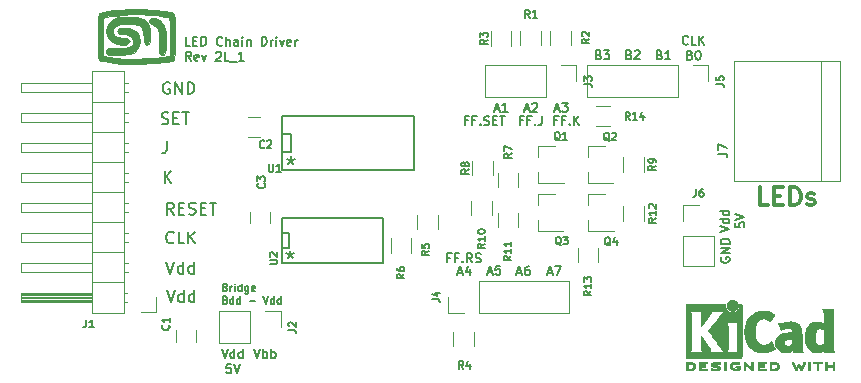
<source format=gbr>
%TF.GenerationSoftware,KiCad,Pcbnew,(5.1.7)-1*%
%TF.CreationDate,2020-11-09T22:40:43+01:00*%
%TF.ProjectId,LED_Chain,4c45445f-4368-4616-996e-2e6b69636164,rev?*%
%TF.SameCoordinates,Original*%
%TF.FileFunction,Legend,Top*%
%TF.FilePolarity,Positive*%
%FSLAX46Y46*%
G04 Gerber Fmt 4.6, Leading zero omitted, Abs format (unit mm)*
G04 Created by KiCad (PCBNEW (5.1.7)-1) date 2020-11-09 22:40:43*
%MOMM*%
%LPD*%
G01*
G04 APERTURE LIST*
%ADD10C,0.300000*%
%ADD11C,0.127000*%
%ADD12C,0.150000*%
%ADD13C,0.010000*%
%ADD14C,0.120000*%
%ADD15C,0.100000*%
G04 APERTURE END LIST*
D10*
X173798571Y-96728571D02*
X173084285Y-96728571D01*
X173084285Y-95228571D01*
X174298571Y-95942857D02*
X174798571Y-95942857D01*
X175012857Y-96728571D02*
X174298571Y-96728571D01*
X174298571Y-95228571D01*
X175012857Y-95228571D01*
X175655714Y-96728571D02*
X175655714Y-95228571D01*
X176012857Y-95228571D01*
X176227142Y-95300000D01*
X176370000Y-95442857D01*
X176441428Y-95585714D01*
X176512857Y-95871428D01*
X176512857Y-96085714D01*
X176441428Y-96371428D01*
X176370000Y-96514285D01*
X176227142Y-96657142D01*
X176012857Y-96728571D01*
X175655714Y-96728571D01*
X177084285Y-96657142D02*
X177227142Y-96728571D01*
X177512857Y-96728571D01*
X177655714Y-96657142D01*
X177727142Y-96514285D01*
X177727142Y-96442857D01*
X177655714Y-96300000D01*
X177512857Y-96228571D01*
X177298571Y-96228571D01*
X177155714Y-96157142D01*
X177084285Y-96014285D01*
X177084285Y-95942857D01*
X177155714Y-95800000D01*
X177298571Y-95728571D01*
X177512857Y-95728571D01*
X177655714Y-95800000D01*
D11*
X155085714Y-102437000D02*
X155448571Y-102437000D01*
X155013142Y-102654714D02*
X155267142Y-101892714D01*
X155521142Y-102654714D01*
X155702571Y-101892714D02*
X156210571Y-101892714D01*
X155884000Y-102654714D01*
X152525714Y-102437000D02*
X152888571Y-102437000D01*
X152453142Y-102654714D02*
X152707142Y-101892714D01*
X152961142Y-102654714D01*
X153541714Y-101892714D02*
X153396571Y-101892714D01*
X153324000Y-101929000D01*
X153287714Y-101965285D01*
X153215142Y-102074142D01*
X153178857Y-102219285D01*
X153178857Y-102509571D01*
X153215142Y-102582142D01*
X153251428Y-102618428D01*
X153324000Y-102654714D01*
X153469142Y-102654714D01*
X153541714Y-102618428D01*
X153578000Y-102582142D01*
X153614285Y-102509571D01*
X153614285Y-102328142D01*
X153578000Y-102255571D01*
X153541714Y-102219285D01*
X153469142Y-102183000D01*
X153324000Y-102183000D01*
X153251428Y-102219285D01*
X153215142Y-102255571D01*
X153178857Y-102328142D01*
X150015714Y-102417000D02*
X150378571Y-102417000D01*
X149943142Y-102634714D02*
X150197142Y-101872714D01*
X150451142Y-102634714D01*
X151068000Y-101872714D02*
X150705142Y-101872714D01*
X150668857Y-102235571D01*
X150705142Y-102199285D01*
X150777714Y-102163000D01*
X150959142Y-102163000D01*
X151031714Y-102199285D01*
X151068000Y-102235571D01*
X151104285Y-102308142D01*
X151104285Y-102489571D01*
X151068000Y-102562142D01*
X151031714Y-102598428D01*
X150959142Y-102634714D01*
X150777714Y-102634714D01*
X150705142Y-102598428D01*
X150668857Y-102562142D01*
X147505714Y-102447000D02*
X147868571Y-102447000D01*
X147433142Y-102664714D02*
X147687142Y-101902714D01*
X147941142Y-102664714D01*
X148521714Y-102156714D02*
X148521714Y-102664714D01*
X148340285Y-101866428D02*
X148158857Y-102410714D01*
X148630571Y-102410714D01*
X146857000Y-101165571D02*
X146603000Y-101165571D01*
X146603000Y-101564714D02*
X146603000Y-100802714D01*
X146965857Y-100802714D01*
X147510142Y-101165571D02*
X147256142Y-101165571D01*
X147256142Y-101564714D02*
X147256142Y-100802714D01*
X147619000Y-100802714D01*
X147909285Y-101492142D02*
X147945571Y-101528428D01*
X147909285Y-101564714D01*
X147873000Y-101528428D01*
X147909285Y-101492142D01*
X147909285Y-101564714D01*
X148707571Y-101564714D02*
X148453571Y-101201857D01*
X148272142Y-101564714D02*
X148272142Y-100802714D01*
X148562428Y-100802714D01*
X148635000Y-100839000D01*
X148671285Y-100875285D01*
X148707571Y-100947857D01*
X148707571Y-101056714D01*
X148671285Y-101129285D01*
X148635000Y-101165571D01*
X148562428Y-101201857D01*
X148272142Y-101201857D01*
X148997857Y-101528428D02*
X149106714Y-101564714D01*
X149288142Y-101564714D01*
X149360714Y-101528428D01*
X149397000Y-101492142D01*
X149433285Y-101419571D01*
X149433285Y-101347000D01*
X149397000Y-101274428D01*
X149360714Y-101238142D01*
X149288142Y-101201857D01*
X149143000Y-101165571D01*
X149070428Y-101129285D01*
X149034142Y-101093000D01*
X148997857Y-101020428D01*
X148997857Y-100947857D01*
X149034142Y-100875285D01*
X149070428Y-100839000D01*
X149143000Y-100802714D01*
X149324428Y-100802714D01*
X149433285Y-100839000D01*
X124826835Y-83229714D02*
X124463978Y-83229714D01*
X124463978Y-82467714D01*
X125080835Y-82830571D02*
X125334835Y-82830571D01*
X125443692Y-83229714D02*
X125080835Y-83229714D01*
X125080835Y-82467714D01*
X125443692Y-82467714D01*
X125770264Y-83229714D02*
X125770264Y-82467714D01*
X125951692Y-82467714D01*
X126060550Y-82504000D01*
X126133121Y-82576571D01*
X126169407Y-82649142D01*
X126205692Y-82794285D01*
X126205692Y-82903142D01*
X126169407Y-83048285D01*
X126133121Y-83120857D01*
X126060550Y-83193428D01*
X125951692Y-83229714D01*
X125770264Y-83229714D01*
X127548264Y-83157142D02*
X127511978Y-83193428D01*
X127403121Y-83229714D01*
X127330550Y-83229714D01*
X127221692Y-83193428D01*
X127149121Y-83120857D01*
X127112835Y-83048285D01*
X127076550Y-82903142D01*
X127076550Y-82794285D01*
X127112835Y-82649142D01*
X127149121Y-82576571D01*
X127221692Y-82504000D01*
X127330550Y-82467714D01*
X127403121Y-82467714D01*
X127511978Y-82504000D01*
X127548264Y-82540285D01*
X127874835Y-83229714D02*
X127874835Y-82467714D01*
X128201407Y-83229714D02*
X128201407Y-82830571D01*
X128165121Y-82758000D01*
X128092550Y-82721714D01*
X127983692Y-82721714D01*
X127911121Y-82758000D01*
X127874835Y-82794285D01*
X128890835Y-83229714D02*
X128890835Y-82830571D01*
X128854550Y-82758000D01*
X128781978Y-82721714D01*
X128636835Y-82721714D01*
X128564264Y-82758000D01*
X128890835Y-83193428D02*
X128818264Y-83229714D01*
X128636835Y-83229714D01*
X128564264Y-83193428D01*
X128527978Y-83120857D01*
X128527978Y-83048285D01*
X128564264Y-82975714D01*
X128636835Y-82939428D01*
X128818264Y-82939428D01*
X128890835Y-82903142D01*
X129253692Y-83229714D02*
X129253692Y-82721714D01*
X129253692Y-82467714D02*
X129217407Y-82504000D01*
X129253692Y-82540285D01*
X129289978Y-82504000D01*
X129253692Y-82467714D01*
X129253692Y-82540285D01*
X129616550Y-82721714D02*
X129616550Y-83229714D01*
X129616550Y-82794285D02*
X129652835Y-82758000D01*
X129725407Y-82721714D01*
X129834264Y-82721714D01*
X129906835Y-82758000D01*
X129943121Y-82830571D01*
X129943121Y-83229714D01*
X130886550Y-83229714D02*
X130886550Y-82467714D01*
X131067978Y-82467714D01*
X131176835Y-82504000D01*
X131249407Y-82576571D01*
X131285692Y-82649142D01*
X131321978Y-82794285D01*
X131321978Y-82903142D01*
X131285692Y-83048285D01*
X131249407Y-83120857D01*
X131176835Y-83193428D01*
X131067978Y-83229714D01*
X130886550Y-83229714D01*
X131648550Y-83229714D02*
X131648550Y-82721714D01*
X131648550Y-82866857D02*
X131684835Y-82794285D01*
X131721121Y-82758000D01*
X131793692Y-82721714D01*
X131866264Y-82721714D01*
X132120264Y-83229714D02*
X132120264Y-82721714D01*
X132120264Y-82467714D02*
X132083978Y-82504000D01*
X132120264Y-82540285D01*
X132156550Y-82504000D01*
X132120264Y-82467714D01*
X132120264Y-82540285D01*
X132410550Y-82721714D02*
X132591978Y-83229714D01*
X132773407Y-82721714D01*
X133353978Y-83193428D02*
X133281407Y-83229714D01*
X133136264Y-83229714D01*
X133063692Y-83193428D01*
X133027407Y-83120857D01*
X133027407Y-82830571D01*
X133063692Y-82758000D01*
X133136264Y-82721714D01*
X133281407Y-82721714D01*
X133353978Y-82758000D01*
X133390264Y-82830571D01*
X133390264Y-82903142D01*
X133027407Y-82975714D01*
X133716835Y-83229714D02*
X133716835Y-82721714D01*
X133716835Y-82866857D02*
X133753121Y-82794285D01*
X133789407Y-82758000D01*
X133861978Y-82721714D01*
X133934550Y-82721714D01*
X124899407Y-84499714D02*
X124645407Y-84136857D01*
X124463978Y-84499714D02*
X124463978Y-83737714D01*
X124754264Y-83737714D01*
X124826835Y-83774000D01*
X124863121Y-83810285D01*
X124899407Y-83882857D01*
X124899407Y-83991714D01*
X124863121Y-84064285D01*
X124826835Y-84100571D01*
X124754264Y-84136857D01*
X124463978Y-84136857D01*
X125516264Y-84463428D02*
X125443692Y-84499714D01*
X125298550Y-84499714D01*
X125225978Y-84463428D01*
X125189692Y-84390857D01*
X125189692Y-84100571D01*
X125225978Y-84028000D01*
X125298550Y-83991714D01*
X125443692Y-83991714D01*
X125516264Y-84028000D01*
X125552550Y-84100571D01*
X125552550Y-84173142D01*
X125189692Y-84245714D01*
X125806550Y-83991714D02*
X125987978Y-84499714D01*
X126169407Y-83991714D01*
X127003978Y-83810285D02*
X127040264Y-83774000D01*
X127112835Y-83737714D01*
X127294264Y-83737714D01*
X127366835Y-83774000D01*
X127403121Y-83810285D01*
X127439407Y-83882857D01*
X127439407Y-83955428D01*
X127403121Y-84064285D01*
X126967692Y-84499714D01*
X127439407Y-84499714D01*
X128128835Y-84499714D02*
X127765978Y-84499714D01*
X127765978Y-83737714D01*
X128201407Y-84572285D02*
X128781978Y-84572285D01*
X129362550Y-84499714D02*
X128927121Y-84499714D01*
X129144835Y-84499714D02*
X129144835Y-83737714D01*
X129072264Y-83846571D01*
X128999692Y-83919142D01*
X128927121Y-83955428D01*
X169779000Y-101150571D02*
X169742714Y-101223142D01*
X169742714Y-101332000D01*
X169779000Y-101440857D01*
X169851571Y-101513428D01*
X169924142Y-101549714D01*
X170069285Y-101586000D01*
X170178142Y-101586000D01*
X170323285Y-101549714D01*
X170395857Y-101513428D01*
X170468428Y-101440857D01*
X170504714Y-101332000D01*
X170504714Y-101259428D01*
X170468428Y-101150571D01*
X170432142Y-101114285D01*
X170178142Y-101114285D01*
X170178142Y-101259428D01*
X170504714Y-100787714D02*
X169742714Y-100787714D01*
X170504714Y-100352285D01*
X169742714Y-100352285D01*
X170504714Y-99989428D02*
X169742714Y-99989428D01*
X169742714Y-99808000D01*
X169779000Y-99699142D01*
X169851571Y-99626571D01*
X169924142Y-99590285D01*
X170069285Y-99554000D01*
X170178142Y-99554000D01*
X170323285Y-99590285D01*
X170395857Y-99626571D01*
X170468428Y-99699142D01*
X170504714Y-99808000D01*
X170504714Y-99989428D01*
X169727714Y-99003428D02*
X170489714Y-98749428D01*
X169727714Y-98495428D01*
X170489714Y-97914857D02*
X169727714Y-97914857D01*
X170453428Y-97914857D02*
X170489714Y-97987428D01*
X170489714Y-98132571D01*
X170453428Y-98205142D01*
X170417142Y-98241428D01*
X170344571Y-98277714D01*
X170126857Y-98277714D01*
X170054285Y-98241428D01*
X170018000Y-98205142D01*
X169981714Y-98132571D01*
X169981714Y-97987428D01*
X170018000Y-97914857D01*
X170489714Y-97225428D02*
X169727714Y-97225428D01*
X170453428Y-97225428D02*
X170489714Y-97298000D01*
X170489714Y-97443142D01*
X170453428Y-97515714D01*
X170417142Y-97552000D01*
X170344571Y-97588285D01*
X170126857Y-97588285D01*
X170054285Y-97552000D01*
X170018000Y-97515714D01*
X169981714Y-97443142D01*
X169981714Y-97298000D01*
X170018000Y-97225428D01*
X170997714Y-98205142D02*
X170997714Y-98568000D01*
X171360571Y-98604285D01*
X171324285Y-98568000D01*
X171288000Y-98495428D01*
X171288000Y-98314000D01*
X171324285Y-98241428D01*
X171360571Y-98205142D01*
X171433142Y-98168857D01*
X171614571Y-98168857D01*
X171687142Y-98205142D01*
X171723428Y-98241428D01*
X171759714Y-98314000D01*
X171759714Y-98495428D01*
X171723428Y-98568000D01*
X171687142Y-98604285D01*
X170997714Y-97951142D02*
X171759714Y-97697142D01*
X170997714Y-97443142D01*
X133363121Y-92605428D02*
X133363121Y-92968285D01*
X133000264Y-92823142D02*
X133363121Y-92968285D01*
X133725978Y-92823142D01*
X133145407Y-93258571D02*
X133363121Y-92968285D01*
X133580835Y-93258571D01*
X133303121Y-100575428D02*
X133303121Y-100938285D01*
X132940264Y-100793142D02*
X133303121Y-100938285D01*
X133665978Y-100793142D01*
X133085407Y-101228571D02*
X133303121Y-100938285D01*
X133520835Y-101228571D01*
X130246571Y-108912714D02*
X130500571Y-109674714D01*
X130754571Y-108912714D01*
X131008571Y-109674714D02*
X131008571Y-108912714D01*
X131008571Y-109203000D02*
X131081142Y-109166714D01*
X131226285Y-109166714D01*
X131298857Y-109203000D01*
X131335142Y-109239285D01*
X131371428Y-109311857D01*
X131371428Y-109529571D01*
X131335142Y-109602142D01*
X131298857Y-109638428D01*
X131226285Y-109674714D01*
X131081142Y-109674714D01*
X131008571Y-109638428D01*
X131698000Y-109674714D02*
X131698000Y-108912714D01*
X131698000Y-109203000D02*
X131770571Y-109166714D01*
X131915714Y-109166714D01*
X131988285Y-109203000D01*
X132024571Y-109239285D01*
X132060857Y-109311857D01*
X132060857Y-109529571D01*
X132024571Y-109602142D01*
X131988285Y-109638428D01*
X131915714Y-109674714D01*
X131770571Y-109674714D01*
X131698000Y-109638428D01*
X127496571Y-108917714D02*
X127750571Y-109679714D01*
X128004571Y-108917714D01*
X128585142Y-109679714D02*
X128585142Y-108917714D01*
X128585142Y-109643428D02*
X128512571Y-109679714D01*
X128367428Y-109679714D01*
X128294857Y-109643428D01*
X128258571Y-109607142D01*
X128222285Y-109534571D01*
X128222285Y-109316857D01*
X128258571Y-109244285D01*
X128294857Y-109208000D01*
X128367428Y-109171714D01*
X128512571Y-109171714D01*
X128585142Y-109208000D01*
X129274571Y-109679714D02*
X129274571Y-108917714D01*
X129274571Y-109643428D02*
X129202000Y-109679714D01*
X129056857Y-109679714D01*
X128984285Y-109643428D01*
X128948000Y-109607142D01*
X128911714Y-109534571D01*
X128911714Y-109316857D01*
X128948000Y-109244285D01*
X128984285Y-109208000D01*
X129056857Y-109171714D01*
X129202000Y-109171714D01*
X129274571Y-109208000D01*
X128294857Y-110187714D02*
X127932000Y-110187714D01*
X127895714Y-110550571D01*
X127932000Y-110514285D01*
X128004571Y-110478000D01*
X128186000Y-110478000D01*
X128258571Y-110514285D01*
X128294857Y-110550571D01*
X128331142Y-110623142D01*
X128331142Y-110804571D01*
X128294857Y-110877142D01*
X128258571Y-110913428D01*
X128186000Y-110949714D01*
X128004571Y-110949714D01*
X127932000Y-110913428D01*
X127895714Y-110877142D01*
X128548857Y-110187714D02*
X128802857Y-110949714D01*
X129056857Y-110187714D01*
X155927978Y-89525571D02*
X155673978Y-89525571D01*
X155673978Y-89924714D02*
X155673978Y-89162714D01*
X156036835Y-89162714D01*
X156581121Y-89525571D02*
X156327121Y-89525571D01*
X156327121Y-89924714D02*
X156327121Y-89162714D01*
X156689978Y-89162714D01*
X156980264Y-89852142D02*
X157016550Y-89888428D01*
X156980264Y-89924714D01*
X156943978Y-89888428D01*
X156980264Y-89852142D01*
X156980264Y-89924714D01*
X157343121Y-89924714D02*
X157343121Y-89162714D01*
X157778550Y-89924714D02*
X157451978Y-89489285D01*
X157778550Y-89162714D02*
X157343121Y-89598142D01*
X152980571Y-89555571D02*
X152726571Y-89555571D01*
X152726571Y-89954714D02*
X152726571Y-89192714D01*
X153089428Y-89192714D01*
X153633714Y-89555571D02*
X153379714Y-89555571D01*
X153379714Y-89954714D02*
X153379714Y-89192714D01*
X153742571Y-89192714D01*
X154032857Y-89882142D02*
X154069142Y-89918428D01*
X154032857Y-89954714D01*
X153996571Y-89918428D01*
X154032857Y-89882142D01*
X154032857Y-89954714D01*
X154613428Y-89192714D02*
X154613428Y-89737000D01*
X154577142Y-89845857D01*
X154504571Y-89918428D01*
X154395714Y-89954714D01*
X154323142Y-89954714D01*
X148338021Y-89555571D02*
X148084021Y-89555571D01*
X148084021Y-89954714D02*
X148084021Y-89192714D01*
X148446878Y-89192714D01*
X148991164Y-89555571D02*
X148737164Y-89555571D01*
X148737164Y-89954714D02*
X148737164Y-89192714D01*
X149100021Y-89192714D01*
X149390307Y-89882142D02*
X149426592Y-89918428D01*
X149390307Y-89954714D01*
X149354021Y-89918428D01*
X149390307Y-89882142D01*
X149390307Y-89954714D01*
X149716878Y-89918428D02*
X149825735Y-89954714D01*
X150007164Y-89954714D01*
X150079735Y-89918428D01*
X150116021Y-89882142D01*
X150152307Y-89809571D01*
X150152307Y-89737000D01*
X150116021Y-89664428D01*
X150079735Y-89628142D01*
X150007164Y-89591857D01*
X149862021Y-89555571D01*
X149789450Y-89519285D01*
X149753164Y-89483000D01*
X149716878Y-89410428D01*
X149716878Y-89337857D01*
X149753164Y-89265285D01*
X149789450Y-89229000D01*
X149862021Y-89192714D01*
X150043450Y-89192714D01*
X150152307Y-89229000D01*
X150478878Y-89555571D02*
X150732878Y-89555571D01*
X150841735Y-89954714D02*
X150478878Y-89954714D01*
X150478878Y-89192714D01*
X150841735Y-89192714D01*
X151059450Y-89192714D02*
X151494878Y-89192714D01*
X151277164Y-89954714D02*
X151277164Y-89192714D01*
X166996428Y-83077142D02*
X166960142Y-83113428D01*
X166851285Y-83149714D01*
X166778714Y-83149714D01*
X166669857Y-83113428D01*
X166597285Y-83040857D01*
X166561000Y-82968285D01*
X166524714Y-82823142D01*
X166524714Y-82714285D01*
X166561000Y-82569142D01*
X166597285Y-82496571D01*
X166669857Y-82424000D01*
X166778714Y-82387714D01*
X166851285Y-82387714D01*
X166960142Y-82424000D01*
X166996428Y-82460285D01*
X167685857Y-83149714D02*
X167323000Y-83149714D01*
X167323000Y-82387714D01*
X167939857Y-83149714D02*
X167939857Y-82387714D01*
X168375285Y-83149714D02*
X168048714Y-82714285D01*
X168375285Y-82387714D02*
X167939857Y-82823142D01*
X167141571Y-84020571D02*
X167250428Y-84056857D01*
X167286714Y-84093142D01*
X167323000Y-84165714D01*
X167323000Y-84274571D01*
X167286714Y-84347142D01*
X167250428Y-84383428D01*
X167177857Y-84419714D01*
X166887571Y-84419714D01*
X166887571Y-83657714D01*
X167141571Y-83657714D01*
X167214142Y-83694000D01*
X167250428Y-83730285D01*
X167286714Y-83802857D01*
X167286714Y-83875428D01*
X167250428Y-83948000D01*
X167214142Y-83984285D01*
X167141571Y-84020571D01*
X166887571Y-84020571D01*
X167794714Y-83657714D02*
X167867285Y-83657714D01*
X167939857Y-83694000D01*
X167976142Y-83730285D01*
X168012428Y-83802857D01*
X168048714Y-83948000D01*
X168048714Y-84129428D01*
X168012428Y-84274571D01*
X167976142Y-84347142D01*
X167939857Y-84383428D01*
X167867285Y-84419714D01*
X167794714Y-84419714D01*
X167722142Y-84383428D01*
X167685857Y-84347142D01*
X167649571Y-84274571D01*
X167613285Y-84129428D01*
X167613285Y-83948000D01*
X167649571Y-83802857D01*
X167685857Y-83730285D01*
X167722142Y-83694000D01*
X167794714Y-83657714D01*
X164571571Y-83995571D02*
X164680428Y-84031857D01*
X164716714Y-84068142D01*
X164753000Y-84140714D01*
X164753000Y-84249571D01*
X164716714Y-84322142D01*
X164680428Y-84358428D01*
X164607857Y-84394714D01*
X164317571Y-84394714D01*
X164317571Y-83632714D01*
X164571571Y-83632714D01*
X164644142Y-83669000D01*
X164680428Y-83705285D01*
X164716714Y-83777857D01*
X164716714Y-83850428D01*
X164680428Y-83923000D01*
X164644142Y-83959285D01*
X164571571Y-83995571D01*
X164317571Y-83995571D01*
X165478714Y-84394714D02*
X165043285Y-84394714D01*
X165261000Y-84394714D02*
X165261000Y-83632714D01*
X165188428Y-83741571D01*
X165115857Y-83814142D01*
X165043285Y-83850428D01*
X162001571Y-83995571D02*
X162110428Y-84031857D01*
X162146714Y-84068142D01*
X162183000Y-84140714D01*
X162183000Y-84249571D01*
X162146714Y-84322142D01*
X162110428Y-84358428D01*
X162037857Y-84394714D01*
X161747571Y-84394714D01*
X161747571Y-83632714D01*
X162001571Y-83632714D01*
X162074142Y-83669000D01*
X162110428Y-83705285D01*
X162146714Y-83777857D01*
X162146714Y-83850428D01*
X162110428Y-83923000D01*
X162074142Y-83959285D01*
X162001571Y-83995571D01*
X161747571Y-83995571D01*
X162473285Y-83705285D02*
X162509571Y-83669000D01*
X162582142Y-83632714D01*
X162763571Y-83632714D01*
X162836142Y-83669000D01*
X162872428Y-83705285D01*
X162908714Y-83777857D01*
X162908714Y-83850428D01*
X162872428Y-83959285D01*
X162437000Y-84394714D01*
X162908714Y-84394714D01*
X159421571Y-83995571D02*
X159530428Y-84031857D01*
X159566714Y-84068142D01*
X159603000Y-84140714D01*
X159603000Y-84249571D01*
X159566714Y-84322142D01*
X159530428Y-84358428D01*
X159457857Y-84394714D01*
X159167571Y-84394714D01*
X159167571Y-83632714D01*
X159421571Y-83632714D01*
X159494142Y-83669000D01*
X159530428Y-83705285D01*
X159566714Y-83777857D01*
X159566714Y-83850428D01*
X159530428Y-83923000D01*
X159494142Y-83959285D01*
X159421571Y-83995571D01*
X159167571Y-83995571D01*
X159857000Y-83632714D02*
X160328714Y-83632714D01*
X160074714Y-83923000D01*
X160183571Y-83923000D01*
X160256142Y-83959285D01*
X160292428Y-83995571D01*
X160328714Y-84068142D01*
X160328714Y-84249571D01*
X160292428Y-84322142D01*
X160256142Y-84358428D01*
X160183571Y-84394714D01*
X159965857Y-84394714D01*
X159893285Y-84358428D01*
X159857000Y-84322142D01*
X155705714Y-88617000D02*
X156068571Y-88617000D01*
X155633142Y-88834714D02*
X155887142Y-88072714D01*
X156141142Y-88834714D01*
X156322571Y-88072714D02*
X156794285Y-88072714D01*
X156540285Y-88363000D01*
X156649142Y-88363000D01*
X156721714Y-88399285D01*
X156758000Y-88435571D01*
X156794285Y-88508142D01*
X156794285Y-88689571D01*
X156758000Y-88762142D01*
X156721714Y-88798428D01*
X156649142Y-88834714D01*
X156431428Y-88834714D01*
X156358857Y-88798428D01*
X156322571Y-88762142D01*
X153135714Y-88617000D02*
X153498571Y-88617000D01*
X153063142Y-88834714D02*
X153317142Y-88072714D01*
X153571142Y-88834714D01*
X153788857Y-88145285D02*
X153825142Y-88109000D01*
X153897714Y-88072714D01*
X154079142Y-88072714D01*
X154151714Y-88109000D01*
X154188000Y-88145285D01*
X154224285Y-88217857D01*
X154224285Y-88290428D01*
X154188000Y-88399285D01*
X153752571Y-88834714D01*
X154224285Y-88834714D01*
X150615714Y-88607000D02*
X150978571Y-88607000D01*
X150543142Y-88824714D02*
X150797142Y-88062714D01*
X151051142Y-88824714D01*
X151704285Y-88824714D02*
X151268857Y-88824714D01*
X151486571Y-88824714D02*
X151486571Y-88062714D01*
X151414000Y-88171571D01*
X151341428Y-88244142D01*
X151268857Y-88280428D01*
X127805407Y-103674892D02*
X127896121Y-103705130D01*
X127926359Y-103735369D01*
X127956597Y-103795845D01*
X127956597Y-103886559D01*
X127926359Y-103947035D01*
X127896121Y-103977273D01*
X127835645Y-104007511D01*
X127593740Y-104007511D01*
X127593740Y-103372511D01*
X127805407Y-103372511D01*
X127865883Y-103402750D01*
X127896121Y-103432988D01*
X127926359Y-103493464D01*
X127926359Y-103553940D01*
X127896121Y-103614416D01*
X127865883Y-103644654D01*
X127805407Y-103674892D01*
X127593740Y-103674892D01*
X128228740Y-104007511D02*
X128228740Y-103584178D01*
X128228740Y-103705130D02*
X128258978Y-103644654D01*
X128289216Y-103614416D01*
X128349692Y-103584178D01*
X128410169Y-103584178D01*
X128621835Y-104007511D02*
X128621835Y-103584178D01*
X128621835Y-103372511D02*
X128591597Y-103402750D01*
X128621835Y-103432988D01*
X128652073Y-103402750D01*
X128621835Y-103372511D01*
X128621835Y-103432988D01*
X129196359Y-104007511D02*
X129196359Y-103372511D01*
X129196359Y-103977273D02*
X129135883Y-104007511D01*
X129014930Y-104007511D01*
X128954454Y-103977273D01*
X128924216Y-103947035D01*
X128893978Y-103886559D01*
X128893978Y-103705130D01*
X128924216Y-103644654D01*
X128954454Y-103614416D01*
X129014930Y-103584178D01*
X129135883Y-103584178D01*
X129196359Y-103614416D01*
X129770883Y-103584178D02*
X129770883Y-104098226D01*
X129740645Y-104158702D01*
X129710407Y-104188940D01*
X129649930Y-104219178D01*
X129559216Y-104219178D01*
X129498740Y-104188940D01*
X129770883Y-103977273D02*
X129710407Y-104007511D01*
X129589454Y-104007511D01*
X129528978Y-103977273D01*
X129498740Y-103947035D01*
X129468502Y-103886559D01*
X129468502Y-103705130D01*
X129498740Y-103644654D01*
X129528978Y-103614416D01*
X129589454Y-103584178D01*
X129710407Y-103584178D01*
X129770883Y-103614416D01*
X130315169Y-103977273D02*
X130254692Y-104007511D01*
X130133740Y-104007511D01*
X130073264Y-103977273D01*
X130043026Y-103916797D01*
X130043026Y-103674892D01*
X130073264Y-103614416D01*
X130133740Y-103584178D01*
X130254692Y-103584178D01*
X130315169Y-103614416D01*
X130345407Y-103674892D01*
X130345407Y-103735369D01*
X130043026Y-103795845D01*
X127805407Y-104754392D02*
X127896121Y-104784630D01*
X127926359Y-104814869D01*
X127956597Y-104875345D01*
X127956597Y-104966059D01*
X127926359Y-105026535D01*
X127896121Y-105056773D01*
X127835645Y-105087011D01*
X127593740Y-105087011D01*
X127593740Y-104452011D01*
X127805407Y-104452011D01*
X127865883Y-104482250D01*
X127896121Y-104512488D01*
X127926359Y-104572964D01*
X127926359Y-104633440D01*
X127896121Y-104693916D01*
X127865883Y-104724154D01*
X127805407Y-104754392D01*
X127593740Y-104754392D01*
X128500883Y-105087011D02*
X128500883Y-104452011D01*
X128500883Y-105056773D02*
X128440407Y-105087011D01*
X128319454Y-105087011D01*
X128258978Y-105056773D01*
X128228740Y-105026535D01*
X128198502Y-104966059D01*
X128198502Y-104784630D01*
X128228740Y-104724154D01*
X128258978Y-104693916D01*
X128319454Y-104663678D01*
X128440407Y-104663678D01*
X128500883Y-104693916D01*
X129075407Y-105087011D02*
X129075407Y-104452011D01*
X129075407Y-105056773D02*
X129014930Y-105087011D01*
X128893978Y-105087011D01*
X128833502Y-105056773D01*
X128803264Y-105026535D01*
X128773026Y-104966059D01*
X128773026Y-104784630D01*
X128803264Y-104724154D01*
X128833502Y-104693916D01*
X128893978Y-104663678D01*
X129014930Y-104663678D01*
X129075407Y-104693916D01*
X129861597Y-104845107D02*
X130345407Y-104845107D01*
X131040883Y-104452011D02*
X131252550Y-105087011D01*
X131464216Y-104452011D01*
X131948026Y-105087011D02*
X131948026Y-104452011D01*
X131948026Y-105056773D02*
X131887550Y-105087011D01*
X131766597Y-105087011D01*
X131706121Y-105056773D01*
X131675883Y-105026535D01*
X131645645Y-104966059D01*
X131645645Y-104784630D01*
X131675883Y-104724154D01*
X131706121Y-104693916D01*
X131766597Y-104663678D01*
X131887550Y-104663678D01*
X131948026Y-104693916D01*
X132522550Y-105087011D02*
X132522550Y-104452011D01*
X132522550Y-105056773D02*
X132462073Y-105087011D01*
X132341121Y-105087011D01*
X132280645Y-105056773D01*
X132250407Y-105026535D01*
X132220169Y-104966059D01*
X132220169Y-104784630D01*
X132250407Y-104724154D01*
X132280645Y-104693916D01*
X132341121Y-104663678D01*
X132462073Y-104663678D01*
X132522550Y-104693916D01*
D12*
X122844404Y-103922380D02*
X123177737Y-104922380D01*
X123511071Y-103922380D01*
X124272975Y-104922380D02*
X124272975Y-103922380D01*
X124272975Y-104874761D02*
X124177737Y-104922380D01*
X123987261Y-104922380D01*
X123892023Y-104874761D01*
X123844404Y-104827142D01*
X123796785Y-104731904D01*
X123796785Y-104446190D01*
X123844404Y-104350952D01*
X123892023Y-104303333D01*
X123987261Y-104255714D01*
X124177737Y-104255714D01*
X124272975Y-104303333D01*
X125177737Y-104922380D02*
X125177737Y-103922380D01*
X125177737Y-104874761D02*
X125082499Y-104922380D01*
X124892023Y-104922380D01*
X124796785Y-104874761D01*
X124749166Y-104827142D01*
X124701547Y-104731904D01*
X124701547Y-104446190D01*
X124749166Y-104350952D01*
X124796785Y-104303333D01*
X124892023Y-104255714D01*
X125082499Y-104255714D01*
X125177737Y-104303333D01*
X122822738Y-101522380D02*
X123156071Y-102522380D01*
X123489404Y-101522380D01*
X124251309Y-102522380D02*
X124251309Y-101522380D01*
X124251309Y-102474761D02*
X124156071Y-102522380D01*
X123965595Y-102522380D01*
X123870357Y-102474761D01*
X123822738Y-102427142D01*
X123775119Y-102331904D01*
X123775119Y-102046190D01*
X123822738Y-101950952D01*
X123870357Y-101903333D01*
X123965595Y-101855714D01*
X124156071Y-101855714D01*
X124251309Y-101903333D01*
X125156071Y-102522380D02*
X125156071Y-101522380D01*
X125156071Y-102474761D02*
X125060833Y-102522380D01*
X124870357Y-102522380D01*
X124775119Y-102474761D01*
X124727500Y-102427142D01*
X124679880Y-102331904D01*
X124679880Y-102046190D01*
X124727500Y-101950952D01*
X124775119Y-101903333D01*
X124870357Y-101855714D01*
X125060833Y-101855714D01*
X125156071Y-101903333D01*
X123437023Y-99877142D02*
X123389404Y-99924761D01*
X123246547Y-99972380D01*
X123151309Y-99972380D01*
X123008452Y-99924761D01*
X122913214Y-99829523D01*
X122865595Y-99734285D01*
X122817976Y-99543809D01*
X122817976Y-99400952D01*
X122865595Y-99210476D01*
X122913214Y-99115238D01*
X123008452Y-99020000D01*
X123151309Y-98972380D01*
X123246547Y-98972380D01*
X123389404Y-99020000D01*
X123437023Y-99067619D01*
X124341785Y-99972380D02*
X123865595Y-99972380D01*
X123865595Y-98972380D01*
X124675119Y-99972380D02*
X124675119Y-98972380D01*
X125246547Y-99972380D02*
X124817976Y-99400952D01*
X125246547Y-98972380D02*
X124675119Y-99543809D01*
X123437024Y-97522380D02*
X123103691Y-97046190D01*
X122865596Y-97522380D02*
X122865596Y-96522380D01*
X123246548Y-96522380D01*
X123341786Y-96570000D01*
X123389405Y-96617619D01*
X123437024Y-96712857D01*
X123437024Y-96855714D01*
X123389405Y-96950952D01*
X123341786Y-96998571D01*
X123246548Y-97046190D01*
X122865596Y-97046190D01*
X123865596Y-96998571D02*
X124198929Y-96998571D01*
X124341786Y-97522380D02*
X123865596Y-97522380D01*
X123865596Y-96522380D01*
X124341786Y-96522380D01*
X124722739Y-97474761D02*
X124865596Y-97522380D01*
X125103691Y-97522380D01*
X125198929Y-97474761D01*
X125246548Y-97427142D01*
X125294167Y-97331904D01*
X125294167Y-97236666D01*
X125246548Y-97141428D01*
X125198929Y-97093809D01*
X125103691Y-97046190D01*
X124913215Y-96998571D01*
X124817977Y-96950952D01*
X124770358Y-96903333D01*
X124722739Y-96808095D01*
X124722739Y-96712857D01*
X124770358Y-96617619D01*
X124817977Y-96570000D01*
X124913215Y-96522380D01*
X125151310Y-96522380D01*
X125294167Y-96570000D01*
X125722739Y-96998571D02*
X126056072Y-96998571D01*
X126198929Y-97522380D02*
X125722739Y-97522380D01*
X125722739Y-96522380D01*
X126198929Y-96522380D01*
X126484643Y-96522380D02*
X127056072Y-96522380D01*
X126770358Y-97522380D02*
X126770358Y-96522380D01*
X122665595Y-94872380D02*
X122665595Y-93872380D01*
X123237023Y-94872380D02*
X122808452Y-94300952D01*
X123237023Y-93872380D02*
X122665595Y-94443809D01*
X122851309Y-91322379D02*
X122851309Y-92036665D01*
X122803690Y-92179522D01*
X122708452Y-92274760D01*
X122565595Y-92322379D01*
X122470357Y-92322379D01*
X122417976Y-89824761D02*
X122560833Y-89872380D01*
X122798928Y-89872380D01*
X122894166Y-89824761D01*
X122941785Y-89777142D01*
X122989404Y-89681904D01*
X122989404Y-89586666D01*
X122941785Y-89491428D01*
X122894166Y-89443809D01*
X122798928Y-89396190D01*
X122608452Y-89348571D01*
X122513214Y-89300952D01*
X122465595Y-89253333D01*
X122417976Y-89158095D01*
X122417976Y-89062857D01*
X122465595Y-88967619D01*
X122513214Y-88920000D01*
X122608452Y-88872380D01*
X122846547Y-88872380D01*
X122989404Y-88920000D01*
X123417976Y-89348571D02*
X123751309Y-89348571D01*
X123894166Y-89872380D02*
X123417976Y-89872380D01*
X123417976Y-88872380D01*
X123894166Y-88872380D01*
X124179880Y-88872380D02*
X124751309Y-88872380D01*
X124465595Y-89872380D02*
X124465595Y-88872380D01*
X123089404Y-86370000D02*
X122994166Y-86322380D01*
X122851309Y-86322380D01*
X122708452Y-86370000D01*
X122613214Y-86465238D01*
X122565595Y-86560476D01*
X122517976Y-86750952D01*
X122517976Y-86893809D01*
X122565595Y-87084285D01*
X122613214Y-87179523D01*
X122708452Y-87274761D01*
X122851309Y-87322380D01*
X122946547Y-87322380D01*
X123089404Y-87274761D01*
X123137023Y-87227142D01*
X123137023Y-86893809D01*
X122946547Y-86893809D01*
X123565595Y-87322380D02*
X123565595Y-86322380D01*
X124137023Y-87322380D01*
X124137023Y-86322380D01*
X124613214Y-87322380D02*
X124613214Y-86322380D01*
X124851309Y-86322380D01*
X124994166Y-86370000D01*
X125089404Y-86465238D01*
X125137023Y-86560476D01*
X125184642Y-86750952D01*
X125184642Y-86893809D01*
X125137023Y-87084285D01*
X125089404Y-87179523D01*
X124994166Y-87274761D01*
X124851309Y-87322380D01*
X124613214Y-87322380D01*
D13*
%TO.C,REF\u002A\u002A\u002A*%
G36*
X170806957Y-104746571D02*
G01*
X170903232Y-104770809D01*
X170989816Y-104813641D01*
X171064627Y-104873419D01*
X171125582Y-104948494D01*
X171170601Y-105037220D01*
X171196864Y-105133530D01*
X171202714Y-105230795D01*
X171187860Y-105324654D01*
X171154160Y-105412511D01*
X171103472Y-105491770D01*
X171037655Y-105559836D01*
X170958566Y-105614112D01*
X170868066Y-105652002D01*
X170816800Y-105664426D01*
X170772302Y-105671947D01*
X170738001Y-105674919D01*
X170705040Y-105673094D01*
X170664566Y-105666225D01*
X170631469Y-105659250D01*
X170538053Y-105627741D01*
X170454381Y-105576617D01*
X170382335Y-105507429D01*
X170323800Y-105421728D01*
X170309852Y-105394489D01*
X170293414Y-105358122D01*
X170283106Y-105327582D01*
X170277540Y-105295450D01*
X170275331Y-105254307D01*
X170275052Y-105208222D01*
X170279139Y-105123865D01*
X170292554Y-105054586D01*
X170317744Y-104993961D01*
X170357154Y-104935567D01*
X170395702Y-104891302D01*
X170467594Y-104825484D01*
X170542687Y-104780053D01*
X170625438Y-104752850D01*
X170703072Y-104742576D01*
X170806957Y-104746571D01*
G37*
X170806957Y-104746571D02*
X170903232Y-104770809D01*
X170989816Y-104813641D01*
X171064627Y-104873419D01*
X171125582Y-104948494D01*
X171170601Y-105037220D01*
X171196864Y-105133530D01*
X171202714Y-105230795D01*
X171187860Y-105324654D01*
X171154160Y-105412511D01*
X171103472Y-105491770D01*
X171037655Y-105559836D01*
X170958566Y-105614112D01*
X170868066Y-105652002D01*
X170816800Y-105664426D01*
X170772302Y-105671947D01*
X170738001Y-105674919D01*
X170705040Y-105673094D01*
X170664566Y-105666225D01*
X170631469Y-105659250D01*
X170538053Y-105627741D01*
X170454381Y-105576617D01*
X170382335Y-105507429D01*
X170323800Y-105421728D01*
X170309852Y-105394489D01*
X170293414Y-105358122D01*
X170283106Y-105327582D01*
X170277540Y-105295450D01*
X170275331Y-105254307D01*
X170275052Y-105208222D01*
X170279139Y-105123865D01*
X170292554Y-105054586D01*
X170317744Y-104993961D01*
X170357154Y-104935567D01*
X170395702Y-104891302D01*
X170467594Y-104825484D01*
X170542687Y-104780053D01*
X170625438Y-104752850D01*
X170703072Y-104742576D01*
X170806957Y-104746571D01*
G36*
X179266507Y-107192245D02*
G01*
X179266526Y-107426662D01*
X179266552Y-107639603D01*
X179266625Y-107832168D01*
X179266782Y-108005459D01*
X179267064Y-108160576D01*
X179267509Y-108298620D01*
X179268156Y-108420692D01*
X179269045Y-108527894D01*
X179270213Y-108621326D01*
X179271701Y-108702090D01*
X179273546Y-108771286D01*
X179275789Y-108830015D01*
X179278469Y-108879379D01*
X179281623Y-108920478D01*
X179285292Y-108954413D01*
X179289513Y-108982286D01*
X179294327Y-109005198D01*
X179299773Y-109024249D01*
X179305888Y-109040540D01*
X179312712Y-109055173D01*
X179320285Y-109069249D01*
X179328645Y-109083868D01*
X179333839Y-109092974D01*
X179368104Y-109153689D01*
X178509955Y-109153689D01*
X178509955Y-109057733D01*
X178509224Y-109014370D01*
X178507272Y-108981205D01*
X178504463Y-108963424D01*
X178503221Y-108961778D01*
X178491799Y-108968662D01*
X178469084Y-108986505D01*
X178446385Y-109005879D01*
X178391800Y-109046614D01*
X178322321Y-109087617D01*
X178245270Y-109125123D01*
X178167965Y-109155364D01*
X178137113Y-109165012D01*
X178068616Y-109179578D01*
X177985764Y-109189539D01*
X177896371Y-109194583D01*
X177808248Y-109194396D01*
X177729207Y-109188666D01*
X177691511Y-109182858D01*
X177553414Y-109144797D01*
X177426113Y-109087073D01*
X177310292Y-109010211D01*
X177206637Y-108914739D01*
X177115833Y-108801179D01*
X177049031Y-108690381D01*
X176994164Y-108573625D01*
X176952163Y-108454276D01*
X176922167Y-108328283D01*
X176903311Y-108191594D01*
X176894732Y-108040158D01*
X176894006Y-107962711D01*
X176896100Y-107905934D01*
X177725217Y-107905934D01*
X177725424Y-107999002D01*
X177728337Y-108086692D01*
X177734000Y-108163772D01*
X177742455Y-108225009D01*
X177745038Y-108237350D01*
X177776840Y-108344633D01*
X177818498Y-108431658D01*
X177870363Y-108498642D01*
X177932781Y-108545805D01*
X178006100Y-108573365D01*
X178090669Y-108581541D01*
X178186835Y-108570551D01*
X178250311Y-108554829D01*
X178299454Y-108536639D01*
X178353583Y-108510791D01*
X178394244Y-108487089D01*
X178464800Y-108440721D01*
X178464800Y-107290530D01*
X178397392Y-107246962D01*
X178318867Y-107206040D01*
X178234681Y-107179389D01*
X178149557Y-107167465D01*
X178068216Y-107170722D01*
X177995380Y-107189615D01*
X177963426Y-107205184D01*
X177905501Y-107248181D01*
X177856544Y-107304953D01*
X177815390Y-107377575D01*
X177780874Y-107468121D01*
X177751833Y-107578666D01*
X177750552Y-107584533D01*
X177740381Y-107646788D01*
X177732739Y-107724594D01*
X177727670Y-107812720D01*
X177725217Y-107905934D01*
X176896100Y-107905934D01*
X176901857Y-107749895D01*
X176923802Y-107554059D01*
X176959786Y-107375332D01*
X177009759Y-107213845D01*
X177073668Y-107069726D01*
X177151462Y-106943106D01*
X177243089Y-106834115D01*
X177348497Y-106742883D01*
X177393662Y-106711932D01*
X177494611Y-106655785D01*
X177597901Y-106616174D01*
X177707989Y-106592014D01*
X177829330Y-106582219D01*
X177921836Y-106583265D01*
X178051490Y-106594231D01*
X178164084Y-106616046D01*
X178262875Y-106649714D01*
X178351121Y-106696236D01*
X178399986Y-106730448D01*
X178429353Y-106752362D01*
X178451043Y-106767333D01*
X178459253Y-106771733D01*
X178460868Y-106760904D01*
X178462159Y-106730251D01*
X178463138Y-106682526D01*
X178463817Y-106620479D01*
X178464210Y-106546862D01*
X178464330Y-106464427D01*
X178464188Y-106375925D01*
X178463797Y-106284107D01*
X178463171Y-106191724D01*
X178462320Y-106101528D01*
X178461260Y-106016271D01*
X178460001Y-105938703D01*
X178458556Y-105871576D01*
X178456938Y-105817641D01*
X178455161Y-105779650D01*
X178454669Y-105772667D01*
X178447092Y-105702251D01*
X178435531Y-105647102D01*
X178417792Y-105599981D01*
X178391682Y-105553647D01*
X178385415Y-105544067D01*
X178360983Y-105507378D01*
X179266311Y-105507378D01*
X179266507Y-107192245D01*
G37*
X179266507Y-107192245D02*
X179266526Y-107426662D01*
X179266552Y-107639603D01*
X179266625Y-107832168D01*
X179266782Y-108005459D01*
X179267064Y-108160576D01*
X179267509Y-108298620D01*
X179268156Y-108420692D01*
X179269045Y-108527894D01*
X179270213Y-108621326D01*
X179271701Y-108702090D01*
X179273546Y-108771286D01*
X179275789Y-108830015D01*
X179278469Y-108879379D01*
X179281623Y-108920478D01*
X179285292Y-108954413D01*
X179289513Y-108982286D01*
X179294327Y-109005198D01*
X179299773Y-109024249D01*
X179305888Y-109040540D01*
X179312712Y-109055173D01*
X179320285Y-109069249D01*
X179328645Y-109083868D01*
X179333839Y-109092974D01*
X179368104Y-109153689D01*
X178509955Y-109153689D01*
X178509955Y-109057733D01*
X178509224Y-109014370D01*
X178507272Y-108981205D01*
X178504463Y-108963424D01*
X178503221Y-108961778D01*
X178491799Y-108968662D01*
X178469084Y-108986505D01*
X178446385Y-109005879D01*
X178391800Y-109046614D01*
X178322321Y-109087617D01*
X178245270Y-109125123D01*
X178167965Y-109155364D01*
X178137113Y-109165012D01*
X178068616Y-109179578D01*
X177985764Y-109189539D01*
X177896371Y-109194583D01*
X177808248Y-109194396D01*
X177729207Y-109188666D01*
X177691511Y-109182858D01*
X177553414Y-109144797D01*
X177426113Y-109087073D01*
X177310292Y-109010211D01*
X177206637Y-108914739D01*
X177115833Y-108801179D01*
X177049031Y-108690381D01*
X176994164Y-108573625D01*
X176952163Y-108454276D01*
X176922167Y-108328283D01*
X176903311Y-108191594D01*
X176894732Y-108040158D01*
X176894006Y-107962711D01*
X176896100Y-107905934D01*
X177725217Y-107905934D01*
X177725424Y-107999002D01*
X177728337Y-108086692D01*
X177734000Y-108163772D01*
X177742455Y-108225009D01*
X177745038Y-108237350D01*
X177776840Y-108344633D01*
X177818498Y-108431658D01*
X177870363Y-108498642D01*
X177932781Y-108545805D01*
X178006100Y-108573365D01*
X178090669Y-108581541D01*
X178186835Y-108570551D01*
X178250311Y-108554829D01*
X178299454Y-108536639D01*
X178353583Y-108510791D01*
X178394244Y-108487089D01*
X178464800Y-108440721D01*
X178464800Y-107290530D01*
X178397392Y-107246962D01*
X178318867Y-107206040D01*
X178234681Y-107179389D01*
X178149557Y-107167465D01*
X178068216Y-107170722D01*
X177995380Y-107189615D01*
X177963426Y-107205184D01*
X177905501Y-107248181D01*
X177856544Y-107304953D01*
X177815390Y-107377575D01*
X177780874Y-107468121D01*
X177751833Y-107578666D01*
X177750552Y-107584533D01*
X177740381Y-107646788D01*
X177732739Y-107724594D01*
X177727670Y-107812720D01*
X177725217Y-107905934D01*
X176896100Y-107905934D01*
X176901857Y-107749895D01*
X176923802Y-107554059D01*
X176959786Y-107375332D01*
X177009759Y-107213845D01*
X177073668Y-107069726D01*
X177151462Y-106943106D01*
X177243089Y-106834115D01*
X177348497Y-106742883D01*
X177393662Y-106711932D01*
X177494611Y-106655785D01*
X177597901Y-106616174D01*
X177707989Y-106592014D01*
X177829330Y-106582219D01*
X177921836Y-106583265D01*
X178051490Y-106594231D01*
X178164084Y-106616046D01*
X178262875Y-106649714D01*
X178351121Y-106696236D01*
X178399986Y-106730448D01*
X178429353Y-106752362D01*
X178451043Y-106767333D01*
X178459253Y-106771733D01*
X178460868Y-106760904D01*
X178462159Y-106730251D01*
X178463138Y-106682526D01*
X178463817Y-106620479D01*
X178464210Y-106546862D01*
X178464330Y-106464427D01*
X178464188Y-106375925D01*
X178463797Y-106284107D01*
X178463171Y-106191724D01*
X178462320Y-106101528D01*
X178461260Y-106016271D01*
X178460001Y-105938703D01*
X178458556Y-105871576D01*
X178456938Y-105817641D01*
X178455161Y-105779650D01*
X178454669Y-105772667D01*
X178447092Y-105702251D01*
X178435531Y-105647102D01*
X178417792Y-105599981D01*
X178391682Y-105553647D01*
X178385415Y-105544067D01*
X178360983Y-105507378D01*
X179266311Y-105507378D01*
X179266507Y-107192245D01*
G36*
X175753574Y-106586552D02*
G01*
X175905492Y-106606567D01*
X176040756Y-106640202D01*
X176160239Y-106687725D01*
X176264815Y-106749405D01*
X176342424Y-106812965D01*
X176411265Y-106887099D01*
X176465006Y-106966871D01*
X176507910Y-107059091D01*
X176523384Y-107102161D01*
X176536244Y-107141142D01*
X176547446Y-107177289D01*
X176557120Y-107212434D01*
X176565396Y-107248410D01*
X176572403Y-107287050D01*
X176578272Y-107330185D01*
X176583131Y-107379649D01*
X176587110Y-107437273D01*
X176590340Y-107504891D01*
X176592949Y-107584334D01*
X176595067Y-107677436D01*
X176596824Y-107786027D01*
X176598349Y-107911942D01*
X176599772Y-108057012D01*
X176601025Y-108199778D01*
X176602351Y-108355968D01*
X176603556Y-108491239D01*
X176604766Y-108607246D01*
X176606106Y-108705645D01*
X176607700Y-108788093D01*
X176609675Y-108856246D01*
X176612156Y-108911760D01*
X176615269Y-108956292D01*
X176619138Y-108991498D01*
X176623889Y-109019034D01*
X176629648Y-109040556D01*
X176636539Y-109057722D01*
X176644689Y-109072186D01*
X176654223Y-109085606D01*
X176665266Y-109099638D01*
X176669566Y-109105071D01*
X176685386Y-109127910D01*
X176692422Y-109143463D01*
X176692444Y-109143922D01*
X176681567Y-109146121D01*
X176650582Y-109148147D01*
X176601957Y-109149942D01*
X176538163Y-109151451D01*
X176461669Y-109152616D01*
X176374944Y-109153380D01*
X176280457Y-109153686D01*
X176269550Y-109153689D01*
X175846657Y-109153689D01*
X175843395Y-109057622D01*
X175840133Y-108961556D01*
X175778044Y-109012543D01*
X175680714Y-109080057D01*
X175570813Y-109134749D01*
X175484349Y-109164978D01*
X175415278Y-109179666D01*
X175331925Y-109189659D01*
X175242159Y-109194646D01*
X175153845Y-109194313D01*
X175074851Y-109188351D01*
X175038622Y-109182638D01*
X174898603Y-109144776D01*
X174772178Y-109089932D01*
X174660260Y-109018924D01*
X174563762Y-108932568D01*
X174483600Y-108831679D01*
X174420687Y-108717076D01*
X174376312Y-108590984D01*
X174363978Y-108534401D01*
X174356368Y-108472202D01*
X174352739Y-108397363D01*
X174352245Y-108363467D01*
X174352310Y-108360282D01*
X175112248Y-108360282D01*
X175121541Y-108435333D01*
X175149728Y-108499160D01*
X175198197Y-108554798D01*
X175203254Y-108559211D01*
X175251548Y-108594037D01*
X175303257Y-108616620D01*
X175363989Y-108628540D01*
X175439352Y-108631383D01*
X175457459Y-108630978D01*
X175511278Y-108628325D01*
X175551308Y-108622909D01*
X175586324Y-108612745D01*
X175625103Y-108595850D01*
X175635745Y-108590672D01*
X175696396Y-108554844D01*
X175743215Y-108512212D01*
X175755952Y-108496973D01*
X175800622Y-108440462D01*
X175800622Y-108244586D01*
X175800086Y-108165939D01*
X175798396Y-108107988D01*
X175795428Y-108068875D01*
X175791057Y-108046741D01*
X175786972Y-108040274D01*
X175771047Y-108037111D01*
X175737264Y-108034488D01*
X175690340Y-108032655D01*
X175634993Y-108031857D01*
X175626106Y-108031842D01*
X175505330Y-108037096D01*
X175402660Y-108053263D01*
X175316106Y-108080961D01*
X175243681Y-108120808D01*
X175188751Y-108167758D01*
X175144204Y-108225645D01*
X175119480Y-108288693D01*
X175112248Y-108360282D01*
X174352310Y-108360282D01*
X174354178Y-108269712D01*
X174362522Y-108190812D01*
X174378768Y-108119590D01*
X174404405Y-108048864D01*
X174428401Y-107996493D01*
X174487020Y-107901196D01*
X174565117Y-107813170D01*
X174660315Y-107734017D01*
X174770238Y-107665340D01*
X174892510Y-107608741D01*
X175024755Y-107565821D01*
X175089422Y-107550882D01*
X175225604Y-107528777D01*
X175374049Y-107514194D01*
X175525505Y-107507813D01*
X175652064Y-107509445D01*
X175813950Y-107516224D01*
X175806530Y-107457245D01*
X175787238Y-107358092D01*
X175756104Y-107277372D01*
X175712269Y-107214466D01*
X175654871Y-107168756D01*
X175583048Y-107139622D01*
X175495941Y-107126447D01*
X175392686Y-107128611D01*
X175354711Y-107132612D01*
X175213520Y-107157780D01*
X175076707Y-107198814D01*
X174982178Y-107236815D01*
X174937018Y-107256190D01*
X174898585Y-107271760D01*
X174872234Y-107281405D01*
X174864546Y-107283452D01*
X174854802Y-107274374D01*
X174838083Y-107245405D01*
X174814232Y-107196217D01*
X174783093Y-107126484D01*
X174744507Y-107035879D01*
X174737910Y-107020089D01*
X174707853Y-106947772D01*
X174680874Y-106882425D01*
X174658136Y-106826906D01*
X174640806Y-106784072D01*
X174630048Y-106756781D01*
X174626941Y-106747942D01*
X174636940Y-106743187D01*
X174663217Y-106737910D01*
X174691489Y-106734231D01*
X174721646Y-106729474D01*
X174769433Y-106720028D01*
X174830612Y-106706820D01*
X174900946Y-106690776D01*
X174976194Y-106672820D01*
X175004755Y-106665797D01*
X175109816Y-106640209D01*
X175197480Y-106620147D01*
X175272068Y-106604969D01*
X175337903Y-106594035D01*
X175399307Y-106586704D01*
X175460602Y-106582335D01*
X175526110Y-106580287D01*
X175584128Y-106579889D01*
X175753574Y-106586552D01*
G37*
X175753574Y-106586552D02*
X175905492Y-106606567D01*
X176040756Y-106640202D01*
X176160239Y-106687725D01*
X176264815Y-106749405D01*
X176342424Y-106812965D01*
X176411265Y-106887099D01*
X176465006Y-106966871D01*
X176507910Y-107059091D01*
X176523384Y-107102161D01*
X176536244Y-107141142D01*
X176547446Y-107177289D01*
X176557120Y-107212434D01*
X176565396Y-107248410D01*
X176572403Y-107287050D01*
X176578272Y-107330185D01*
X176583131Y-107379649D01*
X176587110Y-107437273D01*
X176590340Y-107504891D01*
X176592949Y-107584334D01*
X176595067Y-107677436D01*
X176596824Y-107786027D01*
X176598349Y-107911942D01*
X176599772Y-108057012D01*
X176601025Y-108199778D01*
X176602351Y-108355968D01*
X176603556Y-108491239D01*
X176604766Y-108607246D01*
X176606106Y-108705645D01*
X176607700Y-108788093D01*
X176609675Y-108856246D01*
X176612156Y-108911760D01*
X176615269Y-108956292D01*
X176619138Y-108991498D01*
X176623889Y-109019034D01*
X176629648Y-109040556D01*
X176636539Y-109057722D01*
X176644689Y-109072186D01*
X176654223Y-109085606D01*
X176665266Y-109099638D01*
X176669566Y-109105071D01*
X176685386Y-109127910D01*
X176692422Y-109143463D01*
X176692444Y-109143922D01*
X176681567Y-109146121D01*
X176650582Y-109148147D01*
X176601957Y-109149942D01*
X176538163Y-109151451D01*
X176461669Y-109152616D01*
X176374944Y-109153380D01*
X176280457Y-109153686D01*
X176269550Y-109153689D01*
X175846657Y-109153689D01*
X175843395Y-109057622D01*
X175840133Y-108961556D01*
X175778044Y-109012543D01*
X175680714Y-109080057D01*
X175570813Y-109134749D01*
X175484349Y-109164978D01*
X175415278Y-109179666D01*
X175331925Y-109189659D01*
X175242159Y-109194646D01*
X175153845Y-109194313D01*
X175074851Y-109188351D01*
X175038622Y-109182638D01*
X174898603Y-109144776D01*
X174772178Y-109089932D01*
X174660260Y-109018924D01*
X174563762Y-108932568D01*
X174483600Y-108831679D01*
X174420687Y-108717076D01*
X174376312Y-108590984D01*
X174363978Y-108534401D01*
X174356368Y-108472202D01*
X174352739Y-108397363D01*
X174352245Y-108363467D01*
X174352310Y-108360282D01*
X175112248Y-108360282D01*
X175121541Y-108435333D01*
X175149728Y-108499160D01*
X175198197Y-108554798D01*
X175203254Y-108559211D01*
X175251548Y-108594037D01*
X175303257Y-108616620D01*
X175363989Y-108628540D01*
X175439352Y-108631383D01*
X175457459Y-108630978D01*
X175511278Y-108628325D01*
X175551308Y-108622909D01*
X175586324Y-108612745D01*
X175625103Y-108595850D01*
X175635745Y-108590672D01*
X175696396Y-108554844D01*
X175743215Y-108512212D01*
X175755952Y-108496973D01*
X175800622Y-108440462D01*
X175800622Y-108244586D01*
X175800086Y-108165939D01*
X175798396Y-108107988D01*
X175795428Y-108068875D01*
X175791057Y-108046741D01*
X175786972Y-108040274D01*
X175771047Y-108037111D01*
X175737264Y-108034488D01*
X175690340Y-108032655D01*
X175634993Y-108031857D01*
X175626106Y-108031842D01*
X175505330Y-108037096D01*
X175402660Y-108053263D01*
X175316106Y-108080961D01*
X175243681Y-108120808D01*
X175188751Y-108167758D01*
X175144204Y-108225645D01*
X175119480Y-108288693D01*
X175112248Y-108360282D01*
X174352310Y-108360282D01*
X174354178Y-108269712D01*
X174362522Y-108190812D01*
X174378768Y-108119590D01*
X174404405Y-108048864D01*
X174428401Y-107996493D01*
X174487020Y-107901196D01*
X174565117Y-107813170D01*
X174660315Y-107734017D01*
X174770238Y-107665340D01*
X174892510Y-107608741D01*
X175024755Y-107565821D01*
X175089422Y-107550882D01*
X175225604Y-107528777D01*
X175374049Y-107514194D01*
X175525505Y-107507813D01*
X175652064Y-107509445D01*
X175813950Y-107516224D01*
X175806530Y-107457245D01*
X175787238Y-107358092D01*
X175756104Y-107277372D01*
X175712269Y-107214466D01*
X175654871Y-107168756D01*
X175583048Y-107139622D01*
X175495941Y-107126447D01*
X175392686Y-107128611D01*
X175354711Y-107132612D01*
X175213520Y-107157780D01*
X175076707Y-107198814D01*
X174982178Y-107236815D01*
X174937018Y-107256190D01*
X174898585Y-107271760D01*
X174872234Y-107281405D01*
X174864546Y-107283452D01*
X174854802Y-107274374D01*
X174838083Y-107245405D01*
X174814232Y-107196217D01*
X174783093Y-107126484D01*
X174744507Y-107035879D01*
X174737910Y-107020089D01*
X174707853Y-106947772D01*
X174680874Y-106882425D01*
X174658136Y-106826906D01*
X174640806Y-106784072D01*
X174630048Y-106756781D01*
X174626941Y-106747942D01*
X174636940Y-106743187D01*
X174663217Y-106737910D01*
X174691489Y-106734231D01*
X174721646Y-106729474D01*
X174769433Y-106720028D01*
X174830612Y-106706820D01*
X174900946Y-106690776D01*
X174976194Y-106672820D01*
X175004755Y-106665797D01*
X175109816Y-106640209D01*
X175197480Y-106620147D01*
X175272068Y-106604969D01*
X175337903Y-106594035D01*
X175399307Y-106586704D01*
X175460602Y-106582335D01*
X175526110Y-106580287D01*
X175584128Y-106579889D01*
X175753574Y-106586552D01*
G36*
X173408429Y-105669071D02*
G01*
X173568570Y-105690245D01*
X173732510Y-105730385D01*
X173902313Y-105789889D01*
X174080043Y-105869154D01*
X174091310Y-105874699D01*
X174149005Y-105902725D01*
X174200552Y-105926802D01*
X174242191Y-105945249D01*
X174270162Y-105956386D01*
X174279733Y-105958933D01*
X174298950Y-105963941D01*
X174303561Y-105968147D01*
X174298458Y-105978580D01*
X174282418Y-106004868D01*
X174257288Y-106044257D01*
X174224914Y-106093991D01*
X174187143Y-106151315D01*
X174145822Y-106213476D01*
X174102798Y-106277718D01*
X174059917Y-106341285D01*
X174019026Y-106401425D01*
X173981971Y-106455380D01*
X173950600Y-106500397D01*
X173926759Y-106533721D01*
X173912294Y-106552597D01*
X173910309Y-106554787D01*
X173900191Y-106550138D01*
X173877850Y-106532962D01*
X173847280Y-106506440D01*
X173831536Y-106491964D01*
X173735047Y-106416682D01*
X173628336Y-106361241D01*
X173512832Y-106326141D01*
X173389962Y-106311880D01*
X173320561Y-106313051D01*
X173199423Y-106330212D01*
X173090205Y-106366094D01*
X172992582Y-106420959D01*
X172906228Y-106495070D01*
X172830815Y-106588688D01*
X172766018Y-106702076D01*
X172728601Y-106788667D01*
X172684748Y-106924366D01*
X172652428Y-107071850D01*
X172631557Y-107227314D01*
X172622051Y-107386956D01*
X172623827Y-107546973D01*
X172636803Y-107703561D01*
X172660894Y-107852918D01*
X172696018Y-107991240D01*
X172742092Y-108114724D01*
X172758373Y-108148978D01*
X172826620Y-108263064D01*
X172907079Y-108359557D01*
X172998570Y-108437670D01*
X173099911Y-108496617D01*
X173209920Y-108535612D01*
X173327415Y-108553868D01*
X173368883Y-108555211D01*
X173490441Y-108544290D01*
X173610878Y-108511474D01*
X173728666Y-108457439D01*
X173842277Y-108382865D01*
X173933685Y-108304539D01*
X173980215Y-108260008D01*
X174161483Y-108557271D01*
X174206580Y-108631433D01*
X174247819Y-108699646D01*
X174283735Y-108759459D01*
X174312866Y-108808420D01*
X174333750Y-108844079D01*
X174344924Y-108863984D01*
X174346375Y-108867079D01*
X174338146Y-108876718D01*
X174312567Y-108893999D01*
X174272873Y-108917283D01*
X174222297Y-108944934D01*
X174164074Y-108975315D01*
X174101437Y-109006790D01*
X174037621Y-109037722D01*
X173975860Y-109066473D01*
X173919388Y-109091408D01*
X173871438Y-109110889D01*
X173847986Y-109119318D01*
X173714221Y-109157133D01*
X173576327Y-109182136D01*
X173428622Y-109195140D01*
X173301833Y-109197468D01*
X173233878Y-109196373D01*
X173168277Y-109194275D01*
X173110847Y-109191434D01*
X173067403Y-109188106D01*
X173053298Y-109186422D01*
X172914284Y-109157587D01*
X172772757Y-109112468D01*
X172635275Y-109053750D01*
X172508394Y-108984120D01*
X172430889Y-108931441D01*
X172303481Y-108823239D01*
X172185178Y-108696671D01*
X172078172Y-108554866D01*
X171984652Y-108400951D01*
X171906810Y-108238053D01*
X171862956Y-108120756D01*
X171812708Y-107937128D01*
X171779209Y-107742581D01*
X171762449Y-107541325D01*
X171762416Y-107337568D01*
X171779101Y-107135521D01*
X171812493Y-106939392D01*
X171862580Y-106753391D01*
X171866397Y-106741803D01*
X171929281Y-106579750D01*
X172006028Y-106431832D01*
X172099242Y-106293865D01*
X172211527Y-106161661D01*
X172255392Y-106116399D01*
X172391534Y-105992457D01*
X172531491Y-105889915D01*
X172677411Y-105807656D01*
X172831442Y-105744564D01*
X172995732Y-105699523D01*
X173091289Y-105682033D01*
X173250023Y-105666466D01*
X173408429Y-105669071D01*
G37*
X173408429Y-105669071D02*
X173568570Y-105690245D01*
X173732510Y-105730385D01*
X173902313Y-105789889D01*
X174080043Y-105869154D01*
X174091310Y-105874699D01*
X174149005Y-105902725D01*
X174200552Y-105926802D01*
X174242191Y-105945249D01*
X174270162Y-105956386D01*
X174279733Y-105958933D01*
X174298950Y-105963941D01*
X174303561Y-105968147D01*
X174298458Y-105978580D01*
X174282418Y-106004868D01*
X174257288Y-106044257D01*
X174224914Y-106093991D01*
X174187143Y-106151315D01*
X174145822Y-106213476D01*
X174102798Y-106277718D01*
X174059917Y-106341285D01*
X174019026Y-106401425D01*
X173981971Y-106455380D01*
X173950600Y-106500397D01*
X173926759Y-106533721D01*
X173912294Y-106552597D01*
X173910309Y-106554787D01*
X173900191Y-106550138D01*
X173877850Y-106532962D01*
X173847280Y-106506440D01*
X173831536Y-106491964D01*
X173735047Y-106416682D01*
X173628336Y-106361241D01*
X173512832Y-106326141D01*
X173389962Y-106311880D01*
X173320561Y-106313051D01*
X173199423Y-106330212D01*
X173090205Y-106366094D01*
X172992582Y-106420959D01*
X172906228Y-106495070D01*
X172830815Y-106588688D01*
X172766018Y-106702076D01*
X172728601Y-106788667D01*
X172684748Y-106924366D01*
X172652428Y-107071850D01*
X172631557Y-107227314D01*
X172622051Y-107386956D01*
X172623827Y-107546973D01*
X172636803Y-107703561D01*
X172660894Y-107852918D01*
X172696018Y-107991240D01*
X172742092Y-108114724D01*
X172758373Y-108148978D01*
X172826620Y-108263064D01*
X172907079Y-108359557D01*
X172998570Y-108437670D01*
X173099911Y-108496617D01*
X173209920Y-108535612D01*
X173327415Y-108553868D01*
X173368883Y-108555211D01*
X173490441Y-108544290D01*
X173610878Y-108511474D01*
X173728666Y-108457439D01*
X173842277Y-108382865D01*
X173933685Y-108304539D01*
X173980215Y-108260008D01*
X174161483Y-108557271D01*
X174206580Y-108631433D01*
X174247819Y-108699646D01*
X174283735Y-108759459D01*
X174312866Y-108808420D01*
X174333750Y-108844079D01*
X174344924Y-108863984D01*
X174346375Y-108867079D01*
X174338146Y-108876718D01*
X174312567Y-108893999D01*
X174272873Y-108917283D01*
X174222297Y-108944934D01*
X174164074Y-108975315D01*
X174101437Y-109006790D01*
X174037621Y-109037722D01*
X173975860Y-109066473D01*
X173919388Y-109091408D01*
X173871438Y-109110889D01*
X173847986Y-109119318D01*
X173714221Y-109157133D01*
X173576327Y-109182136D01*
X173428622Y-109195140D01*
X173301833Y-109197468D01*
X173233878Y-109196373D01*
X173168277Y-109194275D01*
X173110847Y-109191434D01*
X173067403Y-109188106D01*
X173053298Y-109186422D01*
X172914284Y-109157587D01*
X172772757Y-109112468D01*
X172635275Y-109053750D01*
X172508394Y-108984120D01*
X172430889Y-108931441D01*
X172303481Y-108823239D01*
X172185178Y-108696671D01*
X172078172Y-108554866D01*
X171984652Y-108400951D01*
X171906810Y-108238053D01*
X171862956Y-108120756D01*
X171812708Y-107937128D01*
X171779209Y-107742581D01*
X171762449Y-107541325D01*
X171762416Y-107337568D01*
X171779101Y-107135521D01*
X171812493Y-106939392D01*
X171862580Y-106753391D01*
X171866397Y-106741803D01*
X171929281Y-106579750D01*
X172006028Y-106431832D01*
X172099242Y-106293865D01*
X172211527Y-106161661D01*
X172255392Y-106116399D01*
X172391534Y-105992457D01*
X172531491Y-105889915D01*
X172677411Y-105807656D01*
X172831442Y-105744564D01*
X172995732Y-105699523D01*
X173091289Y-105682033D01*
X173250023Y-105666466D01*
X173408429Y-105669071D01*
G36*
X170133600Y-105209054D02*
G01*
X170144465Y-105322993D01*
X170176082Y-105430616D01*
X170226985Y-105529615D01*
X170295707Y-105617684D01*
X170380781Y-105692516D01*
X170477768Y-105750384D01*
X170584036Y-105790005D01*
X170691050Y-105808573D01*
X170796700Y-105807434D01*
X170898875Y-105787930D01*
X170995466Y-105751406D01*
X171084362Y-105699205D01*
X171163454Y-105632673D01*
X171230631Y-105553152D01*
X171283783Y-105461987D01*
X171320801Y-105360523D01*
X171339573Y-105250102D01*
X171341511Y-105200206D01*
X171341511Y-105112267D01*
X171393440Y-105112267D01*
X171429747Y-105115111D01*
X171456645Y-105126911D01*
X171483751Y-105150649D01*
X171522133Y-105189031D01*
X171522133Y-107380602D01*
X171522124Y-107642739D01*
X171522092Y-107883241D01*
X171522028Y-108103048D01*
X171521924Y-108303101D01*
X171521773Y-108484344D01*
X171521566Y-108647716D01*
X171521294Y-108794160D01*
X171520950Y-108924617D01*
X171520526Y-109040029D01*
X171520013Y-109141338D01*
X171519403Y-109229484D01*
X171518688Y-109305410D01*
X171517860Y-109370057D01*
X171516911Y-109424367D01*
X171515833Y-109469280D01*
X171514617Y-109505740D01*
X171513255Y-109534687D01*
X171511739Y-109557063D01*
X171510062Y-109573809D01*
X171508214Y-109585868D01*
X171506187Y-109594180D01*
X171503975Y-109599687D01*
X171502892Y-109601537D01*
X171498729Y-109608549D01*
X171495195Y-109614996D01*
X171491365Y-109620900D01*
X171486318Y-109626286D01*
X171479129Y-109631178D01*
X171468877Y-109635598D01*
X171454636Y-109639572D01*
X171435486Y-109643121D01*
X171410501Y-109646270D01*
X171378760Y-109649042D01*
X171339338Y-109651461D01*
X171291314Y-109653551D01*
X171233763Y-109655335D01*
X171165763Y-109656837D01*
X171086390Y-109658080D01*
X170994721Y-109659089D01*
X170889834Y-109659885D01*
X170770804Y-109660494D01*
X170636710Y-109660939D01*
X170486627Y-109661243D01*
X170319633Y-109661430D01*
X170134804Y-109661524D01*
X169931217Y-109661548D01*
X169707950Y-109661525D01*
X169464078Y-109661480D01*
X169198679Y-109661437D01*
X169160296Y-109661432D01*
X168893318Y-109661389D01*
X168647998Y-109661318D01*
X168423417Y-109661213D01*
X168218655Y-109661066D01*
X168032794Y-109660869D01*
X167864912Y-109660616D01*
X167714092Y-109660300D01*
X167579413Y-109659913D01*
X167459956Y-109659447D01*
X167354801Y-109658897D01*
X167263029Y-109658253D01*
X167183721Y-109657511D01*
X167115957Y-109656661D01*
X167058818Y-109655697D01*
X167011383Y-109654611D01*
X166972734Y-109653397D01*
X166941951Y-109652047D01*
X166918115Y-109650555D01*
X166900306Y-109648911D01*
X166887605Y-109647111D01*
X166879092Y-109645145D01*
X166874734Y-109643477D01*
X166866272Y-109639906D01*
X166858503Y-109637270D01*
X166851398Y-109634634D01*
X166844927Y-109631062D01*
X166839061Y-109625621D01*
X166833771Y-109617375D01*
X166829026Y-109605390D01*
X166824798Y-109588731D01*
X166821057Y-109566463D01*
X166817773Y-109537652D01*
X166814917Y-109501363D01*
X166812460Y-109456661D01*
X166810371Y-109402611D01*
X166808622Y-109338279D01*
X166807183Y-109262730D01*
X166806024Y-109175030D01*
X166805117Y-109074243D01*
X166804431Y-108959434D01*
X166803937Y-108829670D01*
X166803605Y-108684015D01*
X166803407Y-108521535D01*
X166803313Y-108341295D01*
X166803292Y-108142360D01*
X166803315Y-107923796D01*
X166803354Y-107684668D01*
X166803378Y-107424040D01*
X166803378Y-107381889D01*
X166803364Y-107118992D01*
X166803339Y-106877732D01*
X166803329Y-106657165D01*
X166803358Y-106456352D01*
X166803452Y-106274349D01*
X166803638Y-106110216D01*
X166803941Y-105963011D01*
X166804386Y-105831792D01*
X166804966Y-105721867D01*
X167107803Y-105721867D01*
X167147593Y-105779711D01*
X167158764Y-105795479D01*
X167168834Y-105809441D01*
X167177862Y-105822784D01*
X167185903Y-105836693D01*
X167193014Y-105852356D01*
X167199253Y-105870958D01*
X167204675Y-105893686D01*
X167209338Y-105921727D01*
X167213299Y-105956267D01*
X167216615Y-105998492D01*
X167219341Y-106049589D01*
X167221536Y-106110744D01*
X167223255Y-106183144D01*
X167224556Y-106267975D01*
X167225495Y-106366422D01*
X167226130Y-106479674D01*
X167226516Y-106608916D01*
X167226712Y-106755334D01*
X167226773Y-106920116D01*
X167226757Y-107104447D01*
X167226720Y-107309513D01*
X167226711Y-107432133D01*
X167226735Y-107649082D01*
X167226769Y-107844642D01*
X167226757Y-108019999D01*
X167226642Y-108176341D01*
X167226370Y-108314857D01*
X167225882Y-108436734D01*
X167225124Y-108543160D01*
X167224038Y-108635322D01*
X167222569Y-108714409D01*
X167220660Y-108781608D01*
X167218256Y-108838107D01*
X167215299Y-108885093D01*
X167211734Y-108923755D01*
X167207505Y-108955280D01*
X167202554Y-108980855D01*
X167196827Y-109001670D01*
X167190267Y-109018911D01*
X167182817Y-109033765D01*
X167174421Y-109047422D01*
X167165024Y-109061069D01*
X167154568Y-109075893D01*
X167148477Y-109084783D01*
X167109704Y-109142400D01*
X167641268Y-109142400D01*
X167764517Y-109142365D01*
X167867013Y-109142215D01*
X167950580Y-109141878D01*
X168017044Y-109141286D01*
X168068229Y-109140367D01*
X168105959Y-109139051D01*
X168132060Y-109137269D01*
X168148356Y-109134951D01*
X168156672Y-109132026D01*
X168158832Y-109128424D01*
X168156661Y-109124075D01*
X168155465Y-109122645D01*
X168130315Y-109085573D01*
X168104417Y-109032772D01*
X168080808Y-108970770D01*
X168072539Y-108944357D01*
X168067922Y-108926416D01*
X168064021Y-108905355D01*
X168060752Y-108879089D01*
X168058034Y-108845532D01*
X168055785Y-108802599D01*
X168053923Y-108748204D01*
X168052364Y-108680262D01*
X168051028Y-108596688D01*
X168049831Y-108495395D01*
X168048692Y-108374300D01*
X168048315Y-108329600D01*
X168047298Y-108204449D01*
X168046540Y-108100082D01*
X168046097Y-108014707D01*
X168046030Y-107946533D01*
X168046395Y-107893765D01*
X168047252Y-107854614D01*
X168048659Y-107827285D01*
X168050675Y-107809986D01*
X168053357Y-107800926D01*
X168056764Y-107798312D01*
X168060956Y-107800351D01*
X168065429Y-107804667D01*
X168075784Y-107817602D01*
X168097842Y-107846676D01*
X168130043Y-107889759D01*
X168170826Y-107944718D01*
X168218630Y-108009423D01*
X168271895Y-108081742D01*
X168329060Y-108159544D01*
X168388563Y-108240698D01*
X168448845Y-108323072D01*
X168508345Y-108404536D01*
X168565502Y-108482957D01*
X168618755Y-108556204D01*
X168666543Y-108622147D01*
X168707307Y-108678654D01*
X168739484Y-108723593D01*
X168761515Y-108754834D01*
X168766083Y-108761466D01*
X168789004Y-108798369D01*
X168815812Y-108846359D01*
X168841211Y-108895897D01*
X168844432Y-108902577D01*
X168866110Y-108950772D01*
X168878696Y-108988334D01*
X168884426Y-109024160D01*
X168885544Y-109066200D01*
X168884910Y-109142400D01*
X170039349Y-109142400D01*
X169948185Y-109048669D01*
X169901388Y-108998775D01*
X169851101Y-108942295D01*
X169805056Y-108888026D01*
X169784631Y-108862673D01*
X169754193Y-108823128D01*
X169714138Y-108769916D01*
X169665639Y-108704667D01*
X169609865Y-108629011D01*
X169547989Y-108544577D01*
X169481181Y-108452994D01*
X169410613Y-108355892D01*
X169337455Y-108254901D01*
X169262879Y-108151650D01*
X169188056Y-108047768D01*
X169114157Y-107944885D01*
X169042354Y-107844631D01*
X168973816Y-107748636D01*
X168909716Y-107658527D01*
X168851225Y-107575936D01*
X168799514Y-107502492D01*
X168755753Y-107439824D01*
X168721115Y-107389561D01*
X168696770Y-107353334D01*
X168683889Y-107332771D01*
X168682131Y-107328668D01*
X168690090Y-107317342D01*
X168710885Y-107290162D01*
X168743153Y-107248829D01*
X168785530Y-107195044D01*
X168836653Y-107130506D01*
X168895159Y-107056918D01*
X168959686Y-106975978D01*
X169028869Y-106889388D01*
X169101347Y-106798848D01*
X169175754Y-106706060D01*
X169235483Y-106631702D01*
X170246489Y-106631702D01*
X170252398Y-106644659D01*
X170266728Y-106666908D01*
X170267775Y-106668391D01*
X170286562Y-106698544D01*
X170306209Y-106735375D01*
X170310108Y-106743511D01*
X170313644Y-106751940D01*
X170316770Y-106762059D01*
X170319514Y-106775260D01*
X170321908Y-106792938D01*
X170323981Y-106816484D01*
X170325765Y-106847293D01*
X170327288Y-106886757D01*
X170328581Y-106936269D01*
X170329674Y-106997223D01*
X170330597Y-107071011D01*
X170331381Y-107159028D01*
X170332055Y-107262665D01*
X170332650Y-107383316D01*
X170333195Y-107522374D01*
X170333721Y-107681232D01*
X170334255Y-107860089D01*
X170334794Y-108045207D01*
X170335228Y-108209145D01*
X170335491Y-108353303D01*
X170335516Y-108479079D01*
X170335235Y-108587871D01*
X170334581Y-108681077D01*
X170333486Y-108760097D01*
X170331882Y-108826328D01*
X170329703Y-108881170D01*
X170326881Y-108926021D01*
X170323349Y-108962278D01*
X170319039Y-108991341D01*
X170313883Y-109014609D01*
X170307815Y-109033479D01*
X170300767Y-109049351D01*
X170292671Y-109063622D01*
X170283460Y-109077691D01*
X170274960Y-109090158D01*
X170257824Y-109116452D01*
X170247678Y-109134037D01*
X170246489Y-109137257D01*
X170257396Y-109138334D01*
X170288589Y-109139335D01*
X170337777Y-109140235D01*
X170402667Y-109141010D01*
X170480970Y-109141637D01*
X170570393Y-109142091D01*
X170668644Y-109142349D01*
X170737555Y-109142400D01*
X170842548Y-109142180D01*
X170939390Y-109141548D01*
X171025893Y-109140549D01*
X171099868Y-109139227D01*
X171159126Y-109137626D01*
X171201480Y-109135791D01*
X171224740Y-109133765D01*
X171228622Y-109132493D01*
X171220924Y-109117591D01*
X171212926Y-109109560D01*
X171199754Y-109092434D01*
X171182515Y-109062183D01*
X171170593Y-109037622D01*
X171143955Y-108978711D01*
X171140880Y-107801845D01*
X171137805Y-106624978D01*
X170692147Y-106624978D01*
X170594330Y-106625142D01*
X170503936Y-106625611D01*
X170423370Y-106626347D01*
X170355038Y-106627316D01*
X170301344Y-106628480D01*
X170264695Y-106629803D01*
X170247496Y-106631249D01*
X170246489Y-106631702D01*
X169235483Y-106631702D01*
X169250730Y-106612722D01*
X169324910Y-106520537D01*
X169396931Y-106431204D01*
X169465431Y-106346424D01*
X169529045Y-106267898D01*
X169586412Y-106197326D01*
X169636167Y-106136409D01*
X169676948Y-106086847D01*
X169694112Y-106066178D01*
X169780404Y-105965516D01*
X169857003Y-105882259D01*
X169925817Y-105814438D01*
X169988752Y-105760089D01*
X169998133Y-105752722D01*
X170037644Y-105722117D01*
X168905884Y-105721867D01*
X168911173Y-105769844D01*
X168907870Y-105827188D01*
X168886339Y-105895463D01*
X168846365Y-105975212D01*
X168801057Y-106047495D01*
X168784839Y-106070140D01*
X168756786Y-106107696D01*
X168718570Y-106158021D01*
X168671863Y-106218973D01*
X168618339Y-106288411D01*
X168559669Y-106364194D01*
X168497525Y-106444180D01*
X168433579Y-106526228D01*
X168369505Y-106608196D01*
X168306973Y-106687943D01*
X168247657Y-106763327D01*
X168193229Y-106832207D01*
X168145361Y-106892442D01*
X168105725Y-106941889D01*
X168075994Y-106978408D01*
X168057839Y-106999858D01*
X168054780Y-107003156D01*
X168051921Y-106995149D01*
X168049707Y-106964855D01*
X168048143Y-106912556D01*
X168047233Y-106838531D01*
X168046980Y-106743063D01*
X168047387Y-106626434D01*
X168048296Y-106506445D01*
X168049618Y-106374333D01*
X168051143Y-106262594D01*
X168053119Y-106169025D01*
X168055794Y-106091419D01*
X168059418Y-106027574D01*
X168064239Y-105975283D01*
X168070506Y-105932344D01*
X168078468Y-105896551D01*
X168088373Y-105865700D01*
X168100469Y-105837586D01*
X168115007Y-105810005D01*
X168129689Y-105784966D01*
X168167686Y-105721867D01*
X167107803Y-105721867D01*
X166804966Y-105721867D01*
X166804999Y-105715617D01*
X166805805Y-105613544D01*
X166806830Y-105524633D01*
X166808100Y-105447941D01*
X166809640Y-105382527D01*
X166811476Y-105327449D01*
X166813633Y-105281765D01*
X166816137Y-105244534D01*
X166819013Y-105214813D01*
X166822287Y-105191662D01*
X166825985Y-105174139D01*
X166830131Y-105161301D01*
X166834753Y-105152208D01*
X166839874Y-105145918D01*
X166845522Y-105141488D01*
X166851721Y-105137978D01*
X166858496Y-105134445D01*
X166864492Y-105130876D01*
X166869725Y-105128300D01*
X166877901Y-105125972D01*
X166890114Y-105123878D01*
X166907459Y-105122007D01*
X166931031Y-105120347D01*
X166961923Y-105118884D01*
X167001232Y-105117608D01*
X167050050Y-105116504D01*
X167109473Y-105115561D01*
X167180596Y-105114767D01*
X167264512Y-105114109D01*
X167362317Y-105113575D01*
X167475106Y-105113153D01*
X167603971Y-105112829D01*
X167750009Y-105112592D01*
X167914314Y-105112430D01*
X168097980Y-105112330D01*
X168302103Y-105112280D01*
X168513247Y-105112267D01*
X170133600Y-105112267D01*
X170133600Y-105209054D01*
G37*
X170133600Y-105209054D02*
X170144465Y-105322993D01*
X170176082Y-105430616D01*
X170226985Y-105529615D01*
X170295707Y-105617684D01*
X170380781Y-105692516D01*
X170477768Y-105750384D01*
X170584036Y-105790005D01*
X170691050Y-105808573D01*
X170796700Y-105807434D01*
X170898875Y-105787930D01*
X170995466Y-105751406D01*
X171084362Y-105699205D01*
X171163454Y-105632673D01*
X171230631Y-105553152D01*
X171283783Y-105461987D01*
X171320801Y-105360523D01*
X171339573Y-105250102D01*
X171341511Y-105200206D01*
X171341511Y-105112267D01*
X171393440Y-105112267D01*
X171429747Y-105115111D01*
X171456645Y-105126911D01*
X171483751Y-105150649D01*
X171522133Y-105189031D01*
X171522133Y-107380602D01*
X171522124Y-107642739D01*
X171522092Y-107883241D01*
X171522028Y-108103048D01*
X171521924Y-108303101D01*
X171521773Y-108484344D01*
X171521566Y-108647716D01*
X171521294Y-108794160D01*
X171520950Y-108924617D01*
X171520526Y-109040029D01*
X171520013Y-109141338D01*
X171519403Y-109229484D01*
X171518688Y-109305410D01*
X171517860Y-109370057D01*
X171516911Y-109424367D01*
X171515833Y-109469280D01*
X171514617Y-109505740D01*
X171513255Y-109534687D01*
X171511739Y-109557063D01*
X171510062Y-109573809D01*
X171508214Y-109585868D01*
X171506187Y-109594180D01*
X171503975Y-109599687D01*
X171502892Y-109601537D01*
X171498729Y-109608549D01*
X171495195Y-109614996D01*
X171491365Y-109620900D01*
X171486318Y-109626286D01*
X171479129Y-109631178D01*
X171468877Y-109635598D01*
X171454636Y-109639572D01*
X171435486Y-109643121D01*
X171410501Y-109646270D01*
X171378760Y-109649042D01*
X171339338Y-109651461D01*
X171291314Y-109653551D01*
X171233763Y-109655335D01*
X171165763Y-109656837D01*
X171086390Y-109658080D01*
X170994721Y-109659089D01*
X170889834Y-109659885D01*
X170770804Y-109660494D01*
X170636710Y-109660939D01*
X170486627Y-109661243D01*
X170319633Y-109661430D01*
X170134804Y-109661524D01*
X169931217Y-109661548D01*
X169707950Y-109661525D01*
X169464078Y-109661480D01*
X169198679Y-109661437D01*
X169160296Y-109661432D01*
X168893318Y-109661389D01*
X168647998Y-109661318D01*
X168423417Y-109661213D01*
X168218655Y-109661066D01*
X168032794Y-109660869D01*
X167864912Y-109660616D01*
X167714092Y-109660300D01*
X167579413Y-109659913D01*
X167459956Y-109659447D01*
X167354801Y-109658897D01*
X167263029Y-109658253D01*
X167183721Y-109657511D01*
X167115957Y-109656661D01*
X167058818Y-109655697D01*
X167011383Y-109654611D01*
X166972734Y-109653397D01*
X166941951Y-109652047D01*
X166918115Y-109650555D01*
X166900306Y-109648911D01*
X166887605Y-109647111D01*
X166879092Y-109645145D01*
X166874734Y-109643477D01*
X166866272Y-109639906D01*
X166858503Y-109637270D01*
X166851398Y-109634634D01*
X166844927Y-109631062D01*
X166839061Y-109625621D01*
X166833771Y-109617375D01*
X166829026Y-109605390D01*
X166824798Y-109588731D01*
X166821057Y-109566463D01*
X166817773Y-109537652D01*
X166814917Y-109501363D01*
X166812460Y-109456661D01*
X166810371Y-109402611D01*
X166808622Y-109338279D01*
X166807183Y-109262730D01*
X166806024Y-109175030D01*
X166805117Y-109074243D01*
X166804431Y-108959434D01*
X166803937Y-108829670D01*
X166803605Y-108684015D01*
X166803407Y-108521535D01*
X166803313Y-108341295D01*
X166803292Y-108142360D01*
X166803315Y-107923796D01*
X166803354Y-107684668D01*
X166803378Y-107424040D01*
X166803378Y-107381889D01*
X166803364Y-107118992D01*
X166803339Y-106877732D01*
X166803329Y-106657165D01*
X166803358Y-106456352D01*
X166803452Y-106274349D01*
X166803638Y-106110216D01*
X166803941Y-105963011D01*
X166804386Y-105831792D01*
X166804966Y-105721867D01*
X167107803Y-105721867D01*
X167147593Y-105779711D01*
X167158764Y-105795479D01*
X167168834Y-105809441D01*
X167177862Y-105822784D01*
X167185903Y-105836693D01*
X167193014Y-105852356D01*
X167199253Y-105870958D01*
X167204675Y-105893686D01*
X167209338Y-105921727D01*
X167213299Y-105956267D01*
X167216615Y-105998492D01*
X167219341Y-106049589D01*
X167221536Y-106110744D01*
X167223255Y-106183144D01*
X167224556Y-106267975D01*
X167225495Y-106366422D01*
X167226130Y-106479674D01*
X167226516Y-106608916D01*
X167226712Y-106755334D01*
X167226773Y-106920116D01*
X167226757Y-107104447D01*
X167226720Y-107309513D01*
X167226711Y-107432133D01*
X167226735Y-107649082D01*
X167226769Y-107844642D01*
X167226757Y-108019999D01*
X167226642Y-108176341D01*
X167226370Y-108314857D01*
X167225882Y-108436734D01*
X167225124Y-108543160D01*
X167224038Y-108635322D01*
X167222569Y-108714409D01*
X167220660Y-108781608D01*
X167218256Y-108838107D01*
X167215299Y-108885093D01*
X167211734Y-108923755D01*
X167207505Y-108955280D01*
X167202554Y-108980855D01*
X167196827Y-109001670D01*
X167190267Y-109018911D01*
X167182817Y-109033765D01*
X167174421Y-109047422D01*
X167165024Y-109061069D01*
X167154568Y-109075893D01*
X167148477Y-109084783D01*
X167109704Y-109142400D01*
X167641268Y-109142400D01*
X167764517Y-109142365D01*
X167867013Y-109142215D01*
X167950580Y-109141878D01*
X168017044Y-109141286D01*
X168068229Y-109140367D01*
X168105959Y-109139051D01*
X168132060Y-109137269D01*
X168148356Y-109134951D01*
X168156672Y-109132026D01*
X168158832Y-109128424D01*
X168156661Y-109124075D01*
X168155465Y-109122645D01*
X168130315Y-109085573D01*
X168104417Y-109032772D01*
X168080808Y-108970770D01*
X168072539Y-108944357D01*
X168067922Y-108926416D01*
X168064021Y-108905355D01*
X168060752Y-108879089D01*
X168058034Y-108845532D01*
X168055785Y-108802599D01*
X168053923Y-108748204D01*
X168052364Y-108680262D01*
X168051028Y-108596688D01*
X168049831Y-108495395D01*
X168048692Y-108374300D01*
X168048315Y-108329600D01*
X168047298Y-108204449D01*
X168046540Y-108100082D01*
X168046097Y-108014707D01*
X168046030Y-107946533D01*
X168046395Y-107893765D01*
X168047252Y-107854614D01*
X168048659Y-107827285D01*
X168050675Y-107809986D01*
X168053357Y-107800926D01*
X168056764Y-107798312D01*
X168060956Y-107800351D01*
X168065429Y-107804667D01*
X168075784Y-107817602D01*
X168097842Y-107846676D01*
X168130043Y-107889759D01*
X168170826Y-107944718D01*
X168218630Y-108009423D01*
X168271895Y-108081742D01*
X168329060Y-108159544D01*
X168388563Y-108240698D01*
X168448845Y-108323072D01*
X168508345Y-108404536D01*
X168565502Y-108482957D01*
X168618755Y-108556204D01*
X168666543Y-108622147D01*
X168707307Y-108678654D01*
X168739484Y-108723593D01*
X168761515Y-108754834D01*
X168766083Y-108761466D01*
X168789004Y-108798369D01*
X168815812Y-108846359D01*
X168841211Y-108895897D01*
X168844432Y-108902577D01*
X168866110Y-108950772D01*
X168878696Y-108988334D01*
X168884426Y-109024160D01*
X168885544Y-109066200D01*
X168884910Y-109142400D01*
X170039349Y-109142400D01*
X169948185Y-109048669D01*
X169901388Y-108998775D01*
X169851101Y-108942295D01*
X169805056Y-108888026D01*
X169784631Y-108862673D01*
X169754193Y-108823128D01*
X169714138Y-108769916D01*
X169665639Y-108704667D01*
X169609865Y-108629011D01*
X169547989Y-108544577D01*
X169481181Y-108452994D01*
X169410613Y-108355892D01*
X169337455Y-108254901D01*
X169262879Y-108151650D01*
X169188056Y-108047768D01*
X169114157Y-107944885D01*
X169042354Y-107844631D01*
X168973816Y-107748636D01*
X168909716Y-107658527D01*
X168851225Y-107575936D01*
X168799514Y-107502492D01*
X168755753Y-107439824D01*
X168721115Y-107389561D01*
X168696770Y-107353334D01*
X168683889Y-107332771D01*
X168682131Y-107328668D01*
X168690090Y-107317342D01*
X168710885Y-107290162D01*
X168743153Y-107248829D01*
X168785530Y-107195044D01*
X168836653Y-107130506D01*
X168895159Y-107056918D01*
X168959686Y-106975978D01*
X169028869Y-106889388D01*
X169101347Y-106798848D01*
X169175754Y-106706060D01*
X169235483Y-106631702D01*
X170246489Y-106631702D01*
X170252398Y-106644659D01*
X170266728Y-106666908D01*
X170267775Y-106668391D01*
X170286562Y-106698544D01*
X170306209Y-106735375D01*
X170310108Y-106743511D01*
X170313644Y-106751940D01*
X170316770Y-106762059D01*
X170319514Y-106775260D01*
X170321908Y-106792938D01*
X170323981Y-106816484D01*
X170325765Y-106847293D01*
X170327288Y-106886757D01*
X170328581Y-106936269D01*
X170329674Y-106997223D01*
X170330597Y-107071011D01*
X170331381Y-107159028D01*
X170332055Y-107262665D01*
X170332650Y-107383316D01*
X170333195Y-107522374D01*
X170333721Y-107681232D01*
X170334255Y-107860089D01*
X170334794Y-108045207D01*
X170335228Y-108209145D01*
X170335491Y-108353303D01*
X170335516Y-108479079D01*
X170335235Y-108587871D01*
X170334581Y-108681077D01*
X170333486Y-108760097D01*
X170331882Y-108826328D01*
X170329703Y-108881170D01*
X170326881Y-108926021D01*
X170323349Y-108962278D01*
X170319039Y-108991341D01*
X170313883Y-109014609D01*
X170307815Y-109033479D01*
X170300767Y-109049351D01*
X170292671Y-109063622D01*
X170283460Y-109077691D01*
X170274960Y-109090158D01*
X170257824Y-109116452D01*
X170247678Y-109134037D01*
X170246489Y-109137257D01*
X170257396Y-109138334D01*
X170288589Y-109139335D01*
X170337777Y-109140235D01*
X170402667Y-109141010D01*
X170480970Y-109141637D01*
X170570393Y-109142091D01*
X170668644Y-109142349D01*
X170737555Y-109142400D01*
X170842548Y-109142180D01*
X170939390Y-109141548D01*
X171025893Y-109140549D01*
X171099868Y-109139227D01*
X171159126Y-109137626D01*
X171201480Y-109135791D01*
X171224740Y-109133765D01*
X171228622Y-109132493D01*
X171220924Y-109117591D01*
X171212926Y-109109560D01*
X171199754Y-109092434D01*
X171182515Y-109062183D01*
X171170593Y-109037622D01*
X171143955Y-108978711D01*
X171140880Y-107801845D01*
X171137805Y-106624978D01*
X170692147Y-106624978D01*
X170594330Y-106625142D01*
X170503936Y-106625611D01*
X170423370Y-106626347D01*
X170355038Y-106627316D01*
X170301344Y-106628480D01*
X170264695Y-106629803D01*
X170247496Y-106631249D01*
X170246489Y-106631702D01*
X169235483Y-106631702D01*
X169250730Y-106612722D01*
X169324910Y-106520537D01*
X169396931Y-106431204D01*
X169465431Y-106346424D01*
X169529045Y-106267898D01*
X169586412Y-106197326D01*
X169636167Y-106136409D01*
X169676948Y-106086847D01*
X169694112Y-106066178D01*
X169780404Y-105965516D01*
X169857003Y-105882259D01*
X169925817Y-105814438D01*
X169988752Y-105760089D01*
X169998133Y-105752722D01*
X170037644Y-105722117D01*
X168905884Y-105721867D01*
X168911173Y-105769844D01*
X168907870Y-105827188D01*
X168886339Y-105895463D01*
X168846365Y-105975212D01*
X168801057Y-106047495D01*
X168784839Y-106070140D01*
X168756786Y-106107696D01*
X168718570Y-106158021D01*
X168671863Y-106218973D01*
X168618339Y-106288411D01*
X168559669Y-106364194D01*
X168497525Y-106444180D01*
X168433579Y-106526228D01*
X168369505Y-106608196D01*
X168306973Y-106687943D01*
X168247657Y-106763327D01*
X168193229Y-106832207D01*
X168145361Y-106892442D01*
X168105725Y-106941889D01*
X168075994Y-106978408D01*
X168057839Y-106999858D01*
X168054780Y-107003156D01*
X168051921Y-106995149D01*
X168049707Y-106964855D01*
X168048143Y-106912556D01*
X168047233Y-106838531D01*
X168046980Y-106743063D01*
X168047387Y-106626434D01*
X168048296Y-106506445D01*
X168049618Y-106374333D01*
X168051143Y-106262594D01*
X168053119Y-106169025D01*
X168055794Y-106091419D01*
X168059418Y-106027574D01*
X168064239Y-105975283D01*
X168070506Y-105932344D01*
X168078468Y-105896551D01*
X168088373Y-105865700D01*
X168100469Y-105837586D01*
X168115007Y-105810005D01*
X168129689Y-105784966D01*
X168167686Y-105721867D01*
X167107803Y-105721867D01*
X166804966Y-105721867D01*
X166804999Y-105715617D01*
X166805805Y-105613544D01*
X166806830Y-105524633D01*
X166808100Y-105447941D01*
X166809640Y-105382527D01*
X166811476Y-105327449D01*
X166813633Y-105281765D01*
X166816137Y-105244534D01*
X166819013Y-105214813D01*
X166822287Y-105191662D01*
X166825985Y-105174139D01*
X166830131Y-105161301D01*
X166834753Y-105152208D01*
X166839874Y-105145918D01*
X166845522Y-105141488D01*
X166851721Y-105137978D01*
X166858496Y-105134445D01*
X166864492Y-105130876D01*
X166869725Y-105128300D01*
X166877901Y-105125972D01*
X166890114Y-105123878D01*
X166907459Y-105122007D01*
X166931031Y-105120347D01*
X166961923Y-105118884D01*
X167001232Y-105117608D01*
X167050050Y-105116504D01*
X167109473Y-105115561D01*
X167180596Y-105114767D01*
X167264512Y-105114109D01*
X167362317Y-105113575D01*
X167475106Y-105113153D01*
X167603971Y-105112829D01*
X167750009Y-105112592D01*
X167914314Y-105112430D01*
X168097980Y-105112330D01*
X168302103Y-105112280D01*
X168513247Y-105112267D01*
X170133600Y-105112267D01*
X170133600Y-105209054D01*
G36*
X179308823Y-109994533D02*
G01*
X179340202Y-110016776D01*
X179367911Y-110044485D01*
X179367911Y-110353920D01*
X179367838Y-110445799D01*
X179367495Y-110517840D01*
X179366692Y-110572780D01*
X179365241Y-110613360D01*
X179362952Y-110642317D01*
X179359636Y-110662391D01*
X179355105Y-110676321D01*
X179349169Y-110686845D01*
X179344514Y-110693100D01*
X179313783Y-110717673D01*
X179278496Y-110720341D01*
X179246245Y-110705271D01*
X179235588Y-110696374D01*
X179228464Y-110684557D01*
X179224167Y-110665526D01*
X179221991Y-110634992D01*
X179221228Y-110588662D01*
X179221155Y-110552871D01*
X179221155Y-110418045D01*
X178724444Y-110418045D01*
X178724444Y-110540700D01*
X178723931Y-110596787D01*
X178721876Y-110635333D01*
X178717508Y-110661361D01*
X178710056Y-110679897D01*
X178701047Y-110693100D01*
X178670144Y-110717604D01*
X178635196Y-110720506D01*
X178601738Y-110703089D01*
X178592604Y-110693959D01*
X178586152Y-110681855D01*
X178581897Y-110663001D01*
X178579352Y-110633620D01*
X178578029Y-110589937D01*
X178577443Y-110528175D01*
X178577375Y-110514000D01*
X178576891Y-110397631D01*
X178576641Y-110301727D01*
X178576723Y-110224177D01*
X178577231Y-110162869D01*
X178578262Y-110115690D01*
X178579913Y-110080530D01*
X178582279Y-110055276D01*
X178585457Y-110037817D01*
X178589544Y-110026041D01*
X178594634Y-110017835D01*
X178600266Y-110011645D01*
X178632128Y-109991844D01*
X178665357Y-109994533D01*
X178696735Y-110016776D01*
X178709433Y-110031126D01*
X178717526Y-110046978D01*
X178722042Y-110069554D01*
X178724006Y-110104078D01*
X178724444Y-110155776D01*
X178724444Y-110271289D01*
X179221155Y-110271289D01*
X179221155Y-110152756D01*
X179221662Y-110098148D01*
X179223698Y-110061275D01*
X179228035Y-110037307D01*
X179235447Y-110021415D01*
X179243733Y-110011645D01*
X179275594Y-109991844D01*
X179308823Y-109994533D01*
G37*
X179308823Y-109994533D02*
X179340202Y-110016776D01*
X179367911Y-110044485D01*
X179367911Y-110353920D01*
X179367838Y-110445799D01*
X179367495Y-110517840D01*
X179366692Y-110572780D01*
X179365241Y-110613360D01*
X179362952Y-110642317D01*
X179359636Y-110662391D01*
X179355105Y-110676321D01*
X179349169Y-110686845D01*
X179344514Y-110693100D01*
X179313783Y-110717673D01*
X179278496Y-110720341D01*
X179246245Y-110705271D01*
X179235588Y-110696374D01*
X179228464Y-110684557D01*
X179224167Y-110665526D01*
X179221991Y-110634992D01*
X179221228Y-110588662D01*
X179221155Y-110552871D01*
X179221155Y-110418045D01*
X178724444Y-110418045D01*
X178724444Y-110540700D01*
X178723931Y-110596787D01*
X178721876Y-110635333D01*
X178717508Y-110661361D01*
X178710056Y-110679897D01*
X178701047Y-110693100D01*
X178670144Y-110717604D01*
X178635196Y-110720506D01*
X178601738Y-110703089D01*
X178592604Y-110693959D01*
X178586152Y-110681855D01*
X178581897Y-110663001D01*
X178579352Y-110633620D01*
X178578029Y-110589937D01*
X178577443Y-110528175D01*
X178577375Y-110514000D01*
X178576891Y-110397631D01*
X178576641Y-110301727D01*
X178576723Y-110224177D01*
X178577231Y-110162869D01*
X178578262Y-110115690D01*
X178579913Y-110080530D01*
X178582279Y-110055276D01*
X178585457Y-110037817D01*
X178589544Y-110026041D01*
X178594634Y-110017835D01*
X178600266Y-110011645D01*
X178632128Y-109991844D01*
X178665357Y-109994533D01*
X178696735Y-110016776D01*
X178709433Y-110031126D01*
X178717526Y-110046978D01*
X178722042Y-110069554D01*
X178724006Y-110104078D01*
X178724444Y-110155776D01*
X178724444Y-110271289D01*
X179221155Y-110271289D01*
X179221155Y-110152756D01*
X179221662Y-110098148D01*
X179223698Y-110061275D01*
X179228035Y-110037307D01*
X179235447Y-110021415D01*
X179243733Y-110011645D01*
X179275594Y-109991844D01*
X179308823Y-109994533D01*
G36*
X178043065Y-109989163D02*
G01*
X178121772Y-109989542D01*
X178182863Y-109990333D01*
X178228817Y-109991670D01*
X178262114Y-109993683D01*
X178285236Y-109996506D01*
X178300662Y-110000269D01*
X178310871Y-110005105D01*
X178315813Y-110008822D01*
X178341457Y-110041358D01*
X178344559Y-110075138D01*
X178328711Y-110105826D01*
X178318348Y-110118089D01*
X178307196Y-110126450D01*
X178291035Y-110131657D01*
X178265642Y-110134457D01*
X178226798Y-110135596D01*
X178170280Y-110135821D01*
X178159180Y-110135822D01*
X178013244Y-110135822D01*
X178013244Y-110406756D01*
X178013148Y-110492154D01*
X178012711Y-110557864D01*
X178011712Y-110606774D01*
X178009928Y-110641773D01*
X178007137Y-110665749D01*
X178003117Y-110681593D01*
X177997645Y-110692191D01*
X177990666Y-110700267D01*
X177957734Y-110720112D01*
X177923354Y-110718548D01*
X177892176Y-110695906D01*
X177889886Y-110693100D01*
X177882429Y-110682492D01*
X177876747Y-110670081D01*
X177872601Y-110652850D01*
X177869750Y-110627784D01*
X177867954Y-110591867D01*
X177866972Y-110542083D01*
X177866564Y-110475417D01*
X177866489Y-110399589D01*
X177866489Y-110135822D01*
X177727127Y-110135822D01*
X177667322Y-110135418D01*
X177625918Y-110133840D01*
X177598748Y-110130547D01*
X177581646Y-110124992D01*
X177570443Y-110116631D01*
X177569083Y-110115178D01*
X177552725Y-110081939D01*
X177554172Y-110044362D01*
X177572978Y-110011645D01*
X177580250Y-110005298D01*
X177589627Y-110000266D01*
X177603609Y-109996396D01*
X177624696Y-109993537D01*
X177655389Y-109991535D01*
X177698189Y-109990239D01*
X177755595Y-109989498D01*
X177830110Y-109989158D01*
X177924233Y-109989068D01*
X177944260Y-109989067D01*
X178043065Y-109989163D01*
G37*
X178043065Y-109989163D02*
X178121772Y-109989542D01*
X178182863Y-109990333D01*
X178228817Y-109991670D01*
X178262114Y-109993683D01*
X178285236Y-109996506D01*
X178300662Y-110000269D01*
X178310871Y-110005105D01*
X178315813Y-110008822D01*
X178341457Y-110041358D01*
X178344559Y-110075138D01*
X178328711Y-110105826D01*
X178318348Y-110118089D01*
X178307196Y-110126450D01*
X178291035Y-110131657D01*
X178265642Y-110134457D01*
X178226798Y-110135596D01*
X178170280Y-110135821D01*
X178159180Y-110135822D01*
X178013244Y-110135822D01*
X178013244Y-110406756D01*
X178013148Y-110492154D01*
X178012711Y-110557864D01*
X178011712Y-110606774D01*
X178009928Y-110641773D01*
X178007137Y-110665749D01*
X178003117Y-110681593D01*
X177997645Y-110692191D01*
X177990666Y-110700267D01*
X177957734Y-110720112D01*
X177923354Y-110718548D01*
X177892176Y-110695906D01*
X177889886Y-110693100D01*
X177882429Y-110682492D01*
X177876747Y-110670081D01*
X177872601Y-110652850D01*
X177869750Y-110627784D01*
X177867954Y-110591867D01*
X177866972Y-110542083D01*
X177866564Y-110475417D01*
X177866489Y-110399589D01*
X177866489Y-110135822D01*
X177727127Y-110135822D01*
X177667322Y-110135418D01*
X177625918Y-110133840D01*
X177598748Y-110130547D01*
X177581646Y-110124992D01*
X177570443Y-110116631D01*
X177569083Y-110115178D01*
X177552725Y-110081939D01*
X177554172Y-110044362D01*
X177572978Y-110011645D01*
X177580250Y-110005298D01*
X177589627Y-110000266D01*
X177603609Y-109996396D01*
X177624696Y-109993537D01*
X177655389Y-109991535D01*
X177698189Y-109990239D01*
X177755595Y-109989498D01*
X177830110Y-109989158D01*
X177924233Y-109989068D01*
X177944260Y-109989067D01*
X178043065Y-109989163D01*
G36*
X177268614Y-109995877D02*
G01*
X177292327Y-110010647D01*
X177318978Y-110032227D01*
X177318978Y-110353773D01*
X177318893Y-110447830D01*
X177318529Y-110521932D01*
X177317724Y-110578704D01*
X177316313Y-110620768D01*
X177314133Y-110650748D01*
X177311021Y-110671267D01*
X177306814Y-110684949D01*
X177301348Y-110694416D01*
X177297472Y-110699082D01*
X177266034Y-110719575D01*
X177230233Y-110718739D01*
X177198873Y-110701264D01*
X177172222Y-110679684D01*
X177172222Y-110032227D01*
X177198873Y-110010647D01*
X177224594Y-109994949D01*
X177245600Y-109989067D01*
X177268614Y-109995877D01*
G37*
X177268614Y-109995877D02*
X177292327Y-110010647D01*
X177318978Y-110032227D01*
X177318978Y-110353773D01*
X177318893Y-110447830D01*
X177318529Y-110521932D01*
X177317724Y-110578704D01*
X177316313Y-110620768D01*
X177314133Y-110650748D01*
X177311021Y-110671267D01*
X177306814Y-110684949D01*
X177301348Y-110694416D01*
X177297472Y-110699082D01*
X177266034Y-110719575D01*
X177230233Y-110718739D01*
X177198873Y-110701264D01*
X177172222Y-110679684D01*
X177172222Y-110032227D01*
X177198873Y-110010647D01*
X177224594Y-109994949D01*
X177245600Y-109989067D01*
X177268614Y-109995877D01*
G36*
X176824665Y-109991034D02*
G01*
X176844255Y-109998035D01*
X176845010Y-109998377D01*
X176871613Y-110018678D01*
X176886270Y-110039561D01*
X176889138Y-110049352D01*
X176888996Y-110062361D01*
X176884961Y-110080895D01*
X176876146Y-110107257D01*
X176861669Y-110143752D01*
X176840645Y-110192687D01*
X176812188Y-110256365D01*
X176775415Y-110337093D01*
X176755175Y-110381216D01*
X176718625Y-110459985D01*
X176684315Y-110532423D01*
X176653552Y-110595880D01*
X176627648Y-110647708D01*
X176607910Y-110685259D01*
X176595650Y-110705884D01*
X176593224Y-110708733D01*
X176562183Y-110721302D01*
X176527121Y-110719619D01*
X176499000Y-110704332D01*
X176497854Y-110703089D01*
X176486668Y-110686154D01*
X176467904Y-110653170D01*
X176443875Y-110608380D01*
X176416897Y-110556032D01*
X176407201Y-110536742D01*
X176334014Y-110390150D01*
X176254240Y-110549393D01*
X176225767Y-110604415D01*
X176199350Y-110652132D01*
X176177148Y-110688893D01*
X176161319Y-110711044D01*
X176155954Y-110715741D01*
X176114257Y-110722102D01*
X176079849Y-110708733D01*
X176069728Y-110694446D01*
X176052214Y-110662692D01*
X176028735Y-110616597D01*
X176000720Y-110559285D01*
X175969599Y-110493880D01*
X175936799Y-110423507D01*
X175903750Y-110351291D01*
X175871881Y-110280355D01*
X175842619Y-110213825D01*
X175817395Y-110154826D01*
X175797636Y-110106481D01*
X175784772Y-110071915D01*
X175780231Y-110054253D01*
X175780277Y-110053613D01*
X175791326Y-110031388D01*
X175813410Y-110008753D01*
X175814710Y-110007768D01*
X175841853Y-109992425D01*
X175866958Y-109992574D01*
X175876368Y-109995466D01*
X175887834Y-110001718D01*
X175900010Y-110014014D01*
X175914357Y-110034908D01*
X175932336Y-110066949D01*
X175955407Y-110112688D01*
X175985030Y-110174677D01*
X176011745Y-110231898D01*
X176042480Y-110298226D01*
X176070021Y-110357874D01*
X176092938Y-110407725D01*
X176109798Y-110444664D01*
X176119173Y-110465573D01*
X176120540Y-110468845D01*
X176126689Y-110463497D01*
X176140822Y-110441109D01*
X176161057Y-110404946D01*
X176185515Y-110358277D01*
X176195248Y-110339022D01*
X176228217Y-110274004D01*
X176253643Y-110226654D01*
X176273612Y-110194219D01*
X176290210Y-110173946D01*
X176305524Y-110163082D01*
X176321640Y-110158875D01*
X176332143Y-110158400D01*
X176350670Y-110160042D01*
X176366904Y-110166831D01*
X176383035Y-110181566D01*
X176401251Y-110207044D01*
X176423739Y-110246061D01*
X176452689Y-110301414D01*
X176468662Y-110332903D01*
X176494570Y-110383087D01*
X176517167Y-110424704D01*
X176534458Y-110454242D01*
X176544450Y-110468189D01*
X176545809Y-110468770D01*
X176552261Y-110457793D01*
X176566708Y-110429290D01*
X176587703Y-110386244D01*
X176613797Y-110331638D01*
X176643546Y-110268454D01*
X176658180Y-110237071D01*
X176696250Y-110156078D01*
X176726905Y-110093756D01*
X176751737Y-110048071D01*
X176772337Y-110016989D01*
X176790298Y-109998478D01*
X176807210Y-109990504D01*
X176824665Y-109991034D01*
G37*
X176824665Y-109991034D02*
X176844255Y-109998035D01*
X176845010Y-109998377D01*
X176871613Y-110018678D01*
X176886270Y-110039561D01*
X176889138Y-110049352D01*
X176888996Y-110062361D01*
X176884961Y-110080895D01*
X176876146Y-110107257D01*
X176861669Y-110143752D01*
X176840645Y-110192687D01*
X176812188Y-110256365D01*
X176775415Y-110337093D01*
X176755175Y-110381216D01*
X176718625Y-110459985D01*
X176684315Y-110532423D01*
X176653552Y-110595880D01*
X176627648Y-110647708D01*
X176607910Y-110685259D01*
X176595650Y-110705884D01*
X176593224Y-110708733D01*
X176562183Y-110721302D01*
X176527121Y-110719619D01*
X176499000Y-110704332D01*
X176497854Y-110703089D01*
X176486668Y-110686154D01*
X176467904Y-110653170D01*
X176443875Y-110608380D01*
X176416897Y-110556032D01*
X176407201Y-110536742D01*
X176334014Y-110390150D01*
X176254240Y-110549393D01*
X176225767Y-110604415D01*
X176199350Y-110652132D01*
X176177148Y-110688893D01*
X176161319Y-110711044D01*
X176155954Y-110715741D01*
X176114257Y-110722102D01*
X176079849Y-110708733D01*
X176069728Y-110694446D01*
X176052214Y-110662692D01*
X176028735Y-110616597D01*
X176000720Y-110559285D01*
X175969599Y-110493880D01*
X175936799Y-110423507D01*
X175903750Y-110351291D01*
X175871881Y-110280355D01*
X175842619Y-110213825D01*
X175817395Y-110154826D01*
X175797636Y-110106481D01*
X175784772Y-110071915D01*
X175780231Y-110054253D01*
X175780277Y-110053613D01*
X175791326Y-110031388D01*
X175813410Y-110008753D01*
X175814710Y-110007768D01*
X175841853Y-109992425D01*
X175866958Y-109992574D01*
X175876368Y-109995466D01*
X175887834Y-110001718D01*
X175900010Y-110014014D01*
X175914357Y-110034908D01*
X175932336Y-110066949D01*
X175955407Y-110112688D01*
X175985030Y-110174677D01*
X176011745Y-110231898D01*
X176042480Y-110298226D01*
X176070021Y-110357874D01*
X176092938Y-110407725D01*
X176109798Y-110444664D01*
X176119173Y-110465573D01*
X176120540Y-110468845D01*
X176126689Y-110463497D01*
X176140822Y-110441109D01*
X176161057Y-110404946D01*
X176185515Y-110358277D01*
X176195248Y-110339022D01*
X176228217Y-110274004D01*
X176253643Y-110226654D01*
X176273612Y-110194219D01*
X176290210Y-110173946D01*
X176305524Y-110163082D01*
X176321640Y-110158875D01*
X176332143Y-110158400D01*
X176350670Y-110160042D01*
X176366904Y-110166831D01*
X176383035Y-110181566D01*
X176401251Y-110207044D01*
X176423739Y-110246061D01*
X176452689Y-110301414D01*
X176468662Y-110332903D01*
X176494570Y-110383087D01*
X176517167Y-110424704D01*
X176534458Y-110454242D01*
X176544450Y-110468189D01*
X176545809Y-110468770D01*
X176552261Y-110457793D01*
X176566708Y-110429290D01*
X176587703Y-110386244D01*
X176613797Y-110331638D01*
X176643546Y-110268454D01*
X176658180Y-110237071D01*
X176696250Y-110156078D01*
X176726905Y-110093756D01*
X176751737Y-110048071D01*
X176772337Y-110016989D01*
X176790298Y-109998478D01*
X176807210Y-109990504D01*
X176824665Y-109991034D01*
G36*
X174098309Y-109989275D02*
G01*
X174227288Y-109993636D01*
X174336991Y-110006861D01*
X174429226Y-110029741D01*
X174505802Y-110063070D01*
X174568527Y-110107638D01*
X174619212Y-110164236D01*
X174659663Y-110233658D01*
X174660459Y-110235351D01*
X174684601Y-110297483D01*
X174693203Y-110352509D01*
X174686231Y-110407887D01*
X174663654Y-110471073D01*
X174659372Y-110480689D01*
X174630172Y-110536966D01*
X174597356Y-110580451D01*
X174555002Y-110617417D01*
X174497190Y-110654135D01*
X174493831Y-110656052D01*
X174443504Y-110680227D01*
X174386621Y-110698282D01*
X174319527Y-110710839D01*
X174238565Y-110718522D01*
X174140082Y-110721953D01*
X174105286Y-110722251D01*
X173939594Y-110722845D01*
X173916197Y-110693100D01*
X173909257Y-110683319D01*
X173903842Y-110671897D01*
X173899765Y-110656095D01*
X173896837Y-110633175D01*
X173894867Y-110600396D01*
X173894225Y-110576089D01*
X174050844Y-110576089D01*
X174144726Y-110576089D01*
X174199664Y-110574483D01*
X174256060Y-110570255D01*
X174302345Y-110564292D01*
X174305139Y-110563790D01*
X174387348Y-110541736D01*
X174451114Y-110508600D01*
X174498452Y-110462847D01*
X174531382Y-110402939D01*
X174537108Y-110387061D01*
X174542721Y-110362333D01*
X174540291Y-110337902D01*
X174528467Y-110305400D01*
X174521340Y-110289434D01*
X174498000Y-110247006D01*
X174469880Y-110217240D01*
X174438940Y-110196511D01*
X174376966Y-110169537D01*
X174297651Y-110149998D01*
X174205253Y-110138746D01*
X174138333Y-110136270D01*
X174050844Y-110135822D01*
X174050844Y-110576089D01*
X173894225Y-110576089D01*
X173893668Y-110555021D01*
X173893050Y-110494311D01*
X173892825Y-110415526D01*
X173892800Y-110353920D01*
X173892800Y-110044485D01*
X173920509Y-110016776D01*
X173932806Y-110005544D01*
X173946103Y-109997853D01*
X173964672Y-109993040D01*
X173992786Y-109990446D01*
X174034717Y-109989410D01*
X174094737Y-109989270D01*
X174098309Y-109989275D01*
G37*
X174098309Y-109989275D02*
X174227288Y-109993636D01*
X174336991Y-110006861D01*
X174429226Y-110029741D01*
X174505802Y-110063070D01*
X174568527Y-110107638D01*
X174619212Y-110164236D01*
X174659663Y-110233658D01*
X174660459Y-110235351D01*
X174684601Y-110297483D01*
X174693203Y-110352509D01*
X174686231Y-110407887D01*
X174663654Y-110471073D01*
X174659372Y-110480689D01*
X174630172Y-110536966D01*
X174597356Y-110580451D01*
X174555002Y-110617417D01*
X174497190Y-110654135D01*
X174493831Y-110656052D01*
X174443504Y-110680227D01*
X174386621Y-110698282D01*
X174319527Y-110710839D01*
X174238565Y-110718522D01*
X174140082Y-110721953D01*
X174105286Y-110722251D01*
X173939594Y-110722845D01*
X173916197Y-110693100D01*
X173909257Y-110683319D01*
X173903842Y-110671897D01*
X173899765Y-110656095D01*
X173896837Y-110633175D01*
X173894867Y-110600396D01*
X173894225Y-110576089D01*
X174050844Y-110576089D01*
X174144726Y-110576089D01*
X174199664Y-110574483D01*
X174256060Y-110570255D01*
X174302345Y-110564292D01*
X174305139Y-110563790D01*
X174387348Y-110541736D01*
X174451114Y-110508600D01*
X174498452Y-110462847D01*
X174531382Y-110402939D01*
X174537108Y-110387061D01*
X174542721Y-110362333D01*
X174540291Y-110337902D01*
X174528467Y-110305400D01*
X174521340Y-110289434D01*
X174498000Y-110247006D01*
X174469880Y-110217240D01*
X174438940Y-110196511D01*
X174376966Y-110169537D01*
X174297651Y-110149998D01*
X174205253Y-110138746D01*
X174138333Y-110136270D01*
X174050844Y-110135822D01*
X174050844Y-110576089D01*
X173894225Y-110576089D01*
X173893668Y-110555021D01*
X173893050Y-110494311D01*
X173892825Y-110415526D01*
X173892800Y-110353920D01*
X173892800Y-110044485D01*
X173920509Y-110016776D01*
X173932806Y-110005544D01*
X173946103Y-109997853D01*
X173964672Y-109993040D01*
X173992786Y-109990446D01*
X174034717Y-109989410D01*
X174094737Y-109989270D01*
X174098309Y-109989275D01*
G36*
X173310343Y-109989260D02*
G01*
X173386701Y-109990174D01*
X173445217Y-109992311D01*
X173488255Y-109996175D01*
X173518183Y-110002267D01*
X173537368Y-110011090D01*
X173548176Y-110023146D01*
X173552973Y-110038939D01*
X173554127Y-110058970D01*
X173554133Y-110061335D01*
X173553131Y-110083992D01*
X173548396Y-110101503D01*
X173537333Y-110114574D01*
X173517348Y-110123913D01*
X173485846Y-110130227D01*
X173440232Y-110134222D01*
X173377913Y-110136606D01*
X173296293Y-110138086D01*
X173271277Y-110138414D01*
X173029200Y-110141467D01*
X173025814Y-110206378D01*
X173022429Y-110271289D01*
X173190576Y-110271289D01*
X173256266Y-110271531D01*
X173303172Y-110272556D01*
X173335083Y-110274811D01*
X173355791Y-110278742D01*
X173369084Y-110284798D01*
X173378755Y-110293424D01*
X173378817Y-110293493D01*
X173396356Y-110327112D01*
X173395722Y-110363448D01*
X173377314Y-110394423D01*
X173373671Y-110397607D01*
X173360741Y-110405812D01*
X173343024Y-110411521D01*
X173316570Y-110415162D01*
X173277432Y-110417167D01*
X173221662Y-110417964D01*
X173185994Y-110418045D01*
X173023555Y-110418045D01*
X173023555Y-110576089D01*
X173270161Y-110576089D01*
X173351580Y-110576231D01*
X173413410Y-110576814D01*
X173458637Y-110578068D01*
X173490248Y-110580227D01*
X173511231Y-110583523D01*
X173524573Y-110588189D01*
X173533261Y-110594457D01*
X173535450Y-110596733D01*
X173551614Y-110628280D01*
X173552797Y-110664168D01*
X173539536Y-110695285D01*
X173529043Y-110705271D01*
X173518129Y-110710769D01*
X173501217Y-110715022D01*
X173475633Y-110718180D01*
X173438701Y-110720392D01*
X173387746Y-110721806D01*
X173320094Y-110722572D01*
X173233069Y-110722838D01*
X173213394Y-110722845D01*
X173124911Y-110722787D01*
X173056227Y-110722467D01*
X173004564Y-110721667D01*
X172967145Y-110720167D01*
X172941190Y-110717749D01*
X172923922Y-110714194D01*
X172912562Y-110709282D01*
X172904332Y-110702795D01*
X172899817Y-110698138D01*
X172893021Y-110689889D01*
X172887712Y-110679669D01*
X172883706Y-110664800D01*
X172880821Y-110642602D01*
X172878874Y-110610393D01*
X172877681Y-110565496D01*
X172877061Y-110505228D01*
X172876829Y-110426911D01*
X172876800Y-110360994D01*
X172876871Y-110268628D01*
X172877208Y-110196117D01*
X172877998Y-110140737D01*
X172879426Y-110099765D01*
X172881679Y-110070478D01*
X172884943Y-110050153D01*
X172889404Y-110036066D01*
X172895248Y-110025495D01*
X172900197Y-110018811D01*
X172923594Y-109989067D01*
X173213774Y-109989067D01*
X173310343Y-109989260D01*
G37*
X173310343Y-109989260D02*
X173386701Y-109990174D01*
X173445217Y-109992311D01*
X173488255Y-109996175D01*
X173518183Y-110002267D01*
X173537368Y-110011090D01*
X173548176Y-110023146D01*
X173552973Y-110038939D01*
X173554127Y-110058970D01*
X173554133Y-110061335D01*
X173553131Y-110083992D01*
X173548396Y-110101503D01*
X173537333Y-110114574D01*
X173517348Y-110123913D01*
X173485846Y-110130227D01*
X173440232Y-110134222D01*
X173377913Y-110136606D01*
X173296293Y-110138086D01*
X173271277Y-110138414D01*
X173029200Y-110141467D01*
X173025814Y-110206378D01*
X173022429Y-110271289D01*
X173190576Y-110271289D01*
X173256266Y-110271531D01*
X173303172Y-110272556D01*
X173335083Y-110274811D01*
X173355791Y-110278742D01*
X173369084Y-110284798D01*
X173378755Y-110293424D01*
X173378817Y-110293493D01*
X173396356Y-110327112D01*
X173395722Y-110363448D01*
X173377314Y-110394423D01*
X173373671Y-110397607D01*
X173360741Y-110405812D01*
X173343024Y-110411521D01*
X173316570Y-110415162D01*
X173277432Y-110417167D01*
X173221662Y-110417964D01*
X173185994Y-110418045D01*
X173023555Y-110418045D01*
X173023555Y-110576089D01*
X173270161Y-110576089D01*
X173351580Y-110576231D01*
X173413410Y-110576814D01*
X173458637Y-110578068D01*
X173490248Y-110580227D01*
X173511231Y-110583523D01*
X173524573Y-110588189D01*
X173533261Y-110594457D01*
X173535450Y-110596733D01*
X173551614Y-110628280D01*
X173552797Y-110664168D01*
X173539536Y-110695285D01*
X173529043Y-110705271D01*
X173518129Y-110710769D01*
X173501217Y-110715022D01*
X173475633Y-110718180D01*
X173438701Y-110720392D01*
X173387746Y-110721806D01*
X173320094Y-110722572D01*
X173233069Y-110722838D01*
X173213394Y-110722845D01*
X173124911Y-110722787D01*
X173056227Y-110722467D01*
X173004564Y-110721667D01*
X172967145Y-110720167D01*
X172941190Y-110717749D01*
X172923922Y-110714194D01*
X172912562Y-110709282D01*
X172904332Y-110702795D01*
X172899817Y-110698138D01*
X172893021Y-110689889D01*
X172887712Y-110679669D01*
X172883706Y-110664800D01*
X172880821Y-110642602D01*
X172878874Y-110610393D01*
X172877681Y-110565496D01*
X172877061Y-110505228D01*
X172876829Y-110426911D01*
X172876800Y-110360994D01*
X172876871Y-110268628D01*
X172877208Y-110196117D01*
X172877998Y-110140737D01*
X172879426Y-110099765D01*
X172881679Y-110070478D01*
X172884943Y-110050153D01*
X172889404Y-110036066D01*
X172895248Y-110025495D01*
X172900197Y-110018811D01*
X172923594Y-109989067D01*
X173213774Y-109989067D01*
X173310343Y-109989260D01*
G36*
X171779886Y-109993448D02*
G01*
X171803452Y-110007273D01*
X171834265Y-110029881D01*
X171873922Y-110062338D01*
X171924020Y-110105708D01*
X171986157Y-110161058D01*
X172061928Y-110229451D01*
X172148666Y-110308084D01*
X172329289Y-110471878D01*
X172334933Y-110252029D01*
X172336971Y-110176351D01*
X172338937Y-110119994D01*
X172341266Y-110079706D01*
X172344394Y-110052235D01*
X172348755Y-110034329D01*
X172354784Y-110022737D01*
X172362916Y-110014208D01*
X172367228Y-110010623D01*
X172401759Y-109991670D01*
X172434617Y-109994441D01*
X172460682Y-110010633D01*
X172487333Y-110032199D01*
X172490648Y-110347151D01*
X172491565Y-110439779D01*
X172492032Y-110512544D01*
X172491887Y-110568161D01*
X172490968Y-110609342D01*
X172489113Y-110638803D01*
X172486161Y-110659255D01*
X172481950Y-110673413D01*
X172476318Y-110683991D01*
X172470073Y-110692474D01*
X172456561Y-110708207D01*
X172443117Y-110718636D01*
X172427876Y-110722639D01*
X172408974Y-110719094D01*
X172384545Y-110706879D01*
X172352727Y-110684871D01*
X172311652Y-110651949D01*
X172259458Y-110606991D01*
X172194278Y-110548875D01*
X172120444Y-110482099D01*
X171855155Y-110241458D01*
X171849511Y-110460589D01*
X171847469Y-110536128D01*
X171845498Y-110592354D01*
X171843161Y-110632524D01*
X171840019Y-110659896D01*
X171835636Y-110677728D01*
X171829576Y-110689279D01*
X171821400Y-110697807D01*
X171817216Y-110701282D01*
X171780235Y-110720372D01*
X171745292Y-110717493D01*
X171714864Y-110693100D01*
X171707903Y-110683286D01*
X171702477Y-110671826D01*
X171698397Y-110655968D01*
X171695471Y-110632963D01*
X171693508Y-110600062D01*
X171692317Y-110554516D01*
X171691708Y-110493573D01*
X171691489Y-110414486D01*
X171691466Y-110355956D01*
X171691540Y-110264407D01*
X171691887Y-110192687D01*
X171692699Y-110138045D01*
X171694167Y-110097732D01*
X171696481Y-110068998D01*
X171699833Y-110049093D01*
X171704412Y-110035268D01*
X171710411Y-110024772D01*
X171714864Y-110018811D01*
X171726150Y-110004691D01*
X171736699Y-109994029D01*
X171748107Y-109987892D01*
X171761970Y-109987343D01*
X171779886Y-109993448D01*
G37*
X171779886Y-109993448D02*
X171803452Y-110007273D01*
X171834265Y-110029881D01*
X171873922Y-110062338D01*
X171924020Y-110105708D01*
X171986157Y-110161058D01*
X172061928Y-110229451D01*
X172148666Y-110308084D01*
X172329289Y-110471878D01*
X172334933Y-110252029D01*
X172336971Y-110176351D01*
X172338937Y-110119994D01*
X172341266Y-110079706D01*
X172344394Y-110052235D01*
X172348755Y-110034329D01*
X172354784Y-110022737D01*
X172362916Y-110014208D01*
X172367228Y-110010623D01*
X172401759Y-109991670D01*
X172434617Y-109994441D01*
X172460682Y-110010633D01*
X172487333Y-110032199D01*
X172490648Y-110347151D01*
X172491565Y-110439779D01*
X172492032Y-110512544D01*
X172491887Y-110568161D01*
X172490968Y-110609342D01*
X172489113Y-110638803D01*
X172486161Y-110659255D01*
X172481950Y-110673413D01*
X172476318Y-110683991D01*
X172470073Y-110692474D01*
X172456561Y-110708207D01*
X172443117Y-110718636D01*
X172427876Y-110722639D01*
X172408974Y-110719094D01*
X172384545Y-110706879D01*
X172352727Y-110684871D01*
X172311652Y-110651949D01*
X172259458Y-110606991D01*
X172194278Y-110548875D01*
X172120444Y-110482099D01*
X171855155Y-110241458D01*
X171849511Y-110460589D01*
X171847469Y-110536128D01*
X171845498Y-110592354D01*
X171843161Y-110632524D01*
X171840019Y-110659896D01*
X171835636Y-110677728D01*
X171829576Y-110689279D01*
X171821400Y-110697807D01*
X171817216Y-110701282D01*
X171780235Y-110720372D01*
X171745292Y-110717493D01*
X171714864Y-110693100D01*
X171707903Y-110683286D01*
X171702477Y-110671826D01*
X171698397Y-110655968D01*
X171695471Y-110632963D01*
X171693508Y-110600062D01*
X171692317Y-110554516D01*
X171691708Y-110493573D01*
X171691489Y-110414486D01*
X171691466Y-110355956D01*
X171691540Y-110264407D01*
X171691887Y-110192687D01*
X171692699Y-110138045D01*
X171694167Y-110097732D01*
X171696481Y-110068998D01*
X171699833Y-110049093D01*
X171704412Y-110035268D01*
X171710411Y-110024772D01*
X171714864Y-110018811D01*
X171726150Y-110004691D01*
X171736699Y-109994029D01*
X171748107Y-109987892D01*
X171761970Y-109987343D01*
X171779886Y-109993448D01*
G36*
X171129919Y-109994599D02*
G01*
X171198435Y-110006095D01*
X171251057Y-110023967D01*
X171285292Y-110047499D01*
X171294621Y-110060924D01*
X171304107Y-110092148D01*
X171297723Y-110120395D01*
X171277570Y-110147182D01*
X171246255Y-110159713D01*
X171200817Y-110158696D01*
X171165674Y-110151906D01*
X171087581Y-110138971D01*
X171007774Y-110137742D01*
X170918445Y-110148241D01*
X170893771Y-110152690D01*
X170810709Y-110176108D01*
X170745727Y-110210945D01*
X170699539Y-110256604D01*
X170672855Y-110312494D01*
X170667337Y-110341388D01*
X170670949Y-110400012D01*
X170694271Y-110451879D01*
X170735176Y-110495978D01*
X170791541Y-110531299D01*
X170861240Y-110556829D01*
X170942148Y-110571559D01*
X171032140Y-110574478D01*
X171129090Y-110564575D01*
X171134564Y-110563641D01*
X171173125Y-110556459D01*
X171194506Y-110549521D01*
X171203773Y-110539227D01*
X171205994Y-110521976D01*
X171206044Y-110512841D01*
X171206044Y-110474489D01*
X171137569Y-110474489D01*
X171077100Y-110470347D01*
X171035835Y-110457147D01*
X171011825Y-110433730D01*
X171003123Y-110398936D01*
X171003017Y-110394394D01*
X171008108Y-110364654D01*
X171025567Y-110343419D01*
X171058061Y-110329366D01*
X171108257Y-110321173D01*
X171156877Y-110318161D01*
X171227544Y-110316433D01*
X171278802Y-110319070D01*
X171313761Y-110328800D01*
X171335530Y-110348353D01*
X171347220Y-110380456D01*
X171351940Y-110427838D01*
X171352800Y-110490071D01*
X171351391Y-110559535D01*
X171347152Y-110606786D01*
X171340064Y-110632012D01*
X171338689Y-110633988D01*
X171299772Y-110665508D01*
X171242714Y-110690470D01*
X171171131Y-110708340D01*
X171088642Y-110718586D01*
X170998861Y-110720673D01*
X170905408Y-110714068D01*
X170850444Y-110705956D01*
X170764234Y-110681554D01*
X170684108Y-110641662D01*
X170617023Y-110589887D01*
X170606827Y-110579539D01*
X170573698Y-110536035D01*
X170543806Y-110482118D01*
X170520643Y-110425592D01*
X170507702Y-110374259D01*
X170506142Y-110354544D01*
X170512782Y-110313419D01*
X170530432Y-110262252D01*
X170555703Y-110208394D01*
X170585211Y-110159195D01*
X170611281Y-110126334D01*
X170672235Y-110077452D01*
X170751031Y-110038545D01*
X170844843Y-110010494D01*
X170950850Y-109994179D01*
X171048000Y-109990192D01*
X171129919Y-109994599D01*
G37*
X171129919Y-109994599D02*
X171198435Y-110006095D01*
X171251057Y-110023967D01*
X171285292Y-110047499D01*
X171294621Y-110060924D01*
X171304107Y-110092148D01*
X171297723Y-110120395D01*
X171277570Y-110147182D01*
X171246255Y-110159713D01*
X171200817Y-110158696D01*
X171165674Y-110151906D01*
X171087581Y-110138971D01*
X171007774Y-110137742D01*
X170918445Y-110148241D01*
X170893771Y-110152690D01*
X170810709Y-110176108D01*
X170745727Y-110210945D01*
X170699539Y-110256604D01*
X170672855Y-110312494D01*
X170667337Y-110341388D01*
X170670949Y-110400012D01*
X170694271Y-110451879D01*
X170735176Y-110495978D01*
X170791541Y-110531299D01*
X170861240Y-110556829D01*
X170942148Y-110571559D01*
X171032140Y-110574478D01*
X171129090Y-110564575D01*
X171134564Y-110563641D01*
X171173125Y-110556459D01*
X171194506Y-110549521D01*
X171203773Y-110539227D01*
X171205994Y-110521976D01*
X171206044Y-110512841D01*
X171206044Y-110474489D01*
X171137569Y-110474489D01*
X171077100Y-110470347D01*
X171035835Y-110457147D01*
X171011825Y-110433730D01*
X171003123Y-110398936D01*
X171003017Y-110394394D01*
X171008108Y-110364654D01*
X171025567Y-110343419D01*
X171058061Y-110329366D01*
X171108257Y-110321173D01*
X171156877Y-110318161D01*
X171227544Y-110316433D01*
X171278802Y-110319070D01*
X171313761Y-110328800D01*
X171335530Y-110348353D01*
X171347220Y-110380456D01*
X171351940Y-110427838D01*
X171352800Y-110490071D01*
X171351391Y-110559535D01*
X171347152Y-110606786D01*
X171340064Y-110632012D01*
X171338689Y-110633988D01*
X171299772Y-110665508D01*
X171242714Y-110690470D01*
X171171131Y-110708340D01*
X171088642Y-110718586D01*
X170998861Y-110720673D01*
X170905408Y-110714068D01*
X170850444Y-110705956D01*
X170764234Y-110681554D01*
X170684108Y-110641662D01*
X170617023Y-110589887D01*
X170606827Y-110579539D01*
X170573698Y-110536035D01*
X170543806Y-110482118D01*
X170520643Y-110425592D01*
X170507702Y-110374259D01*
X170506142Y-110354544D01*
X170512782Y-110313419D01*
X170530432Y-110262252D01*
X170555703Y-110208394D01*
X170585211Y-110159195D01*
X170611281Y-110126334D01*
X170672235Y-110077452D01*
X170751031Y-110038545D01*
X170844843Y-110010494D01*
X170950850Y-109994179D01*
X171048000Y-109990192D01*
X171129919Y-109994599D01*
G36*
X170156178Y-110011645D02*
G01*
X170162758Y-110019218D01*
X170167921Y-110028987D01*
X170171836Y-110043571D01*
X170174676Y-110065585D01*
X170176613Y-110097648D01*
X170177817Y-110142375D01*
X170178461Y-110202385D01*
X170178716Y-110280294D01*
X170178755Y-110355956D01*
X170178686Y-110449802D01*
X170178362Y-110523689D01*
X170177614Y-110580232D01*
X170176268Y-110622049D01*
X170174154Y-110651757D01*
X170171100Y-110671973D01*
X170166934Y-110685314D01*
X170161484Y-110694398D01*
X170156178Y-110700267D01*
X170123174Y-110719947D01*
X170088009Y-110718181D01*
X170056545Y-110696717D01*
X170049316Y-110688337D01*
X170043666Y-110678614D01*
X170039401Y-110664861D01*
X170036327Y-110644389D01*
X170034248Y-110614512D01*
X170032970Y-110572541D01*
X170032299Y-110515789D01*
X170032041Y-110441567D01*
X170032000Y-110357537D01*
X170032000Y-110044485D01*
X170059709Y-110016776D01*
X170093863Y-109993463D01*
X170126994Y-109992623D01*
X170156178Y-110011645D01*
G37*
X170156178Y-110011645D02*
X170162758Y-110019218D01*
X170167921Y-110028987D01*
X170171836Y-110043571D01*
X170174676Y-110065585D01*
X170176613Y-110097648D01*
X170177817Y-110142375D01*
X170178461Y-110202385D01*
X170178716Y-110280294D01*
X170178755Y-110355956D01*
X170178686Y-110449802D01*
X170178362Y-110523689D01*
X170177614Y-110580232D01*
X170176268Y-110622049D01*
X170174154Y-110651757D01*
X170171100Y-110671973D01*
X170166934Y-110685314D01*
X170161484Y-110694398D01*
X170156178Y-110700267D01*
X170123174Y-110719947D01*
X170088009Y-110718181D01*
X170056545Y-110696717D01*
X170049316Y-110688337D01*
X170043666Y-110678614D01*
X170039401Y-110664861D01*
X170036327Y-110644389D01*
X170034248Y-110614512D01*
X170032970Y-110572541D01*
X170032299Y-110515789D01*
X170032041Y-110441567D01*
X170032000Y-110357537D01*
X170032000Y-110044485D01*
X170059709Y-110016776D01*
X170093863Y-109993463D01*
X170126994Y-109992623D01*
X170156178Y-110011645D01*
G36*
X169388297Y-109990351D02*
G01*
X169463112Y-109995581D01*
X169532694Y-110003750D01*
X169592998Y-110014550D01*
X169639980Y-110027673D01*
X169669594Y-110042813D01*
X169674140Y-110047269D01*
X169689946Y-110081850D01*
X169685153Y-110117351D01*
X169660636Y-110147725D01*
X169659466Y-110148596D01*
X169645046Y-110157954D01*
X169629992Y-110162876D01*
X169608995Y-110163473D01*
X169576743Y-110159861D01*
X169527927Y-110152154D01*
X169524000Y-110151505D01*
X169451261Y-110142569D01*
X169372783Y-110138161D01*
X169294073Y-110138119D01*
X169220639Y-110142279D01*
X169157989Y-110150479D01*
X169111630Y-110162557D01*
X169108584Y-110163771D01*
X169074952Y-110182615D01*
X169063136Y-110201685D01*
X169072386Y-110220439D01*
X169101953Y-110238337D01*
X169151089Y-110254837D01*
X169219043Y-110269396D01*
X169264355Y-110276406D01*
X169358544Y-110289889D01*
X169433456Y-110302214D01*
X169492283Y-110314449D01*
X169538215Y-110327661D01*
X169574445Y-110342917D01*
X169604162Y-110361285D01*
X169630558Y-110383831D01*
X169651770Y-110405971D01*
X169676935Y-110436819D01*
X169689319Y-110463345D01*
X169693192Y-110496026D01*
X169693333Y-110507995D01*
X169690424Y-110547712D01*
X169678798Y-110577259D01*
X169658677Y-110603486D01*
X169617784Y-110643576D01*
X169572183Y-110674149D01*
X169518487Y-110696203D01*
X169453308Y-110710735D01*
X169373256Y-110718741D01*
X169274943Y-110721218D01*
X169258711Y-110721177D01*
X169193151Y-110719818D01*
X169128134Y-110716730D01*
X169070748Y-110712356D01*
X169028078Y-110707140D01*
X169024628Y-110706541D01*
X168982204Y-110696491D01*
X168946220Y-110683796D01*
X168925850Y-110672190D01*
X168906893Y-110641572D01*
X168905573Y-110605918D01*
X168921915Y-110574144D01*
X168925571Y-110570551D01*
X168940685Y-110559876D01*
X168959585Y-110555276D01*
X168988838Y-110556059D01*
X169024349Y-110560127D01*
X169064030Y-110563762D01*
X169119655Y-110566828D01*
X169184594Y-110569053D01*
X169252215Y-110570164D01*
X169270000Y-110570237D01*
X169337872Y-110569964D01*
X169387546Y-110568646D01*
X169423390Y-110565827D01*
X169449776Y-110561050D01*
X169471074Y-110553857D01*
X169483874Y-110547867D01*
X169512000Y-110531233D01*
X169529932Y-110516168D01*
X169532553Y-110511897D01*
X169527024Y-110494263D01*
X169500740Y-110477192D01*
X169455522Y-110461458D01*
X169393192Y-110447838D01*
X169374829Y-110444804D01*
X169278910Y-110429738D01*
X169202359Y-110417146D01*
X169142220Y-110406111D01*
X169095540Y-110395720D01*
X169059363Y-110385056D01*
X169030735Y-110373205D01*
X169006702Y-110359251D01*
X168984308Y-110342281D01*
X168960598Y-110321378D01*
X168952620Y-110314049D01*
X168924647Y-110286699D01*
X168909840Y-110265029D01*
X168904048Y-110240232D01*
X168903111Y-110208983D01*
X168913425Y-110147705D01*
X168944248Y-110095640D01*
X168995405Y-110052958D01*
X169066717Y-110019825D01*
X169117600Y-110004964D01*
X169172900Y-109995366D01*
X169239147Y-109989936D01*
X169312294Y-109988367D01*
X169388297Y-109990351D01*
G37*
X169388297Y-109990351D02*
X169463112Y-109995581D01*
X169532694Y-110003750D01*
X169592998Y-110014550D01*
X169639980Y-110027673D01*
X169669594Y-110042813D01*
X169674140Y-110047269D01*
X169689946Y-110081850D01*
X169685153Y-110117351D01*
X169660636Y-110147725D01*
X169659466Y-110148596D01*
X169645046Y-110157954D01*
X169629992Y-110162876D01*
X169608995Y-110163473D01*
X169576743Y-110159861D01*
X169527927Y-110152154D01*
X169524000Y-110151505D01*
X169451261Y-110142569D01*
X169372783Y-110138161D01*
X169294073Y-110138119D01*
X169220639Y-110142279D01*
X169157989Y-110150479D01*
X169111630Y-110162557D01*
X169108584Y-110163771D01*
X169074952Y-110182615D01*
X169063136Y-110201685D01*
X169072386Y-110220439D01*
X169101953Y-110238337D01*
X169151089Y-110254837D01*
X169219043Y-110269396D01*
X169264355Y-110276406D01*
X169358544Y-110289889D01*
X169433456Y-110302214D01*
X169492283Y-110314449D01*
X169538215Y-110327661D01*
X169574445Y-110342917D01*
X169604162Y-110361285D01*
X169630558Y-110383831D01*
X169651770Y-110405971D01*
X169676935Y-110436819D01*
X169689319Y-110463345D01*
X169693192Y-110496026D01*
X169693333Y-110507995D01*
X169690424Y-110547712D01*
X169678798Y-110577259D01*
X169658677Y-110603486D01*
X169617784Y-110643576D01*
X169572183Y-110674149D01*
X169518487Y-110696203D01*
X169453308Y-110710735D01*
X169373256Y-110718741D01*
X169274943Y-110721218D01*
X169258711Y-110721177D01*
X169193151Y-110719818D01*
X169128134Y-110716730D01*
X169070748Y-110712356D01*
X169028078Y-110707140D01*
X169024628Y-110706541D01*
X168982204Y-110696491D01*
X168946220Y-110683796D01*
X168925850Y-110672190D01*
X168906893Y-110641572D01*
X168905573Y-110605918D01*
X168921915Y-110574144D01*
X168925571Y-110570551D01*
X168940685Y-110559876D01*
X168959585Y-110555276D01*
X168988838Y-110556059D01*
X169024349Y-110560127D01*
X169064030Y-110563762D01*
X169119655Y-110566828D01*
X169184594Y-110569053D01*
X169252215Y-110570164D01*
X169270000Y-110570237D01*
X169337872Y-110569964D01*
X169387546Y-110568646D01*
X169423390Y-110565827D01*
X169449776Y-110561050D01*
X169471074Y-110553857D01*
X169483874Y-110547867D01*
X169512000Y-110531233D01*
X169529932Y-110516168D01*
X169532553Y-110511897D01*
X169527024Y-110494263D01*
X169500740Y-110477192D01*
X169455522Y-110461458D01*
X169393192Y-110447838D01*
X169374829Y-110444804D01*
X169278910Y-110429738D01*
X169202359Y-110417146D01*
X169142220Y-110406111D01*
X169095540Y-110395720D01*
X169059363Y-110385056D01*
X169030735Y-110373205D01*
X169006702Y-110359251D01*
X168984308Y-110342281D01*
X168960598Y-110321378D01*
X168952620Y-110314049D01*
X168924647Y-110286699D01*
X168909840Y-110265029D01*
X168904048Y-110240232D01*
X168903111Y-110208983D01*
X168913425Y-110147705D01*
X168944248Y-110095640D01*
X168995405Y-110052958D01*
X169066717Y-110019825D01*
X169117600Y-110004964D01*
X169172900Y-109995366D01*
X169239147Y-109989936D01*
X169312294Y-109988367D01*
X169388297Y-109990351D01*
G36*
X168367206Y-109989146D02*
G01*
X168436614Y-109989518D01*
X168489003Y-109990385D01*
X168527153Y-109991946D01*
X168553841Y-109994403D01*
X168571847Y-109997957D01*
X168583951Y-110002810D01*
X168592931Y-110009161D01*
X168596182Y-110012084D01*
X168615957Y-110043142D01*
X168619518Y-110078828D01*
X168606509Y-110110510D01*
X168600494Y-110116913D01*
X168590765Y-110123121D01*
X168575099Y-110127910D01*
X168550592Y-110131514D01*
X168514339Y-110134164D01*
X168463435Y-110136095D01*
X168394974Y-110137539D01*
X168332383Y-110138418D01*
X168084666Y-110141467D01*
X168081281Y-110206378D01*
X168077895Y-110271289D01*
X168246042Y-110271289D01*
X168319041Y-110271919D01*
X168372483Y-110274553D01*
X168409372Y-110280309D01*
X168432712Y-110290304D01*
X168445506Y-110305656D01*
X168450758Y-110327482D01*
X168451555Y-110347738D01*
X168449077Y-110372592D01*
X168439723Y-110390906D01*
X168420617Y-110403637D01*
X168388882Y-110411741D01*
X168341641Y-110416176D01*
X168276017Y-110417899D01*
X168240199Y-110418045D01*
X168079022Y-110418045D01*
X168079022Y-110576089D01*
X168327378Y-110576089D01*
X168408787Y-110576202D01*
X168470658Y-110576712D01*
X168516032Y-110577870D01*
X168547946Y-110579930D01*
X168569441Y-110583146D01*
X168583557Y-110587772D01*
X168593332Y-110594059D01*
X168598311Y-110598667D01*
X168615390Y-110625560D01*
X168620889Y-110649467D01*
X168613037Y-110678667D01*
X168598311Y-110700267D01*
X168590454Y-110707066D01*
X168580312Y-110712346D01*
X168565156Y-110716298D01*
X168542259Y-110719113D01*
X168508891Y-110720982D01*
X168462325Y-110722098D01*
X168399833Y-110722651D01*
X168318686Y-110722833D01*
X168276578Y-110722845D01*
X168186402Y-110722765D01*
X168116076Y-110722398D01*
X168062871Y-110721552D01*
X168024060Y-110720036D01*
X167996913Y-110717659D01*
X167978702Y-110714229D01*
X167966700Y-110709554D01*
X167958178Y-110703444D01*
X167954844Y-110700267D01*
X167948245Y-110692670D01*
X167943073Y-110682870D01*
X167939154Y-110668239D01*
X167936316Y-110646152D01*
X167934385Y-110613982D01*
X167933188Y-110569103D01*
X167932552Y-110508889D01*
X167932303Y-110430713D01*
X167932266Y-110357923D01*
X167932300Y-110264707D01*
X167932535Y-110191431D01*
X167933170Y-110135458D01*
X167934406Y-110094151D01*
X167936444Y-110064872D01*
X167939483Y-110044984D01*
X167943723Y-110031850D01*
X167949365Y-110022832D01*
X167956609Y-110015293D01*
X167958394Y-110013612D01*
X167967055Y-110006172D01*
X167977118Y-110000409D01*
X167991375Y-109996112D01*
X168012617Y-109993064D01*
X168043636Y-109991051D01*
X168087223Y-109989860D01*
X168146169Y-109989275D01*
X168223266Y-109989083D01*
X168277999Y-109989067D01*
X168367206Y-109989146D01*
G37*
X168367206Y-109989146D02*
X168436614Y-109989518D01*
X168489003Y-109990385D01*
X168527153Y-109991946D01*
X168553841Y-109994403D01*
X168571847Y-109997957D01*
X168583951Y-110002810D01*
X168592931Y-110009161D01*
X168596182Y-110012084D01*
X168615957Y-110043142D01*
X168619518Y-110078828D01*
X168606509Y-110110510D01*
X168600494Y-110116913D01*
X168590765Y-110123121D01*
X168575099Y-110127910D01*
X168550592Y-110131514D01*
X168514339Y-110134164D01*
X168463435Y-110136095D01*
X168394974Y-110137539D01*
X168332383Y-110138418D01*
X168084666Y-110141467D01*
X168081281Y-110206378D01*
X168077895Y-110271289D01*
X168246042Y-110271289D01*
X168319041Y-110271919D01*
X168372483Y-110274553D01*
X168409372Y-110280309D01*
X168432712Y-110290304D01*
X168445506Y-110305656D01*
X168450758Y-110327482D01*
X168451555Y-110347738D01*
X168449077Y-110372592D01*
X168439723Y-110390906D01*
X168420617Y-110403637D01*
X168388882Y-110411741D01*
X168341641Y-110416176D01*
X168276017Y-110417899D01*
X168240199Y-110418045D01*
X168079022Y-110418045D01*
X168079022Y-110576089D01*
X168327378Y-110576089D01*
X168408787Y-110576202D01*
X168470658Y-110576712D01*
X168516032Y-110577870D01*
X168547946Y-110579930D01*
X168569441Y-110583146D01*
X168583557Y-110587772D01*
X168593332Y-110594059D01*
X168598311Y-110598667D01*
X168615390Y-110625560D01*
X168620889Y-110649467D01*
X168613037Y-110678667D01*
X168598311Y-110700267D01*
X168590454Y-110707066D01*
X168580312Y-110712346D01*
X168565156Y-110716298D01*
X168542259Y-110719113D01*
X168508891Y-110720982D01*
X168462325Y-110722098D01*
X168399833Y-110722651D01*
X168318686Y-110722833D01*
X168276578Y-110722845D01*
X168186402Y-110722765D01*
X168116076Y-110722398D01*
X168062871Y-110721552D01*
X168024060Y-110720036D01*
X167996913Y-110717659D01*
X167978702Y-110714229D01*
X167966700Y-110709554D01*
X167958178Y-110703444D01*
X167954844Y-110700267D01*
X167948245Y-110692670D01*
X167943073Y-110682870D01*
X167939154Y-110668239D01*
X167936316Y-110646152D01*
X167934385Y-110613982D01*
X167933188Y-110569103D01*
X167932552Y-110508889D01*
X167932303Y-110430713D01*
X167932266Y-110357923D01*
X167932300Y-110264707D01*
X167932535Y-110191431D01*
X167933170Y-110135458D01*
X167934406Y-110094151D01*
X167936444Y-110064872D01*
X167939483Y-110044984D01*
X167943723Y-110031850D01*
X167949365Y-110022832D01*
X167956609Y-110015293D01*
X167958394Y-110013612D01*
X167967055Y-110006172D01*
X167977118Y-110000409D01*
X167991375Y-109996112D01*
X168012617Y-109993064D01*
X168043636Y-109991051D01*
X168087223Y-109989860D01*
X168146169Y-109989275D01*
X168223266Y-109989083D01*
X168277999Y-109989067D01*
X168367206Y-109989146D01*
G36*
X166958629Y-109989066D02*
G01*
X166998111Y-109989467D01*
X167113800Y-109992259D01*
X167210689Y-110000550D01*
X167292081Y-110015232D01*
X167361277Y-110037193D01*
X167421580Y-110067322D01*
X167476292Y-110106510D01*
X167495833Y-110123532D01*
X167528250Y-110163363D01*
X167557480Y-110217413D01*
X167580009Y-110277323D01*
X167592321Y-110334739D01*
X167593600Y-110355956D01*
X167585583Y-110414769D01*
X167564101Y-110479013D01*
X167533001Y-110539821D01*
X167496134Y-110588330D01*
X167490146Y-110594182D01*
X167439421Y-110635321D01*
X167383875Y-110667435D01*
X167320304Y-110691365D01*
X167245506Y-110707953D01*
X167156278Y-110718041D01*
X167049418Y-110722469D01*
X167000472Y-110722845D01*
X166938238Y-110722545D01*
X166894472Y-110721292D01*
X166865069Y-110718554D01*
X166845921Y-110713801D01*
X166832923Y-110706501D01*
X166825955Y-110700267D01*
X166819374Y-110692694D01*
X166814212Y-110682924D01*
X166810297Y-110668340D01*
X166807457Y-110646326D01*
X166805520Y-110614264D01*
X166804316Y-110569536D01*
X166803672Y-110509526D01*
X166803417Y-110431617D01*
X166803378Y-110355956D01*
X166803130Y-110255041D01*
X166803183Y-110174427D01*
X166804143Y-110135822D01*
X166950133Y-110135822D01*
X166950133Y-110576089D01*
X167043266Y-110576004D01*
X167099307Y-110574396D01*
X167158001Y-110570256D01*
X167206972Y-110564464D01*
X167208462Y-110564226D01*
X167287608Y-110545090D01*
X167348998Y-110515287D01*
X167395695Y-110472878D01*
X167425365Y-110426961D01*
X167443647Y-110376026D01*
X167442229Y-110328200D01*
X167421012Y-110276933D01*
X167379511Y-110223899D01*
X167322002Y-110184600D01*
X167247250Y-110158331D01*
X167197292Y-110149035D01*
X167140584Y-110142507D01*
X167080481Y-110137782D01*
X167029361Y-110135817D01*
X167026333Y-110135808D01*
X166950133Y-110135822D01*
X166804143Y-110135822D01*
X166804740Y-110111851D01*
X166809002Y-110065055D01*
X166817170Y-110031778D01*
X166830444Y-110009759D01*
X166850026Y-109996739D01*
X166877117Y-109990457D01*
X166912918Y-109988653D01*
X166958629Y-109989066D01*
G37*
X166958629Y-109989066D02*
X166998111Y-109989467D01*
X167113800Y-109992259D01*
X167210689Y-110000550D01*
X167292081Y-110015232D01*
X167361277Y-110037193D01*
X167421580Y-110067322D01*
X167476292Y-110106510D01*
X167495833Y-110123532D01*
X167528250Y-110163363D01*
X167557480Y-110217413D01*
X167580009Y-110277323D01*
X167592321Y-110334739D01*
X167593600Y-110355956D01*
X167585583Y-110414769D01*
X167564101Y-110479013D01*
X167533001Y-110539821D01*
X167496134Y-110588330D01*
X167490146Y-110594182D01*
X167439421Y-110635321D01*
X167383875Y-110667435D01*
X167320304Y-110691365D01*
X167245506Y-110707953D01*
X167156278Y-110718041D01*
X167049418Y-110722469D01*
X167000472Y-110722845D01*
X166938238Y-110722545D01*
X166894472Y-110721292D01*
X166865069Y-110718554D01*
X166845921Y-110713801D01*
X166832923Y-110706501D01*
X166825955Y-110700267D01*
X166819374Y-110692694D01*
X166814212Y-110682924D01*
X166810297Y-110668340D01*
X166807457Y-110646326D01*
X166805520Y-110614264D01*
X166804316Y-110569536D01*
X166803672Y-110509526D01*
X166803417Y-110431617D01*
X166803378Y-110355956D01*
X166803130Y-110255041D01*
X166803183Y-110174427D01*
X166804143Y-110135822D01*
X166950133Y-110135822D01*
X166950133Y-110576089D01*
X167043266Y-110576004D01*
X167099307Y-110574396D01*
X167158001Y-110570256D01*
X167206972Y-110564464D01*
X167208462Y-110564226D01*
X167287608Y-110545090D01*
X167348998Y-110515287D01*
X167395695Y-110472878D01*
X167425365Y-110426961D01*
X167443647Y-110376026D01*
X167442229Y-110328200D01*
X167421012Y-110276933D01*
X167379511Y-110223899D01*
X167322002Y-110184600D01*
X167247250Y-110158331D01*
X167197292Y-110149035D01*
X167140584Y-110142507D01*
X167080481Y-110137782D01*
X167029361Y-110135817D01*
X167026333Y-110135808D01*
X166950133Y-110135822D01*
X166804143Y-110135822D01*
X166804740Y-110111851D01*
X166809002Y-110065055D01*
X166817170Y-110031778D01*
X166830444Y-110009759D01*
X166850026Y-109996739D01*
X166877117Y-109990457D01*
X166912918Y-109988653D01*
X166958629Y-109989066D01*
D14*
%TO.C,J7*%
X178270000Y-84500000D02*
X178270000Y-94660000D01*
X179870000Y-84500000D02*
X170870000Y-84500000D01*
X170870000Y-84500000D02*
X170870000Y-94660000D01*
X170870000Y-94660000D02*
X179870000Y-94660000D01*
X179870000Y-94660000D02*
X179870000Y-84500000D01*
D15*
%TO.C,G\u002A\u002A\u002A*%
G36*
X121435199Y-82536520D02*
G01*
X121411174Y-82833519D01*
X121359217Y-83043327D01*
X121298333Y-83117951D01*
X121106305Y-83148023D01*
X120985857Y-83051621D01*
X120927111Y-82814874D01*
X120917333Y-82582909D01*
X120882254Y-82087412D01*
X120774985Y-81737937D01*
X120592479Y-81525931D01*
X120528135Y-81490336D01*
X120350694Y-81447401D01*
X120055586Y-81414319D01*
X119694408Y-81396058D01*
X119527767Y-81394000D01*
X119136142Y-81399548D01*
X118871346Y-81421080D01*
X118691098Y-81465927D01*
X118553114Y-81541422D01*
X118515751Y-81569478D01*
X118336754Y-81798739D01*
X118299202Y-82061950D01*
X118406386Y-82308950D01*
X118463312Y-82368854D01*
X118686206Y-82483454D01*
X119035642Y-82554508D01*
X119119479Y-82562644D01*
X119483848Y-82619077D01*
X119684648Y-82716606D01*
X119722808Y-82856155D01*
X119599257Y-83038647D01*
X119598952Y-83038952D01*
X119401853Y-83136949D01*
X119079223Y-83154715D01*
X118619121Y-83092860D01*
X118602751Y-83089719D01*
X118223002Y-82943080D01*
X117944556Y-82691501D01*
X117771496Y-82368686D01*
X117707901Y-82008335D01*
X117757854Y-81644151D01*
X117925435Y-81309837D01*
X118214726Y-81039094D01*
X118345528Y-80965569D01*
X118528860Y-80886187D01*
X118712289Y-80835824D01*
X118937337Y-80809875D01*
X119245528Y-80803734D01*
X119678384Y-80812796D01*
X119713491Y-80813852D01*
X120206486Y-80836266D01*
X120564435Y-80876823D01*
X120821523Y-80947716D01*
X121011932Y-81061137D01*
X121169845Y-81229277D01*
X121267625Y-81368171D01*
X121347505Y-81568154D01*
X121402582Y-81859259D01*
X121432074Y-82196907D01*
X121435199Y-82536520D01*
G37*
X121435199Y-82536520D02*
X121411174Y-82833519D01*
X121359217Y-83043327D01*
X121298333Y-83117951D01*
X121106305Y-83148023D01*
X120985857Y-83051621D01*
X120927111Y-82814874D01*
X120917333Y-82582909D01*
X120882254Y-82087412D01*
X120774985Y-81737937D01*
X120592479Y-81525931D01*
X120528135Y-81490336D01*
X120350694Y-81447401D01*
X120055586Y-81414319D01*
X119694408Y-81396058D01*
X119527767Y-81394000D01*
X119136142Y-81399548D01*
X118871346Y-81421080D01*
X118691098Y-81465927D01*
X118553114Y-81541422D01*
X118515751Y-81569478D01*
X118336754Y-81798739D01*
X118299202Y-82061950D01*
X118406386Y-82308950D01*
X118463312Y-82368854D01*
X118686206Y-82483454D01*
X119035642Y-82554508D01*
X119119479Y-82562644D01*
X119483848Y-82619077D01*
X119684648Y-82716606D01*
X119722808Y-82856155D01*
X119599257Y-83038647D01*
X119598952Y-83038952D01*
X119401853Y-83136949D01*
X119079223Y-83154715D01*
X118619121Y-83092860D01*
X118602751Y-83089719D01*
X118223002Y-82943080D01*
X117944556Y-82691501D01*
X117771496Y-82368686D01*
X117707901Y-82008335D01*
X117757854Y-81644151D01*
X117925435Y-81309837D01*
X118214726Y-81039094D01*
X118345528Y-80965569D01*
X118528860Y-80886187D01*
X118712289Y-80835824D01*
X118937337Y-80809875D01*
X119245528Y-80803734D01*
X119678384Y-80812796D01*
X119713491Y-80813852D01*
X120206486Y-80836266D01*
X120564435Y-80876823D01*
X120821523Y-80947716D01*
X121011932Y-81061137D01*
X121169845Y-81229277D01*
X121267625Y-81368171D01*
X121347505Y-81568154D01*
X121402582Y-81859259D01*
X121432074Y-82196907D01*
X121435199Y-82536520D01*
G36*
X122779068Y-82902399D02*
G01*
X122759138Y-83425157D01*
X122698339Y-83788069D01*
X122597294Y-83989846D01*
X122456624Y-84029203D01*
X122288933Y-83917066D01*
X122235682Y-83771488D01*
X122201686Y-83464882D01*
X122187676Y-83004537D01*
X122187333Y-82905050D01*
X122178764Y-82507735D01*
X122155630Y-82155407D01*
X122121790Y-81893877D01*
X122093241Y-81788124D01*
X121949675Y-81618654D01*
X121715328Y-81471565D01*
X121669908Y-81452284D01*
X121448838Y-81341786D01*
X121354007Y-81215972D01*
X121340667Y-81110685D01*
X121404639Y-80934243D01*
X121572569Y-80850667D01*
X121808475Y-80857481D01*
X122076374Y-80952205D01*
X122340284Y-81132361D01*
X122394278Y-81183255D01*
X122545560Y-81359985D01*
X122652216Y-81559797D01*
X122721517Y-81815186D01*
X122760737Y-82158649D01*
X122777149Y-82622682D01*
X122779068Y-82902399D01*
G37*
X122779068Y-82902399D02*
X122759138Y-83425157D01*
X122698339Y-83788069D01*
X122597294Y-83989846D01*
X122456624Y-84029203D01*
X122288933Y-83917066D01*
X122235682Y-83771488D01*
X122201686Y-83464882D01*
X122187676Y-83004537D01*
X122187333Y-82905050D01*
X122178764Y-82507735D01*
X122155630Y-82155407D01*
X122121790Y-81893877D01*
X122093241Y-81788124D01*
X121949675Y-81618654D01*
X121715328Y-81471565D01*
X121669908Y-81452284D01*
X121448838Y-81341786D01*
X121354007Y-81215972D01*
X121340667Y-81110685D01*
X121404639Y-80934243D01*
X121572569Y-80850667D01*
X121808475Y-80857481D01*
X122076374Y-80952205D01*
X122340284Y-81132361D01*
X122394278Y-81183255D01*
X122545560Y-81359985D01*
X122652216Y-81559797D01*
X122721517Y-81815186D01*
X122760737Y-82158649D01*
X122777149Y-82622682D01*
X122779068Y-82902399D01*
G36*
X120582670Y-82811396D02*
G01*
X120535189Y-83194950D01*
X120370447Y-83544481D01*
X120096161Y-83813811D01*
X119954903Y-83887168D01*
X119766567Y-83937105D01*
X119495715Y-83968878D01*
X119106911Y-83987742D01*
X118885333Y-83993393D01*
X118488939Y-83997691D01*
X118150647Y-83993729D01*
X117908870Y-83982450D01*
X117805833Y-83966953D01*
X117716971Y-83849885D01*
X117708884Y-83671760D01*
X117776694Y-83517596D01*
X117833925Y-83477391D01*
X117972727Y-83455378D01*
X118236799Y-83438077D01*
X118582093Y-83427813D01*
X118807591Y-83426000D01*
X119289135Y-83410429D01*
X119625671Y-83356481D01*
X119839272Y-83253299D01*
X119952013Y-83090028D01*
X119985967Y-82855811D01*
X119986000Y-82846455D01*
X119919502Y-82582492D01*
X119714858Y-82395644D01*
X119364342Y-82280320D01*
X119162924Y-82250904D01*
X118887361Y-82215063D01*
X118740693Y-82169056D01*
X118682873Y-82091255D01*
X118673667Y-81986666D01*
X118684631Y-81872268D01*
X118742964Y-81805955D01*
X118886824Y-81771166D01*
X119154369Y-81751341D01*
X119224000Y-81747817D01*
X119640280Y-81751844D01*
X119939980Y-81816245D01*
X120034279Y-81858786D01*
X120330942Y-82103094D01*
X120514163Y-82434037D01*
X120582670Y-82811396D01*
G37*
X120582670Y-82811396D02*
X120535189Y-83194950D01*
X120370447Y-83544481D01*
X120096161Y-83813811D01*
X119954903Y-83887168D01*
X119766567Y-83937105D01*
X119495715Y-83968878D01*
X119106911Y-83987742D01*
X118885333Y-83993393D01*
X118488939Y-83997691D01*
X118150647Y-83993729D01*
X117908870Y-83982450D01*
X117805833Y-83966953D01*
X117716971Y-83849885D01*
X117708884Y-83671760D01*
X117776694Y-83517596D01*
X117833925Y-83477391D01*
X117972727Y-83455378D01*
X118236799Y-83438077D01*
X118582093Y-83427813D01*
X118807591Y-83426000D01*
X119289135Y-83410429D01*
X119625671Y-83356481D01*
X119839272Y-83253299D01*
X119952013Y-83090028D01*
X119985967Y-82855811D01*
X119986000Y-82846455D01*
X119919502Y-82582492D01*
X119714858Y-82395644D01*
X119364342Y-82280320D01*
X119162924Y-82250904D01*
X118887361Y-82215063D01*
X118740693Y-82169056D01*
X118682873Y-82091255D01*
X118673667Y-81986666D01*
X118684631Y-81872268D01*
X118742964Y-81805955D01*
X118886824Y-81771166D01*
X119154369Y-81751341D01*
X119224000Y-81747817D01*
X119640280Y-81751844D01*
X119939980Y-81816245D01*
X120034279Y-81858786D01*
X120330942Y-82103094D01*
X120514163Y-82434037D01*
X120582670Y-82811396D01*
G36*
X123544378Y-81666418D02*
G01*
X123542238Y-82260076D01*
X123542000Y-82444945D01*
X123540032Y-83085217D01*
X123533365Y-83575453D01*
X123520856Y-83934914D01*
X123501361Y-84182861D01*
X123473735Y-84338554D01*
X123436835Y-84421252D01*
X123423831Y-84434670D01*
X123256596Y-84506142D01*
X123118667Y-84536474D01*
X123118667Y-84082748D01*
X123118667Y-82489371D01*
X123114611Y-81968909D01*
X123103250Y-81519332D01*
X123085795Y-81165665D01*
X123063453Y-80932937D01*
X123039275Y-80846926D01*
X122927827Y-80816092D01*
X122685552Y-80769619D01*
X122349493Y-80714095D01*
X122002108Y-80662485D01*
X121373640Y-80600536D01*
X120646051Y-80572245D01*
X119876137Y-80576497D01*
X119120692Y-80612179D01*
X118436514Y-80678176D01*
X118038667Y-80740237D01*
X117488333Y-80844859D01*
X117465366Y-82466143D01*
X117442399Y-84087426D01*
X118015699Y-84178198D01*
X118351613Y-84230928D01*
X118656424Y-84278002D01*
X118843000Y-84306091D01*
X119083169Y-84323739D01*
X119454525Y-84330161D01*
X119919383Y-84326617D01*
X120440057Y-84314364D01*
X120978862Y-84294660D01*
X121498112Y-84268761D01*
X121960122Y-84237926D01*
X122327206Y-84203412D01*
X122462500Y-84185306D01*
X123118667Y-84082748D01*
X123118667Y-84536474D01*
X122947275Y-84574166D01*
X122523113Y-84636037D01*
X122011356Y-84689051D01*
X121439249Y-84730504D01*
X120834039Y-84757692D01*
X120222969Y-84767910D01*
X120070667Y-84767483D01*
X119585669Y-84762260D01*
X119146889Y-84754201D01*
X118788154Y-84744183D01*
X118543292Y-84733080D01*
X118462000Y-84725816D01*
X117955428Y-84642236D01*
X117547639Y-84559708D01*
X117262462Y-84483632D01*
X117128500Y-84423674D01*
X117091465Y-84345849D01*
X117063306Y-84170790D01*
X117043198Y-83883075D01*
X117030317Y-83467284D01*
X117023837Y-82907996D01*
X117022667Y-82444945D01*
X117023618Y-81828599D01*
X117027577Y-81360164D01*
X117036200Y-81018224D01*
X117051144Y-80781362D01*
X117074066Y-80628160D01*
X117106622Y-80537203D01*
X117150468Y-80487073D01*
X117175312Y-80471597D01*
X117441200Y-80378179D01*
X117846761Y-80298175D01*
X118362773Y-80232830D01*
X118960015Y-80183389D01*
X119609264Y-80151099D01*
X120281298Y-80137204D01*
X120946896Y-80142950D01*
X121576834Y-80169582D01*
X122141891Y-80218346D01*
X122380193Y-80249783D01*
X122745658Y-80301423D01*
X123025762Y-80346352D01*
X123231766Y-80405847D01*
X123374929Y-80501182D01*
X123466512Y-80653632D01*
X123517775Y-80884471D01*
X123539977Y-81214975D01*
X123544378Y-81666418D01*
G37*
X123544378Y-81666418D02*
X123542238Y-82260076D01*
X123542000Y-82444945D01*
X123540032Y-83085217D01*
X123533365Y-83575453D01*
X123520856Y-83934914D01*
X123501361Y-84182861D01*
X123473735Y-84338554D01*
X123436835Y-84421252D01*
X123423831Y-84434670D01*
X123256596Y-84506142D01*
X123118667Y-84536474D01*
X123118667Y-84082748D01*
X123118667Y-82489371D01*
X123114611Y-81968909D01*
X123103250Y-81519332D01*
X123085795Y-81165665D01*
X123063453Y-80932937D01*
X123039275Y-80846926D01*
X122927827Y-80816092D01*
X122685552Y-80769619D01*
X122349493Y-80714095D01*
X122002108Y-80662485D01*
X121373640Y-80600536D01*
X120646051Y-80572245D01*
X119876137Y-80576497D01*
X119120692Y-80612179D01*
X118436514Y-80678176D01*
X118038667Y-80740237D01*
X117488333Y-80844859D01*
X117465366Y-82466143D01*
X117442399Y-84087426D01*
X118015699Y-84178198D01*
X118351613Y-84230928D01*
X118656424Y-84278002D01*
X118843000Y-84306091D01*
X119083169Y-84323739D01*
X119454525Y-84330161D01*
X119919383Y-84326617D01*
X120440057Y-84314364D01*
X120978862Y-84294660D01*
X121498112Y-84268761D01*
X121960122Y-84237926D01*
X122327206Y-84203412D01*
X122462500Y-84185306D01*
X123118667Y-84082748D01*
X123118667Y-84536474D01*
X122947275Y-84574166D01*
X122523113Y-84636037D01*
X122011356Y-84689051D01*
X121439249Y-84730504D01*
X120834039Y-84757692D01*
X120222969Y-84767910D01*
X120070667Y-84767483D01*
X119585669Y-84762260D01*
X119146889Y-84754201D01*
X118788154Y-84744183D01*
X118543292Y-84733080D01*
X118462000Y-84725816D01*
X117955428Y-84642236D01*
X117547639Y-84559708D01*
X117262462Y-84483632D01*
X117128500Y-84423674D01*
X117091465Y-84345849D01*
X117063306Y-84170790D01*
X117043198Y-83883075D01*
X117030317Y-83467284D01*
X117023837Y-82907996D01*
X117022667Y-82444945D01*
X117023618Y-81828599D01*
X117027577Y-81360164D01*
X117036200Y-81018224D01*
X117051144Y-80781362D01*
X117074066Y-80628160D01*
X117106622Y-80537203D01*
X117150468Y-80487073D01*
X117175312Y-80471597D01*
X117441200Y-80378179D01*
X117846761Y-80298175D01*
X118362773Y-80232830D01*
X118960015Y-80183389D01*
X119609264Y-80151099D01*
X120281298Y-80137204D01*
X120946896Y-80142950D01*
X121576834Y-80169582D01*
X122141891Y-80218346D01*
X122380193Y-80249783D01*
X122745658Y-80301423D01*
X123025762Y-80346352D01*
X123231766Y-80405847D01*
X123374929Y-80501182D01*
X123466512Y-80653632D01*
X123517775Y-80884471D01*
X123539977Y-81214975D01*
X123544378Y-81666418D01*
D14*
%TO.C,J6*%
X166564000Y-101914000D02*
X169224000Y-101914000D01*
X166564000Y-99314000D02*
X166564000Y-101914000D01*
X169224000Y-99314000D02*
X169224000Y-101914000D01*
X166564000Y-99314000D02*
X169224000Y-99314000D01*
X166564000Y-98044000D02*
X166564000Y-96714000D01*
X166564000Y-96714000D02*
X167894000Y-96714000D01*
%TO.C,J5*%
X158436000Y-84903000D02*
X158436000Y-87563000D01*
X166116000Y-84903000D02*
X158436000Y-84903000D01*
X166116000Y-87563000D02*
X158436000Y-87563000D01*
X166116000Y-84903000D02*
X166116000Y-87563000D01*
X167386000Y-84903000D02*
X168716000Y-84903000D01*
X168716000Y-84903000D02*
X168716000Y-86233000D01*
%TO.C,J4*%
X156950000Y-105830000D02*
X156950000Y-103170000D01*
X149270000Y-105830000D02*
X156950000Y-105830000D01*
X149270000Y-103170000D02*
X156950000Y-103170000D01*
X149270000Y-105830000D02*
X149270000Y-103170000D01*
X148000000Y-105830000D02*
X146670000Y-105830000D01*
X146670000Y-105830000D02*
X146670000Y-104500000D01*
%TO.C,J3*%
X149800000Y-84903000D02*
X149800000Y-87563000D01*
X154940000Y-84903000D02*
X149800000Y-84903000D01*
X154940000Y-87563000D02*
X149800000Y-87563000D01*
X154940000Y-84903000D02*
X154940000Y-87563000D01*
X156210000Y-84903000D02*
X157540000Y-84903000D01*
X157540000Y-84903000D02*
X157540000Y-86233000D01*
%TO.C,J2*%
X127290000Y-105730000D02*
X127290000Y-108390000D01*
X129890000Y-105730000D02*
X127290000Y-105730000D01*
X129890000Y-108390000D02*
X127290000Y-108390000D01*
X129890000Y-105730000D02*
X129890000Y-108390000D01*
X131160000Y-105730000D02*
X132490000Y-105730000D01*
X132490000Y-105730000D02*
X132490000Y-107060000D01*
D12*
%TO.C,U2*%
X141141999Y-97839999D02*
X141141999Y-101639999D01*
X132591999Y-101639999D02*
X141141999Y-101639999D01*
X132591999Y-101639999D02*
X132591999Y-97839999D01*
X132591999Y-97839999D02*
X141141999Y-97839999D01*
X132596999Y-99104999D02*
X133231999Y-99104999D01*
X133231999Y-99104999D02*
X133231999Y-100374999D01*
X133231999Y-100374999D02*
X132596999Y-100374999D01*
D14*
%TO.C,R4*%
X148850000Y-107470000D02*
X148850000Y-108670000D01*
X147090000Y-108670000D02*
X147090000Y-107470000D01*
%TO.C,R3*%
X150270000Y-83220000D02*
X150270000Y-82020000D01*
X152030000Y-82020000D02*
X152030000Y-83220000D01*
%TO.C,R2*%
X155330000Y-83190000D02*
X155330000Y-81990000D01*
X157090000Y-81990000D02*
X157090000Y-83190000D01*
%TO.C,R1*%
X152790000Y-83190000D02*
X152790000Y-81990000D01*
X154550000Y-81990000D02*
X154550000Y-83190000D01*
%TO.C,J1*%
X121900000Y-105790000D02*
X120630000Y-105790000D01*
X121900000Y-104520000D02*
X121900000Y-105790000D01*
X119587071Y-86360000D02*
X119190000Y-86360000D01*
X119587071Y-87120000D02*
X119190000Y-87120000D01*
X110530000Y-86360000D02*
X116530000Y-86360000D01*
X110530000Y-87120000D02*
X110530000Y-86360000D01*
X116530000Y-87120000D02*
X110530000Y-87120000D01*
X119190000Y-88010000D02*
X116530000Y-88010000D01*
X119587071Y-88900000D02*
X119190000Y-88900000D01*
X119587071Y-89660000D02*
X119190000Y-89660000D01*
X110530000Y-88900000D02*
X116530000Y-88900000D01*
X110530000Y-89660000D02*
X110530000Y-88900000D01*
X116530000Y-89660000D02*
X110530000Y-89660000D01*
X119190000Y-90550000D02*
X116530000Y-90550000D01*
X119587071Y-91440000D02*
X119190000Y-91440000D01*
X119587071Y-92200000D02*
X119190000Y-92200000D01*
X110530000Y-91440000D02*
X116530000Y-91440000D01*
X110530000Y-92200000D02*
X110530000Y-91440000D01*
X116530000Y-92200000D02*
X110530000Y-92200000D01*
X119190000Y-93090000D02*
X116530000Y-93090000D01*
X119587071Y-93980000D02*
X119190000Y-93980000D01*
X119587071Y-94740000D02*
X119190000Y-94740000D01*
X110530000Y-93980000D02*
X116530000Y-93980000D01*
X110530000Y-94740000D02*
X110530000Y-93980000D01*
X116530000Y-94740000D02*
X110530000Y-94740000D01*
X119190000Y-95630000D02*
X116530000Y-95630000D01*
X119587071Y-96520000D02*
X119190000Y-96520000D01*
X119587071Y-97280000D02*
X119190000Y-97280000D01*
X110530000Y-96520000D02*
X116530000Y-96520000D01*
X110530000Y-97280000D02*
X110530000Y-96520000D01*
X116530000Y-97280000D02*
X110530000Y-97280000D01*
X119190000Y-98170000D02*
X116530000Y-98170000D01*
X119587071Y-99060000D02*
X119190000Y-99060000D01*
X119587071Y-99820000D02*
X119190000Y-99820000D01*
X110530000Y-99060000D02*
X116530000Y-99060000D01*
X110530000Y-99820000D02*
X110530000Y-99060000D01*
X116530000Y-99820000D02*
X110530000Y-99820000D01*
X119190000Y-100710000D02*
X116530000Y-100710000D01*
X119587071Y-101600000D02*
X119190000Y-101600000D01*
X119587071Y-102360000D02*
X119190000Y-102360000D01*
X110530000Y-101600000D02*
X116530000Y-101600000D01*
X110530000Y-102360000D02*
X110530000Y-101600000D01*
X116530000Y-102360000D02*
X110530000Y-102360000D01*
X119190000Y-103250000D02*
X116530000Y-103250000D01*
X119520000Y-104140000D02*
X119190000Y-104140000D01*
X119520000Y-104900000D02*
X119190000Y-104900000D01*
X116530000Y-104240000D02*
X110530000Y-104240000D01*
X116530000Y-104360000D02*
X110530000Y-104360000D01*
X116530000Y-104480000D02*
X110530000Y-104480000D01*
X116530000Y-104600000D02*
X110530000Y-104600000D01*
X116530000Y-104720000D02*
X110530000Y-104720000D01*
X116530000Y-104840000D02*
X110530000Y-104840000D01*
X110530000Y-104140000D02*
X116530000Y-104140000D01*
X110530000Y-104900000D02*
X110530000Y-104140000D01*
X116530000Y-104900000D02*
X110530000Y-104900000D01*
X116530000Y-105850000D02*
X119190000Y-105850000D01*
X116530000Y-85410000D02*
X116530000Y-105850000D01*
X119190000Y-85410000D02*
X116530000Y-85410000D01*
X119190000Y-105850000D02*
X119190000Y-85410000D01*
%TO.C,C1*%
X123650000Y-107290000D02*
X123650000Y-108290000D01*
X125350000Y-108290000D02*
X125350000Y-107290000D01*
%TO.C,C3*%
X129930000Y-97280000D02*
X129930000Y-98280000D01*
X131630000Y-98280000D02*
X131630000Y-97280000D01*
%TO.C,C2*%
X129710000Y-90950000D02*
X130710000Y-90950000D01*
X130710000Y-89250000D02*
X129710000Y-89250000D01*
%TO.C,R11*%
X152630000Y-97400000D02*
X152630000Y-98600000D01*
X150870000Y-98600000D02*
X150870000Y-97400000D01*
%TO.C,R10*%
X150410000Y-96380000D02*
X150410000Y-97580000D01*
X148650000Y-97580000D02*
X148650000Y-96380000D01*
%TO.C,R8*%
X148680000Y-94200000D02*
X148680000Y-93000000D01*
X150440000Y-93000000D02*
X150440000Y-94200000D01*
%TO.C,R7*%
X150870000Y-95190000D02*
X150870000Y-93990000D01*
X152630000Y-93990000D02*
X152630000Y-95190000D01*
D12*
%TO.C,U1*%
X132591999Y-89213998D02*
X143767999Y-89213998D01*
X132591999Y-93785998D02*
X132591999Y-89213998D01*
X143767999Y-93785998D02*
X132591999Y-93785998D01*
X143767999Y-89213998D02*
X143767999Y-93785998D01*
X133353999Y-92261998D02*
X132591999Y-92261998D01*
X133353999Y-90737998D02*
X133353999Y-92261998D01*
X132591999Y-90737998D02*
X133353999Y-90737998D01*
D14*
%TO.C,R14*%
X160400000Y-90060000D02*
X159200000Y-90060000D01*
X159200000Y-88300000D02*
X160400000Y-88300000D01*
%TO.C,R13*%
X157640000Y-101560000D02*
X157640000Y-100360000D01*
X159400000Y-100360000D02*
X159400000Y-101560000D01*
%TO.C,R12*%
X163220000Y-96830000D02*
X163220000Y-98030000D01*
X161460000Y-98030000D02*
X161460000Y-96830000D01*
%TO.C,R9*%
X161460000Y-93880000D02*
X161460000Y-92680000D01*
X163220000Y-92680000D02*
X163220000Y-93880000D01*
%TO.C,R5*%
X145780000Y-97530000D02*
X145780000Y-98730000D01*
X144020000Y-98730000D02*
X144020000Y-97530000D01*
%TO.C,R6*%
X143560000Y-99550000D02*
X143560000Y-100750000D01*
X141800000Y-100750000D02*
X141800000Y-99550000D01*
%TO.C,Q4*%
X158520000Y-95790000D02*
X159980000Y-95790000D01*
X158520000Y-98950000D02*
X160680000Y-98950000D01*
X158520000Y-98950000D02*
X158520000Y-98020000D01*
X158520000Y-95790000D02*
X158520000Y-96720000D01*
%TO.C,Q3*%
X154270000Y-95770000D02*
X155730000Y-95770000D01*
X154270000Y-98930000D02*
X156430000Y-98930000D01*
X154270000Y-98930000D02*
X154270000Y-98000000D01*
X154270000Y-95770000D02*
X154270000Y-96700000D01*
%TO.C,Q2*%
X158489999Y-91720001D02*
X159949999Y-91720001D01*
X158489999Y-94880001D02*
X160649999Y-94880001D01*
X158489999Y-94880001D02*
X158489999Y-93950001D01*
X158489999Y-91720001D02*
X158489999Y-92650001D01*
%TO.C,Q1*%
X154289999Y-91719999D02*
X155749999Y-91719999D01*
X154289999Y-94879999D02*
X156449999Y-94879999D01*
X154289999Y-94879999D02*
X154289999Y-93949999D01*
X154289999Y-91719999D02*
X154289999Y-92649999D01*
%TO.C,J7*%
D11*
X169522714Y-92374000D02*
X170067000Y-92374000D01*
X170175857Y-92410285D01*
X170248428Y-92482857D01*
X170284714Y-92591714D01*
X170284714Y-92664285D01*
X169522714Y-92083714D02*
X169522714Y-91575714D01*
X170284714Y-91902285D01*
%TO.C,J6*%
X167682333Y-95366261D02*
X167682333Y-95819833D01*
X167652095Y-95910547D01*
X167591619Y-95971023D01*
X167500904Y-96001261D01*
X167440428Y-96001261D01*
X168256857Y-95366261D02*
X168135904Y-95366261D01*
X168075428Y-95396500D01*
X168045190Y-95426738D01*
X167984714Y-95517452D01*
X167954476Y-95638404D01*
X167954476Y-95880309D01*
X167984714Y-95940785D01*
X168014952Y-95971023D01*
X168075428Y-96001261D01*
X168196380Y-96001261D01*
X168256857Y-95971023D01*
X168287095Y-95940785D01*
X168317333Y-95880309D01*
X168317333Y-95729119D01*
X168287095Y-95668642D01*
X168256857Y-95638404D01*
X168196380Y-95608166D01*
X168075428Y-95608166D01*
X168014952Y-95638404D01*
X167984714Y-95668642D01*
X167954476Y-95729119D01*
%TO.C,J5*%
X169368261Y-86444666D02*
X169821833Y-86444666D01*
X169912547Y-86474904D01*
X169973023Y-86535380D01*
X170003261Y-86626095D01*
X170003261Y-86686571D01*
X169368261Y-85839904D02*
X169368261Y-86142285D01*
X169670642Y-86172523D01*
X169640404Y-86142285D01*
X169610166Y-86081809D01*
X169610166Y-85930619D01*
X169640404Y-85870142D01*
X169670642Y-85839904D01*
X169731119Y-85809666D01*
X169882309Y-85809666D01*
X169942785Y-85839904D01*
X169973023Y-85870142D01*
X170003261Y-85930619D01*
X170003261Y-86081809D01*
X169973023Y-86142285D01*
X169942785Y-86172523D01*
%TO.C,J4*%
X145322261Y-104711666D02*
X145775833Y-104711666D01*
X145866547Y-104741904D01*
X145927023Y-104802380D01*
X145957261Y-104893095D01*
X145957261Y-104953571D01*
X145533928Y-104137142D02*
X145957261Y-104137142D01*
X145292023Y-104288333D02*
X145745595Y-104439523D01*
X145745595Y-104046428D01*
%TO.C,J3*%
X158192261Y-86444666D02*
X158645833Y-86444666D01*
X158736547Y-86474904D01*
X158797023Y-86535380D01*
X158827261Y-86626095D01*
X158827261Y-86686571D01*
X158192261Y-86202761D02*
X158192261Y-85809666D01*
X158434166Y-86021333D01*
X158434166Y-85930619D01*
X158464404Y-85870142D01*
X158494642Y-85839904D01*
X158555119Y-85809666D01*
X158706309Y-85809666D01*
X158766785Y-85839904D01*
X158797023Y-85870142D01*
X158827261Y-85930619D01*
X158827261Y-86112047D01*
X158797023Y-86172523D01*
X158766785Y-86202761D01*
%TO.C,J2*%
X133142261Y-107271666D02*
X133595833Y-107271666D01*
X133686547Y-107301904D01*
X133747023Y-107362380D01*
X133777261Y-107453095D01*
X133777261Y-107513571D01*
X133202738Y-106999523D02*
X133172500Y-106969285D01*
X133142261Y-106908809D01*
X133142261Y-106757619D01*
X133172500Y-106697142D01*
X133202738Y-106666904D01*
X133263214Y-106636666D01*
X133323690Y-106636666D01*
X133414404Y-106666904D01*
X133777261Y-107029761D01*
X133777261Y-106636666D01*
%TO.C,U2*%
X131552261Y-101723809D02*
X132066309Y-101723809D01*
X132126785Y-101693571D01*
X132157023Y-101663333D01*
X132187261Y-101602857D01*
X132187261Y-101481904D01*
X132157023Y-101421428D01*
X132126785Y-101391190D01*
X132066309Y-101360952D01*
X131552261Y-101360952D01*
X131612738Y-101088809D02*
X131582500Y-101058571D01*
X131552261Y-100998095D01*
X131552261Y-100846904D01*
X131582500Y-100786428D01*
X131612738Y-100756190D01*
X131673214Y-100725952D01*
X131733690Y-100725952D01*
X131824404Y-100756190D01*
X132187261Y-101119047D01*
X132187261Y-100725952D01*
%TO.C,R4*%
X147964166Y-110597261D02*
X147752500Y-110294880D01*
X147601309Y-110597261D02*
X147601309Y-109962261D01*
X147843214Y-109962261D01*
X147903690Y-109992500D01*
X147933928Y-110022738D01*
X147964166Y-110083214D01*
X147964166Y-110173928D01*
X147933928Y-110234404D01*
X147903690Y-110264642D01*
X147843214Y-110294880D01*
X147601309Y-110294880D01*
X148508452Y-110173928D02*
X148508452Y-110597261D01*
X148357261Y-109932023D02*
X148206071Y-110385595D01*
X148599166Y-110385595D01*
%TO.C,R3*%
X150017261Y-82725833D02*
X149714880Y-82937500D01*
X150017261Y-83088690D02*
X149382261Y-83088690D01*
X149382261Y-82846785D01*
X149412500Y-82786309D01*
X149442738Y-82756071D01*
X149503214Y-82725833D01*
X149593928Y-82725833D01*
X149654404Y-82756071D01*
X149684642Y-82786309D01*
X149714880Y-82846785D01*
X149714880Y-83088690D01*
X149382261Y-82514166D02*
X149382261Y-82121071D01*
X149624166Y-82332738D01*
X149624166Y-82242023D01*
X149654404Y-82181547D01*
X149684642Y-82151309D01*
X149745119Y-82121071D01*
X149896309Y-82121071D01*
X149956785Y-82151309D01*
X149987023Y-82181547D01*
X150017261Y-82242023D01*
X150017261Y-82423452D01*
X149987023Y-82483928D01*
X149956785Y-82514166D01*
%TO.C,R2*%
X158637261Y-82645833D02*
X158334880Y-82857500D01*
X158637261Y-83008690D02*
X158002261Y-83008690D01*
X158002261Y-82766785D01*
X158032500Y-82706309D01*
X158062738Y-82676071D01*
X158123214Y-82645833D01*
X158213928Y-82645833D01*
X158274404Y-82676071D01*
X158304642Y-82706309D01*
X158334880Y-82766785D01*
X158334880Y-83008690D01*
X158062738Y-82403928D02*
X158032500Y-82373690D01*
X158002261Y-82313214D01*
X158002261Y-82162023D01*
X158032500Y-82101547D01*
X158062738Y-82071309D01*
X158123214Y-82041071D01*
X158183690Y-82041071D01*
X158274404Y-82071309D01*
X158637261Y-82434166D01*
X158637261Y-82041071D01*
%TO.C,R1*%
X153584166Y-80847261D02*
X153372500Y-80544880D01*
X153221309Y-80847261D02*
X153221309Y-80212261D01*
X153463214Y-80212261D01*
X153523690Y-80242500D01*
X153553928Y-80272738D01*
X153584166Y-80333214D01*
X153584166Y-80423928D01*
X153553928Y-80484404D01*
X153523690Y-80514642D01*
X153463214Y-80544880D01*
X153221309Y-80544880D01*
X154188928Y-80847261D02*
X153826071Y-80847261D01*
X154007500Y-80847261D02*
X154007500Y-80212261D01*
X153947023Y-80302976D01*
X153886547Y-80363452D01*
X153826071Y-80393690D01*
%TO.C,J1*%
X116033333Y-106442261D02*
X116033333Y-106895833D01*
X116003095Y-106986547D01*
X115942619Y-107047023D01*
X115851904Y-107077261D01*
X115791428Y-107077261D01*
X116668333Y-107077261D02*
X116305476Y-107077261D01*
X116486904Y-107077261D02*
X116486904Y-106442261D01*
X116426428Y-106532976D01*
X116365952Y-106593452D01*
X116305476Y-106623690D01*
%TO.C,C1*%
X123026785Y-106895833D02*
X123057023Y-106926071D01*
X123087261Y-107016785D01*
X123087261Y-107077261D01*
X123057023Y-107167976D01*
X122996547Y-107228452D01*
X122936071Y-107258690D01*
X122815119Y-107288928D01*
X122724404Y-107288928D01*
X122603452Y-107258690D01*
X122542976Y-107228452D01*
X122482500Y-107167976D01*
X122452261Y-107077261D01*
X122452261Y-107016785D01*
X122482500Y-106926071D01*
X122512738Y-106895833D01*
X123087261Y-106291071D02*
X123087261Y-106653928D01*
X123087261Y-106472500D02*
X122452261Y-106472500D01*
X122542976Y-106532976D01*
X122603452Y-106593452D01*
X122633690Y-106653928D01*
%TO.C,C3*%
X131106785Y-94885833D02*
X131137023Y-94916071D01*
X131167261Y-95006785D01*
X131167261Y-95067261D01*
X131137023Y-95157976D01*
X131076547Y-95218452D01*
X131016071Y-95248690D01*
X130895119Y-95278928D01*
X130804404Y-95278928D01*
X130683452Y-95248690D01*
X130622976Y-95218452D01*
X130562500Y-95157976D01*
X130532261Y-95067261D01*
X130532261Y-95006785D01*
X130562500Y-94916071D01*
X130592738Y-94885833D01*
X130532261Y-94674166D02*
X130532261Y-94281071D01*
X130774166Y-94492738D01*
X130774166Y-94402023D01*
X130804404Y-94341547D01*
X130834642Y-94311309D01*
X130895119Y-94281071D01*
X131046309Y-94281071D01*
X131106785Y-94311309D01*
X131137023Y-94341547D01*
X131167261Y-94402023D01*
X131167261Y-94583452D01*
X131137023Y-94643928D01*
X131106785Y-94674166D01*
%TO.C,C2*%
X131104166Y-91826785D02*
X131073928Y-91857023D01*
X130983214Y-91887261D01*
X130922738Y-91887261D01*
X130832023Y-91857023D01*
X130771547Y-91796547D01*
X130741309Y-91736071D01*
X130711071Y-91615119D01*
X130711071Y-91524404D01*
X130741309Y-91403452D01*
X130771547Y-91342976D01*
X130832023Y-91282500D01*
X130922738Y-91252261D01*
X130983214Y-91252261D01*
X131073928Y-91282500D01*
X131104166Y-91312738D01*
X131346071Y-91312738D02*
X131376309Y-91282500D01*
X131436785Y-91252261D01*
X131587976Y-91252261D01*
X131648452Y-91282500D01*
X131678690Y-91312738D01*
X131708928Y-91373214D01*
X131708928Y-91433690D01*
X131678690Y-91524404D01*
X131315833Y-91887261D01*
X131708928Y-91887261D01*
%TO.C,R11*%
X152017260Y-101038211D02*
X151714879Y-101249877D01*
X152017260Y-101401068D02*
X151382260Y-101401068D01*
X151382260Y-101159163D01*
X151412499Y-101098687D01*
X151442737Y-101068449D01*
X151503213Y-101038211D01*
X151593927Y-101038211D01*
X151654403Y-101068449D01*
X151684641Y-101098687D01*
X151714879Y-101159163D01*
X151714879Y-101401068D01*
X152017260Y-100433449D02*
X152017260Y-100796306D01*
X152017260Y-100614877D02*
X151382260Y-100614877D01*
X151472975Y-100675354D01*
X151533451Y-100735830D01*
X151563689Y-100796306D01*
X152017260Y-99828687D02*
X152017260Y-100191544D01*
X152017260Y-100010116D02*
X151382260Y-100010116D01*
X151472975Y-100070592D01*
X151533451Y-100131068D01*
X151563689Y-100191544D01*
%TO.C,R10*%
X149797261Y-99978214D02*
X149494880Y-100189880D01*
X149797261Y-100341071D02*
X149162261Y-100341071D01*
X149162261Y-100099166D01*
X149192500Y-100038690D01*
X149222738Y-100008452D01*
X149283214Y-99978214D01*
X149373928Y-99978214D01*
X149434404Y-100008452D01*
X149464642Y-100038690D01*
X149494880Y-100099166D01*
X149494880Y-100341071D01*
X149797261Y-99373452D02*
X149797261Y-99736309D01*
X149797261Y-99554880D02*
X149162261Y-99554880D01*
X149252976Y-99615357D01*
X149313452Y-99675833D01*
X149343690Y-99736309D01*
X149162261Y-98980357D02*
X149162261Y-98919880D01*
X149192500Y-98859404D01*
X149222738Y-98829166D01*
X149283214Y-98798928D01*
X149404166Y-98768690D01*
X149555357Y-98768690D01*
X149676309Y-98798928D01*
X149736785Y-98829166D01*
X149767023Y-98859404D01*
X149797261Y-98919880D01*
X149797261Y-98980357D01*
X149767023Y-99040833D01*
X149736785Y-99071071D01*
X149676309Y-99101309D01*
X149555357Y-99131547D01*
X149404166Y-99131547D01*
X149283214Y-99101309D01*
X149222738Y-99071071D01*
X149192500Y-99040833D01*
X149162261Y-98980357D01*
%TO.C,R8*%
X148437261Y-93695833D02*
X148134880Y-93907500D01*
X148437261Y-94058690D02*
X147802261Y-94058690D01*
X147802261Y-93816785D01*
X147832500Y-93756309D01*
X147862738Y-93726071D01*
X147923214Y-93695833D01*
X148013928Y-93695833D01*
X148074404Y-93726071D01*
X148104642Y-93756309D01*
X148134880Y-93816785D01*
X148134880Y-94058690D01*
X148074404Y-93332976D02*
X148044166Y-93393452D01*
X148013928Y-93423690D01*
X147953452Y-93453928D01*
X147923214Y-93453928D01*
X147862738Y-93423690D01*
X147832500Y-93393452D01*
X147802261Y-93332976D01*
X147802261Y-93212023D01*
X147832500Y-93151547D01*
X147862738Y-93121309D01*
X147923214Y-93091071D01*
X147953452Y-93091071D01*
X148013928Y-93121309D01*
X148044166Y-93151547D01*
X148074404Y-93212023D01*
X148074404Y-93332976D01*
X148104642Y-93393452D01*
X148134880Y-93423690D01*
X148195357Y-93453928D01*
X148316309Y-93453928D01*
X148376785Y-93423690D01*
X148407023Y-93393452D01*
X148437261Y-93332976D01*
X148437261Y-93212023D01*
X148407023Y-93151547D01*
X148376785Y-93121309D01*
X148316309Y-93091071D01*
X148195357Y-93091071D01*
X148134880Y-93121309D01*
X148104642Y-93151547D01*
X148074404Y-93212023D01*
%TO.C,R7*%
X152057261Y-92335833D02*
X151754880Y-92547500D01*
X152057261Y-92698690D02*
X151422261Y-92698690D01*
X151422261Y-92456785D01*
X151452500Y-92396309D01*
X151482738Y-92366071D01*
X151543214Y-92335833D01*
X151633928Y-92335833D01*
X151694404Y-92366071D01*
X151724642Y-92396309D01*
X151754880Y-92456785D01*
X151754880Y-92698690D01*
X151422261Y-92124166D02*
X151422261Y-91700833D01*
X152057261Y-91972976D01*
%TO.C,U1*%
X131496189Y-93252259D02*
X131496189Y-93766307D01*
X131526427Y-93826783D01*
X131556665Y-93857021D01*
X131617141Y-93887259D01*
X131738094Y-93887259D01*
X131798570Y-93857021D01*
X131828808Y-93826783D01*
X131859046Y-93766307D01*
X131859046Y-93252259D01*
X132494046Y-93887259D02*
X132131189Y-93887259D01*
X132312618Y-93887259D02*
X132312618Y-93252259D01*
X132252141Y-93342974D01*
X132191665Y-93403450D01*
X132131189Y-93433688D01*
%TO.C,R14*%
X162061785Y-89497261D02*
X161850119Y-89194880D01*
X161698928Y-89497261D02*
X161698928Y-88862261D01*
X161940833Y-88862261D01*
X162001309Y-88892500D01*
X162031547Y-88922738D01*
X162061785Y-88983214D01*
X162061785Y-89073928D01*
X162031547Y-89134404D01*
X162001309Y-89164642D01*
X161940833Y-89194880D01*
X161698928Y-89194880D01*
X162666547Y-89497261D02*
X162303690Y-89497261D01*
X162485119Y-89497261D02*
X162485119Y-88862261D01*
X162424642Y-88952976D01*
X162364166Y-89013452D01*
X162303690Y-89043690D01*
X163210833Y-89073928D02*
X163210833Y-89497261D01*
X163059642Y-88832023D02*
X162908452Y-89285595D01*
X163301547Y-89285595D01*
%TO.C,R13*%
X158790396Y-104010109D02*
X158488015Y-104221775D01*
X158790396Y-104372966D02*
X158155396Y-104372966D01*
X158155396Y-104131061D01*
X158185635Y-104070585D01*
X158215873Y-104040347D01*
X158276349Y-104010109D01*
X158367063Y-104010109D01*
X158427539Y-104040347D01*
X158457777Y-104070585D01*
X158488015Y-104131061D01*
X158488015Y-104372966D01*
X158790396Y-103405347D02*
X158790396Y-103768204D01*
X158790396Y-103586775D02*
X158155396Y-103586775D01*
X158246111Y-103647252D01*
X158306587Y-103707728D01*
X158336825Y-103768204D01*
X158155396Y-103193680D02*
X158155396Y-102800585D01*
X158397301Y-103012252D01*
X158397301Y-102921537D01*
X158427539Y-102861061D01*
X158457777Y-102830823D01*
X158518254Y-102800585D01*
X158669444Y-102800585D01*
X158729920Y-102830823D01*
X158760158Y-102861061D01*
X158790396Y-102921537D01*
X158790396Y-103102966D01*
X158760158Y-103163442D01*
X158729920Y-103193680D01*
%TO.C,R12*%
X164277261Y-97838214D02*
X163974880Y-98049880D01*
X164277261Y-98201071D02*
X163642261Y-98201071D01*
X163642261Y-97959166D01*
X163672500Y-97898690D01*
X163702738Y-97868452D01*
X163763214Y-97838214D01*
X163853928Y-97838214D01*
X163914404Y-97868452D01*
X163944642Y-97898690D01*
X163974880Y-97959166D01*
X163974880Y-98201071D01*
X164277261Y-97233452D02*
X164277261Y-97596309D01*
X164277261Y-97414880D02*
X163642261Y-97414880D01*
X163732976Y-97475357D01*
X163793452Y-97535833D01*
X163823690Y-97596309D01*
X163702738Y-96991547D02*
X163672500Y-96961309D01*
X163642261Y-96900833D01*
X163642261Y-96749642D01*
X163672500Y-96689166D01*
X163702738Y-96658928D01*
X163763214Y-96628690D01*
X163823690Y-96628690D01*
X163914404Y-96658928D01*
X164277261Y-97021785D01*
X164277261Y-96628690D01*
%TO.C,R9*%
X164267261Y-93385833D02*
X163964880Y-93597500D01*
X164267261Y-93748690D02*
X163632261Y-93748690D01*
X163632261Y-93506785D01*
X163662500Y-93446309D01*
X163692738Y-93416071D01*
X163753214Y-93385833D01*
X163843928Y-93385833D01*
X163904404Y-93416071D01*
X163934642Y-93446309D01*
X163964880Y-93506785D01*
X163964880Y-93748690D01*
X164267261Y-93083452D02*
X164267261Y-92962500D01*
X164237023Y-92902023D01*
X164206785Y-92871785D01*
X164116071Y-92811309D01*
X163995119Y-92781071D01*
X163753214Y-92781071D01*
X163692738Y-92811309D01*
X163662500Y-92841547D01*
X163632261Y-92902023D01*
X163632261Y-93022976D01*
X163662500Y-93083452D01*
X163692738Y-93113690D01*
X163753214Y-93143928D01*
X163904404Y-93143928D01*
X163964880Y-93113690D01*
X163995119Y-93083452D01*
X164025357Y-93022976D01*
X164025357Y-92902023D01*
X163995119Y-92841547D01*
X163964880Y-92811309D01*
X163904404Y-92781071D01*
%TO.C,R5*%
X145057261Y-100605833D02*
X144754880Y-100817500D01*
X145057261Y-100968690D02*
X144422261Y-100968690D01*
X144422261Y-100726785D01*
X144452500Y-100666309D01*
X144482738Y-100636071D01*
X144543214Y-100605833D01*
X144633928Y-100605833D01*
X144694404Y-100636071D01*
X144724642Y-100666309D01*
X144754880Y-100726785D01*
X144754880Y-100968690D01*
X144422261Y-100031309D02*
X144422261Y-100333690D01*
X144724642Y-100363928D01*
X144694404Y-100333690D01*
X144664166Y-100273214D01*
X144664166Y-100122023D01*
X144694404Y-100061547D01*
X144724642Y-100031309D01*
X144785119Y-100001071D01*
X144936309Y-100001071D01*
X144996785Y-100031309D01*
X145027023Y-100061547D01*
X145057261Y-100122023D01*
X145057261Y-100273214D01*
X145027023Y-100333690D01*
X144996785Y-100363928D01*
%TO.C,R6*%
X142967261Y-102565833D02*
X142664880Y-102777500D01*
X142967261Y-102928690D02*
X142332261Y-102928690D01*
X142332261Y-102686785D01*
X142362500Y-102626309D01*
X142392738Y-102596071D01*
X142453214Y-102565833D01*
X142543928Y-102565833D01*
X142604404Y-102596071D01*
X142634642Y-102626309D01*
X142664880Y-102686785D01*
X142664880Y-102928690D01*
X142332261Y-102021547D02*
X142332261Y-102142500D01*
X142362500Y-102202976D01*
X142392738Y-102233214D01*
X142483452Y-102293690D01*
X142604404Y-102323928D01*
X142846309Y-102323928D01*
X142906785Y-102293690D01*
X142937023Y-102263452D01*
X142967261Y-102202976D01*
X142967261Y-102082023D01*
X142937023Y-102021547D01*
X142906785Y-101991309D01*
X142846309Y-101961071D01*
X142695119Y-101961071D01*
X142634642Y-101991309D01*
X142604404Y-102021547D01*
X142574166Y-102082023D01*
X142574166Y-102202976D01*
X142604404Y-102263452D01*
X142634642Y-102293690D01*
X142695119Y-102323928D01*
%TO.C,Q4*%
X160419523Y-100137738D02*
X160359047Y-100107500D01*
X160298571Y-100047023D01*
X160207857Y-99956309D01*
X160147380Y-99926071D01*
X160086904Y-99926071D01*
X160117142Y-100077261D02*
X160056666Y-100047023D01*
X159996190Y-99986547D01*
X159965952Y-99865595D01*
X159965952Y-99653928D01*
X159996190Y-99532976D01*
X160056666Y-99472500D01*
X160117142Y-99442261D01*
X160238095Y-99442261D01*
X160298571Y-99472500D01*
X160359047Y-99532976D01*
X160389285Y-99653928D01*
X160389285Y-99865595D01*
X160359047Y-99986547D01*
X160298571Y-100047023D01*
X160238095Y-100077261D01*
X160117142Y-100077261D01*
X160933571Y-99653928D02*
X160933571Y-100077261D01*
X160782380Y-99412023D02*
X160631190Y-99865595D01*
X161024285Y-99865595D01*
%TO.C,Q3*%
X156229523Y-100107738D02*
X156169047Y-100077500D01*
X156108571Y-100017023D01*
X156017857Y-99926309D01*
X155957380Y-99896071D01*
X155896904Y-99896071D01*
X155927142Y-100047261D02*
X155866666Y-100017023D01*
X155806190Y-99956547D01*
X155775952Y-99835595D01*
X155775952Y-99623928D01*
X155806190Y-99502976D01*
X155866666Y-99442500D01*
X155927142Y-99412261D01*
X156048095Y-99412261D01*
X156108571Y-99442500D01*
X156169047Y-99502976D01*
X156199285Y-99623928D01*
X156199285Y-99835595D01*
X156169047Y-99956547D01*
X156108571Y-100017023D01*
X156048095Y-100047261D01*
X155927142Y-100047261D01*
X156410952Y-99412261D02*
X156804047Y-99412261D01*
X156592380Y-99654166D01*
X156683095Y-99654166D01*
X156743571Y-99684404D01*
X156773809Y-99714642D01*
X156804047Y-99775119D01*
X156804047Y-99926309D01*
X156773809Y-99986785D01*
X156743571Y-100017023D01*
X156683095Y-100047261D01*
X156501666Y-100047261D01*
X156441190Y-100017023D01*
X156410952Y-99986785D01*
%TO.C,Q2*%
X160319523Y-91277738D02*
X160259047Y-91247500D01*
X160198571Y-91187023D01*
X160107857Y-91096309D01*
X160047380Y-91066071D01*
X159986904Y-91066071D01*
X160017142Y-91217261D02*
X159956666Y-91187023D01*
X159896190Y-91126547D01*
X159865952Y-91005595D01*
X159865952Y-90793928D01*
X159896190Y-90672976D01*
X159956666Y-90612500D01*
X160017142Y-90582261D01*
X160138095Y-90582261D01*
X160198571Y-90612500D01*
X160259047Y-90672976D01*
X160289285Y-90793928D01*
X160289285Y-91005595D01*
X160259047Y-91126547D01*
X160198571Y-91187023D01*
X160138095Y-91217261D01*
X160017142Y-91217261D01*
X160531190Y-90642738D02*
X160561428Y-90612500D01*
X160621904Y-90582261D01*
X160773095Y-90582261D01*
X160833571Y-90612500D01*
X160863809Y-90642738D01*
X160894047Y-90703214D01*
X160894047Y-90763690D01*
X160863809Y-90854404D01*
X160500952Y-91217261D01*
X160894047Y-91217261D01*
%TO.C,Q1*%
X156139523Y-91237738D02*
X156079047Y-91207500D01*
X156018571Y-91147023D01*
X155927857Y-91056309D01*
X155867380Y-91026071D01*
X155806904Y-91026071D01*
X155837142Y-91177261D02*
X155776666Y-91147023D01*
X155716190Y-91086547D01*
X155685952Y-90965595D01*
X155685952Y-90753928D01*
X155716190Y-90632976D01*
X155776666Y-90572500D01*
X155837142Y-90542261D01*
X155958095Y-90542261D01*
X156018571Y-90572500D01*
X156079047Y-90632976D01*
X156109285Y-90753928D01*
X156109285Y-90965595D01*
X156079047Y-91086547D01*
X156018571Y-91147023D01*
X155958095Y-91177261D01*
X155837142Y-91177261D01*
X156714047Y-91177261D02*
X156351190Y-91177261D01*
X156532619Y-91177261D02*
X156532619Y-90542261D01*
X156472142Y-90632976D01*
X156411666Y-90693452D01*
X156351190Y-90723690D01*
%TD*%
M02*

</source>
